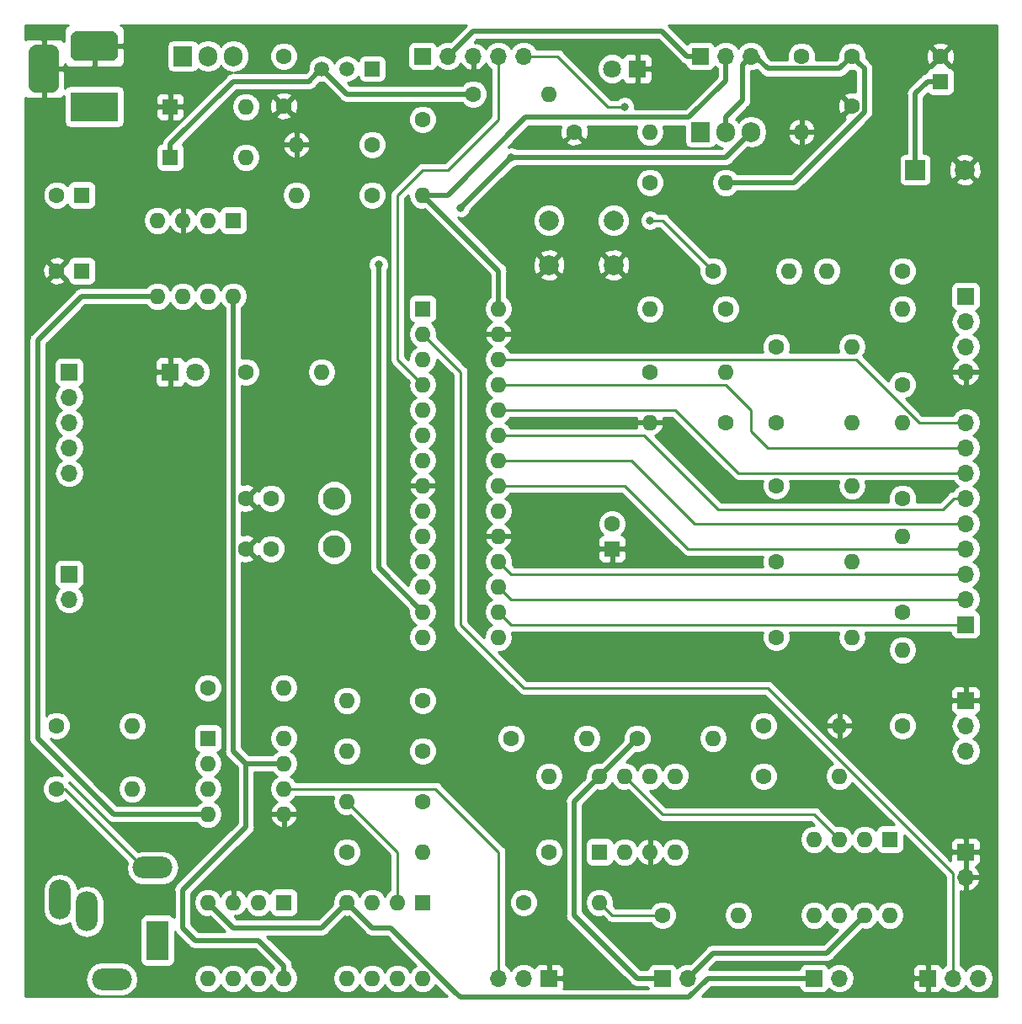
<source format=gbr>
G04 #@! TF.GenerationSoftware,KiCad,Pcbnew,(5.0.0)*
G04 #@! TF.CreationDate,2019-01-04T11:12:29-05:00*
G04 #@! TF.ProjectId,Sistema_Adquisicion_Tesis,53697374656D615F4164717569736963,rev?*
G04 #@! TF.SameCoordinates,Original*
G04 #@! TF.FileFunction,Copper,L1,Top,Signal*
G04 #@! TF.FilePolarity,Positive*
%FSLAX46Y46*%
G04 Gerber Fmt 4.6, Leading zero omitted, Abs format (unit mm)*
G04 Created by KiCad (PCBNEW (5.0.0)) date 01/04/19 11:12:29*
%MOMM*%
%LPD*%
G01*
G04 APERTURE LIST*
G04 #@! TA.AperFunction,ComponentPad*
%ADD10C,1.600000*%
G04 #@! TD*
G04 #@! TA.AperFunction,ComponentPad*
%ADD11R,1.600000X1.600000*%
G04 #@! TD*
G04 #@! TA.AperFunction,ComponentPad*
%ADD12R,2.000000X2.000000*%
G04 #@! TD*
G04 #@! TA.AperFunction,ComponentPad*
%ADD13C,2.000000*%
G04 #@! TD*
G04 #@! TA.AperFunction,ComponentPad*
%ADD14O,1.600000X1.600000*%
G04 #@! TD*
G04 #@! TA.AperFunction,ComponentPad*
%ADD15R,1.800000X1.800000*%
G04 #@! TD*
G04 #@! TA.AperFunction,ComponentPad*
%ADD16C,1.800000*%
G04 #@! TD*
G04 #@! TA.AperFunction,Conductor*
%ADD17C,0.100000*%
G04 #@! TD*
G04 #@! TA.AperFunction,ComponentPad*
%ADD18C,3.000000*%
G04 #@! TD*
G04 #@! TA.AperFunction,ComponentPad*
%ADD19R,4.800000X3.000000*%
G04 #@! TD*
G04 #@! TA.AperFunction,ComponentPad*
%ADD20R,1.700000X1.700000*%
G04 #@! TD*
G04 #@! TA.AperFunction,ComponentPad*
%ADD21O,1.700000X1.700000*%
G04 #@! TD*
G04 #@! TA.AperFunction,ComponentPad*
%ADD22R,2.200000X4.000000*%
G04 #@! TD*
G04 #@! TA.AperFunction,ComponentPad*
%ADD23O,4.000000X2.200000*%
G04 #@! TD*
G04 #@! TA.AperFunction,ComponentPad*
%ADD24O,2.200000X4.000000*%
G04 #@! TD*
G04 #@! TA.AperFunction,ComponentPad*
%ADD25C,1.500000*%
G04 #@! TD*
G04 #@! TA.AperFunction,ComponentPad*
%ADD26R,1.500000X1.500000*%
G04 #@! TD*
G04 #@! TA.AperFunction,ComponentPad*
%ADD27R,1.905000X2.000000*%
G04 #@! TD*
G04 #@! TA.AperFunction,ComponentPad*
%ADD28O,1.905000X2.000000*%
G04 #@! TD*
G04 #@! TA.AperFunction,ComponentPad*
%ADD29C,2.300000*%
G04 #@! TD*
G04 #@! TA.AperFunction,ViaPad*
%ADD30C,0.800000*%
G04 #@! TD*
G04 #@! TA.AperFunction,Conductor*
%ADD31C,0.500000*%
G04 #@! TD*
G04 #@! TA.AperFunction,Conductor*
%ADD32C,0.254000*%
G04 #@! TD*
G04 APERTURE END LIST*
D10*
G04 #@! TO.P,C6,2*
G04 #@! TO.N,Net-(C6-Pad2)*
X62270000Y-88900000D03*
D11*
G04 #@! TO.P,C6,1*
G04 #@! TO.N,Net-(C6-Pad1)*
X64770000Y-88900000D03*
G04 #@! TD*
D10*
G04 #@! TO.P,C1,2*
G04 #@! TO.N,GND*
X85090000Y-79930000D03*
G04 #@! TO.P,C1,1*
G04 #@! TO.N,Net-(C1-Pad1)*
X85090000Y-74930000D03*
G04 #@! TD*
D12*
G04 #@! TO.P,C2,1*
G04 #@! TO.N,/V+*
X148590000Y-86360000D03*
D13*
G04 #@! TO.P,C2,2*
G04 #@! TO.N,GND*
X153590000Y-86360000D03*
G04 #@! TD*
D10*
G04 #@! TO.P,C3,2*
G04 #@! TO.N,GND*
X81320000Y-119380000D03*
G04 #@! TO.P,C3,1*
G04 #@! TO.N,/RA2*
X83820000Y-119380000D03*
G04 #@! TD*
G04 #@! TO.P,C4,1*
G04 #@! TO.N,/RA3*
X83820000Y-124460000D03*
G04 #@! TO.P,C4,2*
G04 #@! TO.N,GND*
X81320000Y-124460000D03*
G04 #@! TD*
G04 #@! TO.P,C5,2*
G04 #@! TO.N,Net-(C5-Pad2)*
X118110000Y-121960000D03*
D11*
G04 #@! TO.P,C5,1*
G04 #@! TO.N,GND*
X118110000Y-124460000D03*
G04 #@! TD*
G04 #@! TO.P,C7,1*
G04 #@! TO.N,/V-*
X64770000Y-96520000D03*
D10*
G04 #@! TO.P,C7,2*
G04 #@! TO.N,GND*
X62270000Y-96520000D03*
G04 #@! TD*
D11*
G04 #@! TO.P,C8,1*
G04 #@! TO.N,/V+*
X151130000Y-77470000D03*
D10*
G04 #@! TO.P,C8,2*
G04 #@! TO.N,GND*
X151130000Y-74970000D03*
G04 #@! TD*
G04 #@! TO.P,C9,1*
G04 #@! TO.N,/3+*
X142240000Y-74930000D03*
G04 #@! TO.P,C9,2*
G04 #@! TO.N,GND*
X142240000Y-79930000D03*
G04 #@! TD*
D14*
G04 #@! TO.P,D1,2*
G04 #@! TO.N,Net-(D1-Pad2)*
X81280000Y-80010000D03*
D11*
G04 #@! TO.P,D1,1*
G04 #@! TO.N,GND*
X73660000Y-80010000D03*
G04 #@! TD*
G04 #@! TO.P,D2,1*
G04 #@! TO.N,/V+*
X73660000Y-85090000D03*
D14*
G04 #@! TO.P,D2,2*
G04 #@! TO.N,Net-(C1-Pad1)*
X81280000Y-85090000D03*
G04 #@! TD*
D15*
G04 #@! TO.P,D3,1*
G04 #@! TO.N,GND*
X120650000Y-76200000D03*
D16*
G04 #@! TO.P,D3,2*
G04 #@! TO.N,Net-(D3-Pad2)*
X118110000Y-76200000D03*
G04 #@! TD*
G04 #@! TO.P,D4,2*
G04 #@! TO.N,Net-(D4-Pad2)*
X76200000Y-106680000D03*
D15*
G04 #@! TO.P,D4,1*
G04 #@! TO.N,GND*
X73660000Y-106680000D03*
G04 #@! TD*
D17*
G04 #@! TO.N,GND*
G04 #@! TO.C,J1*
G36*
X67763513Y-72413611D02*
X67836318Y-72424411D01*
X67907714Y-72442295D01*
X67977013Y-72467090D01*
X68043548Y-72498559D01*
X68106678Y-72536398D01*
X68165795Y-72580242D01*
X68220330Y-72629670D01*
X68269758Y-72684205D01*
X68313602Y-72743322D01*
X68351441Y-72806452D01*
X68382910Y-72872987D01*
X68407705Y-72942286D01*
X68425589Y-73013682D01*
X68436389Y-73086487D01*
X68440000Y-73160000D01*
X68440000Y-74660000D01*
X68436389Y-74733513D01*
X68425589Y-74806318D01*
X68407705Y-74877714D01*
X68382910Y-74947013D01*
X68351441Y-75013548D01*
X68313602Y-75076678D01*
X68269758Y-75135795D01*
X68220330Y-75190330D01*
X68165795Y-75239758D01*
X68106678Y-75283602D01*
X68043548Y-75321441D01*
X67977013Y-75352910D01*
X67907714Y-75377705D01*
X67836318Y-75395589D01*
X67763513Y-75406389D01*
X67690000Y-75410000D01*
X64390000Y-75410000D01*
X64316487Y-75406389D01*
X64243682Y-75395589D01*
X64172286Y-75377705D01*
X64102987Y-75352910D01*
X64036452Y-75321441D01*
X63973322Y-75283602D01*
X63914205Y-75239758D01*
X63859670Y-75190330D01*
X63810242Y-75135795D01*
X63766398Y-75076678D01*
X63728559Y-75013548D01*
X63697090Y-74947013D01*
X63672295Y-74877714D01*
X63654411Y-74806318D01*
X63643611Y-74733513D01*
X63640000Y-74660000D01*
X63640000Y-73160000D01*
X63643611Y-73086487D01*
X63654411Y-73013682D01*
X63672295Y-72942286D01*
X63697090Y-72872987D01*
X63728559Y-72806452D01*
X63766398Y-72743322D01*
X63810242Y-72684205D01*
X63859670Y-72629670D01*
X63914205Y-72580242D01*
X63973322Y-72536398D01*
X64036452Y-72498559D01*
X64102987Y-72467090D01*
X64172286Y-72442295D01*
X64243682Y-72424411D01*
X64316487Y-72413611D01*
X64390000Y-72410000D01*
X67690000Y-72410000D01*
X67763513Y-72413611D01*
X67763513Y-72413611D01*
G37*
D18*
G04 #@! TD*
G04 #@! TO.P,J1,2*
G04 #@! TO.N,GND*
X66040000Y-73910000D03*
D19*
G04 #@! TO.P,J1,1*
G04 #@! TO.N,Net-(J1-Pad1)*
X66040000Y-80010000D03*
D17*
G04 #@! TD*
G04 #@! TO.N,GND*
G04 #@! TO.C,J1*
G36*
X61783513Y-73803611D02*
X61856318Y-73814411D01*
X61927714Y-73832295D01*
X61997013Y-73857090D01*
X62063548Y-73888559D01*
X62126678Y-73926398D01*
X62185795Y-73970242D01*
X62240330Y-74019670D01*
X62289758Y-74074205D01*
X62333602Y-74133322D01*
X62371441Y-74196452D01*
X62402910Y-74262987D01*
X62427705Y-74332286D01*
X62445589Y-74403682D01*
X62456389Y-74476487D01*
X62460000Y-74550000D01*
X62460000Y-77850000D01*
X62456389Y-77923513D01*
X62445589Y-77996318D01*
X62427705Y-78067714D01*
X62402910Y-78137013D01*
X62371441Y-78203548D01*
X62333602Y-78266678D01*
X62289758Y-78325795D01*
X62240330Y-78380330D01*
X62185795Y-78429758D01*
X62126678Y-78473602D01*
X62063548Y-78511441D01*
X61997013Y-78542910D01*
X61927714Y-78567705D01*
X61856318Y-78585589D01*
X61783513Y-78596389D01*
X61710000Y-78600000D01*
X60210000Y-78600000D01*
X60136487Y-78596389D01*
X60063682Y-78585589D01*
X59992286Y-78567705D01*
X59922987Y-78542910D01*
X59856452Y-78511441D01*
X59793322Y-78473602D01*
X59734205Y-78429758D01*
X59679670Y-78380330D01*
X59630242Y-78325795D01*
X59586398Y-78266678D01*
X59548559Y-78203548D01*
X59517090Y-78137013D01*
X59492295Y-78067714D01*
X59474411Y-77996318D01*
X59463611Y-77923513D01*
X59460000Y-77850000D01*
X59460000Y-74550000D01*
X59463611Y-74476487D01*
X59474411Y-74403682D01*
X59492295Y-74332286D01*
X59517090Y-74262987D01*
X59548559Y-74196452D01*
X59586398Y-74133322D01*
X59630242Y-74074205D01*
X59679670Y-74019670D01*
X59734205Y-73970242D01*
X59793322Y-73926398D01*
X59856452Y-73888559D01*
X59922987Y-73857090D01*
X59992286Y-73832295D01*
X60063682Y-73814411D01*
X60136487Y-73803611D01*
X60210000Y-73800000D01*
X61710000Y-73800000D01*
X61783513Y-73803611D01*
X61783513Y-73803611D01*
G37*
D18*
G04 #@! TO.P,J1,3*
G04 #@! TO.N,GND*
X60960000Y-76200000D03*
G04 #@! TD*
D20*
G04 #@! TO.P,J2,1*
G04 #@! TO.N,/Vusb*
X153670000Y-99060000D03*
D21*
G04 #@! TO.P,J2,2*
G04 #@! TO.N,/RX*
X153670000Y-101600000D03*
G04 #@! TO.P,J2,3*
G04 #@! TO.N,/TX*
X153670000Y-104140000D03*
G04 #@! TO.P,J2,4*
G04 #@! TO.N,GND*
X153670000Y-106680000D03*
G04 #@! TD*
D22*
G04 #@! TO.P,J5,T*
G04 #@! TO.N,/+IN*
X72390000Y-163830000D03*
D23*
G04 #@! TO.P,J5,TN*
X71890000Y-156530000D03*
D24*
G04 #@! TO.P,J5,RN*
G04 #@! TO.N,/TC*
X65290000Y-160930000D03*
G04 #@! TO.P,J5,R*
X62590000Y-159730000D03*
D23*
G04 #@! TO.P,J5,S*
G04 #@! TO.N,/-IN*
X67790000Y-167730000D03*
G04 #@! TD*
D20*
G04 #@! TO.P,J7,1*
G04 #@! TO.N,GND*
X153670000Y-154940000D03*
D21*
G04 #@! TO.P,J7,2*
X153670000Y-157480000D03*
G04 #@! TD*
D20*
G04 #@! TO.P,J8,1*
G04 #@! TO.N,/RA0*
X63500000Y-106680000D03*
D21*
G04 #@! TO.P,J8,2*
G04 #@! TO.N,/RA1*
X63500000Y-109220000D03*
G04 #@! TO.P,J8,3*
G04 #@! TO.N,/RA2*
X63500000Y-111760000D03*
G04 #@! TO.P,J8,4*
G04 #@! TO.N,/RA3*
X63500000Y-114300000D03*
G04 #@! TO.P,J8,5*
G04 #@! TO.N,/RA4*
X63500000Y-116840000D03*
G04 #@! TD*
D20*
G04 #@! TO.P,J9,1*
G04 #@! TO.N,/Vp*
X127000000Y-74930000D03*
D21*
G04 #@! TO.P,J9,2*
G04 #@! TO.N,/3.3*
X129540000Y-74930000D03*
G04 #@! TO.P,J9,3*
G04 #@! TO.N,/3+*
X132080000Y-74930000D03*
G04 #@! TD*
D20*
G04 #@! TO.P,J10,1*
G04 #@! TO.N,/MCLR*
X99060000Y-74930000D03*
D21*
G04 #@! TO.P,J10,2*
G04 #@! TO.N,/Vp*
X101600000Y-74930000D03*
G04 #@! TO.P,J10,3*
G04 #@! TO.N,GND*
X104140000Y-74930000D03*
G04 #@! TO.P,J10,4*
G04 #@! TO.N,/RB0*
X106680000Y-74930000D03*
G04 #@! TO.P,J10,5*
G04 #@! TO.N,/RB1*
X109220000Y-74930000D03*
G04 #@! TD*
G04 #@! TO.P,J11,2*
G04 #@! TO.N,/3.3*
X63500000Y-129540000D03*
D20*
G04 #@! TO.P,J11,1*
X63500000Y-127000000D03*
G04 #@! TD*
D25*
G04 #@! TO.P,Q1,2*
G04 #@! TO.N,Net-(Q1-Pad2)*
X91440000Y-76200000D03*
G04 #@! TO.P,Q1,3*
G04 #@! TO.N,/V+*
X88900000Y-76200000D03*
D26*
G04 #@! TO.P,Q1,1*
G04 #@! TO.N,/Vusb*
X93980000Y-76200000D03*
G04 #@! TD*
D13*
G04 #@! TO.P,SW1,2*
G04 #@! TO.N,GND*
X111760000Y-95940000D03*
G04 #@! TO.P,SW1,1*
G04 #@! TO.N,/MCLR*
X111760000Y-91440000D03*
G04 #@! TO.P,SW1,2*
G04 #@! TO.N,GND*
X118260000Y-95940000D03*
G04 #@! TO.P,SW1,1*
G04 #@! TO.N,/MCLR*
X118260000Y-91440000D03*
G04 #@! TD*
D11*
G04 #@! TO.P,U1,1*
G04 #@! TO.N,/MCLR*
X99060000Y-100330000D03*
D14*
G04 #@! TO.P,U1,15*
G04 #@! TO.N,/RB6*
X106680000Y-133350000D03*
G04 #@! TO.P,U1,2*
G04 #@! TO.N,/RA0*
X99060000Y-102870000D03*
G04 #@! TO.P,U1,16*
G04 #@! TO.N,/RB7*
X106680000Y-130810000D03*
G04 #@! TO.P,U1,3*
G04 #@! TO.N,/RA1*
X99060000Y-105410000D03*
G04 #@! TO.P,U1,17*
G04 #@! TO.N,/RB8*
X106680000Y-128270000D03*
G04 #@! TO.P,U1,4*
G04 #@! TO.N,/RB0*
X99060000Y-107950000D03*
G04 #@! TO.P,U1,18*
G04 #@! TO.N,/RB9*
X106680000Y-125730000D03*
G04 #@! TO.P,U1,5*
G04 #@! TO.N,/RB1*
X99060000Y-110490000D03*
G04 #@! TO.P,U1,19*
G04 #@! TO.N,GND*
X106680000Y-123190000D03*
G04 #@! TO.P,U1,6*
G04 #@! TO.N,/RB2*
X99060000Y-113030000D03*
G04 #@! TO.P,U1,20*
G04 #@! TO.N,Net-(C5-Pad2)*
X106680000Y-120650000D03*
G04 #@! TO.P,U1,7*
G04 #@! TO.N,/RB3*
X99060000Y-115570000D03*
G04 #@! TO.P,U1,21*
G04 #@! TO.N,/RX*
X106680000Y-118110000D03*
G04 #@! TO.P,U1,8*
G04 #@! TO.N,GND*
X99060000Y-118110000D03*
G04 #@! TO.P,U1,22*
G04 #@! TO.N,/TX*
X106680000Y-115570000D03*
G04 #@! TO.P,U1,9*
G04 #@! TO.N,/RA2*
X99060000Y-120650000D03*
G04 #@! TO.P,U1,23*
G04 #@! TO.N,/RB12*
X106680000Y-113030000D03*
G04 #@! TO.P,U1,10*
G04 #@! TO.N,/RA3*
X99060000Y-123190000D03*
G04 #@! TO.P,U1,24*
G04 #@! TO.N,/RB13*
X106680000Y-110490000D03*
G04 #@! TO.P,U1,11*
G04 #@! TO.N,/RB4*
X99060000Y-125730000D03*
G04 #@! TO.P,U1,25*
G04 #@! TO.N,/RB14*
X106680000Y-107950000D03*
G04 #@! TO.P,U1,12*
G04 #@! TO.N,/RA4*
X99060000Y-128270000D03*
G04 #@! TO.P,U1,26*
G04 #@! TO.N,/RB15*
X106680000Y-105410000D03*
G04 #@! TO.P,U1,13*
G04 #@! TO.N,/3.3*
X99060000Y-130810000D03*
G04 #@! TO.P,U1,27*
G04 #@! TO.N,GND*
X106680000Y-102870000D03*
G04 #@! TO.P,U1,14*
G04 #@! TO.N,/RB5*
X99060000Y-133350000D03*
G04 #@! TO.P,U1,28*
G04 #@! TO.N,/3.3*
X106680000Y-100330000D03*
G04 #@! TD*
D11*
G04 #@! TO.P,U2,1*
G04 #@! TO.N,Net-(R3-Pad2)*
X77470000Y-143510000D03*
D14*
G04 #@! TO.P,U2,5*
G04 #@! TO.N,GND*
X85090000Y-151130000D03*
G04 #@! TO.P,U2,2*
G04 #@! TO.N,Net-(R1-Pad2)*
X77470000Y-146050000D03*
G04 #@! TO.P,U2,6*
G04 #@! TO.N,Net-(J3-Pad3)*
X85090000Y-148590000D03*
G04 #@! TO.P,U2,3*
G04 #@! TO.N,Net-(R2-Pad2)*
X77470000Y-148590000D03*
G04 #@! TO.P,U2,7*
G04 #@! TO.N,/V+*
X85090000Y-146050000D03*
G04 #@! TO.P,U2,4*
G04 #@! TO.N,/V-*
X77470000Y-151130000D03*
G04 #@! TO.P,U2,8*
G04 #@! TO.N,Net-(R4-Pad2)*
X85090000Y-143510000D03*
G04 #@! TD*
D27*
G04 #@! TO.P,U3,1*
G04 #@! TO.N,Net-(J1-Pad1)*
X74930000Y-74930000D03*
D28*
G04 #@! TO.P,U3,2*
G04 #@! TO.N,Net-(D1-Pad2)*
X77470000Y-74930000D03*
G04 #@! TO.P,U3,3*
G04 #@! TO.N,Net-(C1-Pad1)*
X80010000Y-74930000D03*
G04 #@! TD*
D14*
G04 #@! TO.P,U4,8*
G04 #@! TO.N,/V+*
X116840000Y-147320000D03*
G04 #@! TO.P,U4,4*
G04 #@! TO.N,/V-*
X124460000Y-154940000D03*
G04 #@! TO.P,U4,7*
G04 #@! TO.N,Net-(R16-Pad2)*
X119380000Y-147320000D03*
G04 #@! TO.P,U4,3*
G04 #@! TO.N,GND*
X121920000Y-154940000D03*
G04 #@! TO.P,U4,6*
G04 #@! TO.N,Net-(R13-Pad2)*
X121920000Y-147320000D03*
G04 #@! TO.P,U4,2*
G04 #@! TO.N,Net-(R10-Pad2)*
X119380000Y-154940000D03*
G04 #@! TO.P,U4,5*
G04 #@! TO.N,Net-(R14-Pad2)*
X124460000Y-147320000D03*
D11*
G04 #@! TO.P,U4,1*
G04 #@! TO.N,Net-(R11-Pad2)*
X116840000Y-154940000D03*
G04 #@! TD*
D28*
G04 #@! TO.P,U5,3*
G04 #@! TO.N,/V+*
X132080000Y-82550000D03*
G04 #@! TO.P,U5,2*
G04 #@! TO.N,/3+*
X129540000Y-82550000D03*
D27*
G04 #@! TO.P,U5,1*
G04 #@! TO.N,Net-(R34-Pad2)*
X127000000Y-82550000D03*
G04 #@! TD*
D11*
G04 #@! TO.P,U6,1*
G04 #@! TO.N,N/C*
X146050000Y-153670000D03*
D14*
G04 #@! TO.P,U6,5*
X138430000Y-161290000D03*
G04 #@! TO.P,U6,2*
G04 #@! TO.N,/OUT2*
X143510000Y-153670000D03*
G04 #@! TO.P,U6,6*
X140970000Y-161290000D03*
G04 #@! TO.P,U6,3*
G04 #@! TO.N,Net-(R16-Pad2)*
X140970000Y-153670000D03*
G04 #@! TO.P,U6,7*
G04 #@! TO.N,/V+*
X143510000Y-161290000D03*
G04 #@! TO.P,U6,4*
G04 #@! TO.N,/V-*
X138430000Y-153670000D03*
G04 #@! TO.P,U6,8*
G04 #@! TO.N,N/C*
X146050000Y-161290000D03*
G04 #@! TD*
G04 #@! TO.P,U7,8*
G04 #@! TO.N,/V+*
X85090000Y-167640000D03*
G04 #@! TO.P,U7,4*
G04 #@! TO.N,/V-*
X77470000Y-160020000D03*
G04 #@! TO.P,U7,7*
G04 #@! TO.N,N/C*
X82550000Y-167640000D03*
G04 #@! TO.P,U7,3*
G04 #@! TO.N,GND*
X80010000Y-160020000D03*
G04 #@! TO.P,U7,6*
G04 #@! TO.N,N/C*
X80010000Y-167640000D03*
G04 #@! TO.P,U7,2*
G04 #@! TO.N,Net-(R28-Pad2)*
X82550000Y-160020000D03*
G04 #@! TO.P,U7,5*
G04 #@! TO.N,N/C*
X77470000Y-167640000D03*
D11*
G04 #@! TO.P,U7,1*
G04 #@! TO.N,/TC*
X85090000Y-160020000D03*
G04 #@! TD*
G04 #@! TO.P,U8,1*
G04 #@! TO.N,N/C*
X99060000Y-160020000D03*
D14*
G04 #@! TO.P,U8,5*
X91440000Y-167640000D03*
G04 #@! TO.P,U8,2*
G04 #@! TO.N,Net-(R32-Pad2)*
X96520000Y-160020000D03*
G04 #@! TO.P,U8,6*
X93980000Y-167640000D03*
G04 #@! TO.P,U8,3*
G04 #@! TO.N,/WCT*
X93980000Y-160020000D03*
G04 #@! TO.P,U8,7*
G04 #@! TO.N,/V+*
X96520000Y-167640000D03*
G04 #@! TO.P,U8,4*
G04 #@! TO.N,/V-*
X91440000Y-160020000D03*
G04 #@! TO.P,U8,8*
G04 #@! TO.N,N/C*
X99060000Y-167640000D03*
G04 #@! TD*
G04 #@! TO.P,U9,8*
G04 #@! TO.N,/V+*
X80010000Y-99060000D03*
G04 #@! TO.P,U9,4*
G04 #@! TO.N,Net-(C6-Pad2)*
X72390000Y-91440000D03*
G04 #@! TO.P,U9,7*
G04 #@! TO.N,N/C*
X77470000Y-99060000D03*
G04 #@! TO.P,U9,3*
G04 #@! TO.N,GND*
X74930000Y-91440000D03*
G04 #@! TO.P,U9,6*
G04 #@! TO.N,N/C*
X74930000Y-99060000D03*
G04 #@! TO.P,U9,2*
G04 #@! TO.N,Net-(C6-Pad1)*
X77470000Y-91440000D03*
G04 #@! TO.P,U9,5*
G04 #@! TO.N,/V-*
X72390000Y-99060000D03*
D11*
G04 #@! TO.P,U9,1*
G04 #@! TO.N,N/C*
X80010000Y-91440000D03*
G04 #@! TD*
D29*
G04 #@! TO.P,Y1,1*
G04 #@! TO.N,/RA2*
X90170000Y-119380000D03*
G04 #@! TO.P,Y1,2*
G04 #@! TO.N,/RA3*
X90170000Y-124280000D03*
G04 #@! TD*
D21*
G04 #@! TO.P,J3,3*
G04 #@! TO.N,Net-(J3-Pad3)*
X106680000Y-167640000D03*
G04 #@! TO.P,J3,2*
G04 #@! TO.N,/OUT1*
X109220000Y-167640000D03*
D20*
G04 #@! TO.P,J3,1*
G04 #@! TO.N,GND*
X111760000Y-167640000D03*
G04 #@! TD*
G04 #@! TO.P,J4,1*
G04 #@! TO.N,GND*
X149860000Y-167640000D03*
D21*
G04 #@! TO.P,J4,2*
G04 #@! TO.N,/RA0*
X152400000Y-167640000D03*
G04 #@! TO.P,J4,3*
G04 #@! TO.N,/OUT2*
X154940000Y-167640000D03*
G04 #@! TD*
D20*
G04 #@! TO.P,J12,1*
G04 #@! TO.N,/RB7*
X153670000Y-132080000D03*
D21*
G04 #@! TO.P,J12,2*
G04 #@! TO.N,/RB8*
X153670000Y-129540000D03*
G04 #@! TO.P,J12,3*
G04 #@! TO.N,/RB9*
X153670000Y-127000000D03*
G04 #@! TO.P,J12,4*
G04 #@! TO.N,/RX*
X153670000Y-124460000D03*
G04 #@! TO.P,J12,5*
G04 #@! TO.N,/TX*
X153670000Y-121920000D03*
G04 #@! TO.P,J12,6*
G04 #@! TO.N,/RB12*
X153670000Y-119380000D03*
G04 #@! TO.P,J12,7*
G04 #@! TO.N,/RB13*
X153670000Y-116840000D03*
G04 #@! TO.P,J12,8*
G04 #@! TO.N,/RB14*
X153670000Y-114300000D03*
G04 #@! TO.P,J12,9*
G04 #@! TO.N,/RB15*
X153670000Y-111760000D03*
G04 #@! TD*
G04 #@! TO.P,J13,2*
G04 #@! TO.N,/V+*
X125730000Y-167640000D03*
D20*
G04 #@! TO.P,J13,1*
X123190000Y-167640000D03*
G04 #@! TD*
G04 #@! TO.P,J14,1*
G04 #@! TO.N,/V-*
X138430000Y-167640000D03*
D21*
G04 #@! TO.P,J14,2*
X140970000Y-167640000D03*
G04 #@! TD*
D10*
G04 #@! TO.P,R1,1*
G04 #@! TO.N,/-IN*
X62230000Y-142240000D03*
D14*
G04 #@! TO.P,R1,2*
G04 #@! TO.N,Net-(R1-Pad2)*
X69850000Y-142240000D03*
G04 #@! TD*
G04 #@! TO.P,R2,2*
G04 #@! TO.N,Net-(R2-Pad2)*
X69850000Y-148590000D03*
D10*
G04 #@! TO.P,R2,1*
G04 #@! TO.N,/+IN*
X62230000Y-148590000D03*
G04 #@! TD*
G04 #@! TO.P,R3,1*
G04 #@! TO.N,/WCT*
X99060000Y-139700000D03*
D14*
G04 #@! TO.P,R3,2*
G04 #@! TO.N,Net-(R3-Pad2)*
X91440000Y-139700000D03*
G04 #@! TD*
G04 #@! TO.P,R4,2*
G04 #@! TO.N,Net-(R4-Pad2)*
X91440000Y-144780000D03*
D10*
G04 #@! TO.P,R4,1*
G04 #@! TO.N,/WCT*
X99060000Y-144780000D03*
G04 #@! TD*
G04 #@! TO.P,R5,1*
G04 #@! TO.N,Net-(R3-Pad2)*
X77470000Y-138430000D03*
D14*
G04 #@! TO.P,R5,2*
G04 #@! TO.N,Net-(R4-Pad2)*
X85090000Y-138430000D03*
G04 #@! TD*
D10*
G04 #@! TO.P,R6,1*
G04 #@! TO.N,Net-(C1-Pad1)*
X93980000Y-83820000D03*
D14*
G04 #@! TO.P,R6,2*
G04 #@! TO.N,GND*
X86360000Y-83820000D03*
G04 #@! TD*
G04 #@! TO.P,R7,2*
G04 #@! TO.N,Net-(Q1-Pad2)*
X86360000Y-88900000D03*
D10*
G04 #@! TO.P,R7,1*
G04 #@! TO.N,Net-(C1-Pad1)*
X93980000Y-88900000D03*
G04 #@! TD*
D14*
G04 #@! TO.P,R8,2*
G04 #@! TO.N,GND*
X137160000Y-82550000D03*
D10*
G04 #@! TO.P,R8,1*
G04 #@! TO.N,/Vusb*
X137160000Y-74930000D03*
G04 #@! TD*
G04 #@! TO.P,R9,1*
G04 #@! TO.N,/V+*
X104140000Y-78740000D03*
D14*
G04 #@! TO.P,R9,2*
G04 #@! TO.N,Net-(D3-Pad2)*
X111760000Y-78740000D03*
G04 #@! TD*
G04 #@! TO.P,R10,2*
G04 #@! TO.N,Net-(R10-Pad2)*
X116840000Y-160020000D03*
D10*
G04 #@! TO.P,R10,1*
G04 #@! TO.N,/OUT1*
X109220000Y-160020000D03*
G04 #@! TD*
G04 #@! TO.P,R11,1*
G04 #@! TO.N,Net-(R10-Pad2)*
X123190000Y-161290000D03*
D14*
G04 #@! TO.P,R11,2*
G04 #@! TO.N,Net-(R11-Pad2)*
X130810000Y-161290000D03*
G04 #@! TD*
D10*
G04 #@! TO.P,R12,1*
G04 #@! TO.N,/V+*
X120650000Y-143510000D03*
D14*
G04 #@! TO.P,R12,2*
G04 #@! TO.N,Net-(R12-Pad2)*
X128270000Y-143510000D03*
G04 #@! TD*
G04 #@! TO.P,R13,2*
G04 #@! TO.N,Net-(R13-Pad2)*
X111760000Y-147320000D03*
D10*
G04 #@! TO.P,R13,1*
G04 #@! TO.N,Net-(R11-Pad2)*
X111760000Y-154940000D03*
G04 #@! TD*
D14*
G04 #@! TO.P,R14,2*
G04 #@! TO.N,Net-(R14-Pad2)*
X140970000Y-147320000D03*
D10*
G04 #@! TO.P,R14,1*
G04 #@! TO.N,Net-(R12-Pad2)*
X133350000Y-147320000D03*
G04 #@! TD*
D14*
G04 #@! TO.P,R15,2*
G04 #@! TO.N,GND*
X140970000Y-142240000D03*
D10*
G04 #@! TO.P,R15,1*
G04 #@! TO.N,Net-(R12-Pad2)*
X133350000Y-142240000D03*
G04 #@! TD*
G04 #@! TO.P,R16,1*
G04 #@! TO.N,Net-(R13-Pad2)*
X107950000Y-143510000D03*
D14*
G04 #@! TO.P,R16,2*
G04 #@! TO.N,Net-(R16-Pad2)*
X115570000Y-143510000D03*
G04 #@! TD*
G04 #@! TO.P,R17,2*
G04 #@! TO.N,GND*
X121920000Y-111760000D03*
D10*
G04 #@! TO.P,R17,1*
G04 #@! TO.N,Net-(R17-Pad1)*
X129540000Y-111760000D03*
G04 #@! TD*
D14*
G04 #@! TO.P,R18,2*
G04 #@! TO.N,Net-(R17-Pad1)*
X129540000Y-106680000D03*
D10*
G04 #@! TO.P,R18,1*
G04 #@! TO.N,/RB0*
X121920000Y-106680000D03*
G04 #@! TD*
G04 #@! TO.P,R19,1*
G04 #@! TO.N,Net-(R19-Pad1)*
X129540000Y-100330000D03*
D14*
G04 #@! TO.P,R19,2*
G04 #@! TO.N,Net-(R17-Pad1)*
X121920000Y-100330000D03*
G04 #@! TD*
D10*
G04 #@! TO.P,R20,1*
G04 #@! TO.N,/RB1*
X128270000Y-96520000D03*
D14*
G04 #@! TO.P,R20,2*
G04 #@! TO.N,Net-(R19-Pad1)*
X135890000Y-96520000D03*
G04 #@! TD*
G04 #@! TO.P,R21,2*
G04 #@! TO.N,Net-(R19-Pad1)*
X139700000Y-96520000D03*
D10*
G04 #@! TO.P,R21,1*
G04 #@! TO.N,Net-(R21-Pad1)*
X147320000Y-96520000D03*
G04 #@! TD*
D14*
G04 #@! TO.P,R22,2*
G04 #@! TO.N,Net-(R21-Pad1)*
X142240000Y-104140000D03*
D10*
G04 #@! TO.P,R22,1*
G04 #@! TO.N,/RB2*
X134620000Y-104140000D03*
G04 #@! TD*
G04 #@! TO.P,R23,1*
G04 #@! TO.N,Net-(R23-Pad1)*
X147320000Y-107950000D03*
D14*
G04 #@! TO.P,R23,2*
G04 #@! TO.N,Net-(R21-Pad1)*
X147320000Y-100330000D03*
G04 #@! TD*
D10*
G04 #@! TO.P,R24,1*
G04 #@! TO.N,/RB3*
X134620000Y-111760000D03*
D14*
G04 #@! TO.P,R24,2*
G04 #@! TO.N,Net-(R23-Pad1)*
X142240000Y-111760000D03*
G04 #@! TD*
G04 #@! TO.P,R25,2*
G04 #@! TO.N,Net-(R23-Pad1)*
X147320000Y-111760000D03*
D10*
G04 #@! TO.P,R25,1*
G04 #@! TO.N,Net-(R25-Pad1)*
X147320000Y-119380000D03*
G04 #@! TD*
D14*
G04 #@! TO.P,R26,2*
G04 #@! TO.N,Net-(R25-Pad1)*
X142240000Y-118110000D03*
D10*
G04 #@! TO.P,R26,1*
G04 #@! TO.N,/RB4*
X134620000Y-118110000D03*
G04 #@! TD*
G04 #@! TO.P,R27,1*
G04 #@! TO.N,Net-(R27-Pad1)*
X147320000Y-130810000D03*
D14*
G04 #@! TO.P,R27,2*
G04 #@! TO.N,Net-(R25-Pad1)*
X147320000Y-123190000D03*
G04 #@! TD*
G04 #@! TO.P,R28,2*
G04 #@! TO.N,Net-(R28-Pad2)*
X99060000Y-154940000D03*
D10*
G04 #@! TO.P,R28,1*
G04 #@! TO.N,/TC*
X91440000Y-154940000D03*
G04 #@! TD*
G04 #@! TO.P,R29,1*
G04 #@! TO.N,/RB5*
X134620000Y-125730000D03*
D14*
G04 #@! TO.P,R29,2*
G04 #@! TO.N,Net-(R27-Pad1)*
X142240000Y-125730000D03*
G04 #@! TD*
D10*
G04 #@! TO.P,R30,1*
G04 #@! TO.N,Net-(J6-Pad2)*
X147320000Y-142240000D03*
D14*
G04 #@! TO.P,R30,2*
G04 #@! TO.N,Net-(R27-Pad1)*
X147320000Y-134620000D03*
G04 #@! TD*
G04 #@! TO.P,R31,2*
G04 #@! TO.N,Net-(J6-Pad2)*
X142240000Y-133350000D03*
D10*
G04 #@! TO.P,R31,1*
G04 #@! TO.N,/RB6*
X134620000Y-133350000D03*
G04 #@! TD*
G04 #@! TO.P,R32,1*
G04 #@! TO.N,Net-(R28-Pad2)*
X99060000Y-149860000D03*
D14*
G04 #@! TO.P,R32,2*
G04 #@! TO.N,Net-(R32-Pad2)*
X91440000Y-149860000D03*
G04 #@! TD*
D10*
G04 #@! TO.P,R33,1*
G04 #@! TO.N,Net-(D4-Pad2)*
X81280000Y-106680000D03*
D14*
G04 #@! TO.P,R33,2*
G04 #@! TO.N,/RA1*
X88900000Y-106680000D03*
G04 #@! TD*
D10*
G04 #@! TO.P,R34,1*
G04 #@! TO.N,GND*
X114300000Y-82550000D03*
D14*
G04 #@! TO.P,R34,2*
G04 #@! TO.N,Net-(R34-Pad2)*
X121920000Y-82550000D03*
G04 #@! TD*
G04 #@! TO.P,R35,2*
G04 #@! TO.N,/3+*
X129540000Y-87630000D03*
D10*
G04 #@! TO.P,R35,1*
G04 #@! TO.N,Net-(R34-Pad2)*
X121920000Y-87630000D03*
G04 #@! TD*
D14*
G04 #@! TO.P,R36,2*
G04 #@! TO.N,/3.3*
X99060000Y-88900000D03*
D10*
G04 #@! TO.P,R36,1*
G04 #@! TO.N,/MCLR*
X99060000Y-81280000D03*
G04 #@! TD*
D20*
G04 #@! TO.P,J6,1*
G04 #@! TO.N,GND*
X153670000Y-139700000D03*
D21*
G04 #@! TO.P,J6,2*
G04 #@! TO.N,Net-(J6-Pad2)*
X153670000Y-142240000D03*
G04 #@! TO.P,J6,3*
X153670000Y-144780000D03*
G04 #@! TD*
D30*
G04 #@! TO.N,/V+*
X102870000Y-90170000D03*
X107950000Y-85090000D03*
G04 #@! TO.N,/3.3*
X94615000Y-95885000D03*
G04 #@! TO.N,/RB1*
X119380000Y-80010000D03*
X121920000Y-91440000D03*
G04 #@! TD*
D31*
G04 #@! TO.N,/V-*
X72390000Y-99060000D02*
X64770000Y-99060000D01*
X91440000Y-160020000D02*
X88900000Y-162560000D01*
X80010000Y-162560000D02*
X77470000Y-160020000D01*
X88900000Y-162560000D02*
X80010000Y-162560000D01*
X127728002Y-167640000D02*
X138430000Y-167640000D01*
X125823002Y-169545000D02*
X127728002Y-167640000D01*
X93980000Y-162560000D02*
X95830002Y-162560000D01*
X91440000Y-160020000D02*
X93980000Y-162560000D01*
X95830002Y-162560000D02*
X102260003Y-168990001D01*
X102260003Y-168990001D02*
X102315001Y-168990001D01*
X102315001Y-168990001D02*
X102870000Y-169545000D01*
X102870000Y-169545000D02*
X125823002Y-169545000D01*
X77470000Y-151130000D02*
X67945000Y-151130000D01*
X67945000Y-151130000D02*
X60325000Y-143510000D01*
X60325000Y-103505000D02*
X61595000Y-102235000D01*
X60325000Y-143510000D02*
X60325000Y-103505000D01*
X64770000Y-99060000D02*
X61595000Y-102235000D01*
X61595000Y-102235000D02*
X60960000Y-102870000D01*
G04 #@! TO.N,/V+*
X129540000Y-85090000D02*
X132080000Y-82550000D01*
X102870000Y-90170000D02*
X107950000Y-85090000D01*
X107950000Y-85090000D02*
X129540000Y-85090000D01*
X85090000Y-146050000D02*
X81280000Y-146050000D01*
X81280000Y-146050000D02*
X80010000Y-144780000D01*
X80010000Y-144780000D02*
X80010000Y-99060000D01*
X85090000Y-167640000D02*
X85090000Y-166370000D01*
X85090000Y-166370000D02*
X82550000Y-163830000D01*
X76200000Y-163830000D02*
X74930000Y-162560000D01*
X74930000Y-162560000D02*
X74930000Y-158750000D01*
X74930000Y-158750000D02*
X81280000Y-152400000D01*
X81280000Y-152400000D02*
X81280000Y-146050000D01*
X116840000Y-147320000D02*
X120650000Y-143510000D01*
X123190000Y-167640000D02*
X120650000Y-167640000D01*
X120650000Y-167640000D02*
X114300000Y-161290000D01*
X114300000Y-149860000D02*
X116840000Y-147320000D01*
X114300000Y-161290000D02*
X114300000Y-149860000D01*
X125730000Y-167640000D02*
X128270000Y-165100000D01*
X128270000Y-165100000D02*
X139700000Y-165100000D01*
X139700000Y-165100000D02*
X143510000Y-161290000D01*
X82550000Y-163830000D02*
X76200000Y-163830000D01*
X149830000Y-77470000D02*
X151130000Y-77470000D01*
X148590000Y-78710000D02*
X149830000Y-77470000D01*
X148590000Y-86360000D02*
X148590000Y-78710000D01*
X87630000Y-77470000D02*
X88405019Y-76694981D01*
X79980000Y-77470000D02*
X87630000Y-77470000D01*
X73660000Y-85090000D02*
X73660000Y-83790000D01*
X73660000Y-83790000D02*
X79980000Y-77470000D01*
X91440000Y-78740000D02*
X88900000Y-76200000D01*
X104140000Y-78740000D02*
X91440000Y-78740000D01*
G04 #@! TO.N,/3.3*
X106680000Y-96520000D02*
X99060000Y-88900000D01*
X106680000Y-100330000D02*
X106680000Y-96520000D01*
X99060000Y-130810000D02*
X94615000Y-126365000D01*
X94615000Y-126365000D02*
X94615000Y-95885000D01*
X129540000Y-77402081D02*
X129540000Y-74930000D01*
X125842082Y-81099999D02*
X129540000Y-77402081D01*
X109400001Y-81099999D02*
X125842082Y-81099999D01*
X99060000Y-88900000D02*
X101600000Y-88900000D01*
X101600000Y-88900000D02*
X109400001Y-81099999D01*
D32*
G04 #@! TO.N,/RX*
X153670000Y-124460000D02*
X125730000Y-124460000D01*
X119380000Y-118110000D02*
X106680000Y-118110000D01*
X125730000Y-124460000D02*
X119380000Y-118110000D01*
G04 #@! TO.N,/TX*
X153670000Y-121920000D02*
X126365000Y-121920000D01*
X120015000Y-115570000D02*
X106680000Y-115570000D01*
X126365000Y-121920000D02*
X120015000Y-115570000D01*
G04 #@! TO.N,/RA0*
X152400000Y-157082038D02*
X133747962Y-138430000D01*
X152400000Y-167640000D02*
X152400000Y-157082038D01*
X133747962Y-138430000D02*
X109220000Y-138430000D01*
X109220000Y-138430000D02*
X102870000Y-132080000D01*
X102870000Y-132080000D02*
X102870000Y-106680000D01*
X102870000Y-106680000D02*
X99060000Y-102870000D01*
G04 #@! TO.N,/+IN*
X63050000Y-148590000D02*
X62230000Y-148590000D01*
X70990000Y-156530000D02*
X63050000Y-148590000D01*
X71890000Y-156530000D02*
X70990000Y-156530000D01*
D31*
G04 #@! TO.N,/Vp*
X104140000Y-72390000D02*
X101600000Y-74930000D01*
X104140000Y-72390000D02*
X123110000Y-72390000D01*
X125650000Y-74930000D02*
X123110000Y-72390000D01*
X127000000Y-74930000D02*
X125650000Y-74930000D01*
D32*
G04 #@! TO.N,/RB0*
X96520000Y-105410000D02*
X99060000Y-107950000D01*
X96520000Y-88900000D02*
X96520000Y-105410000D01*
X99060000Y-86360000D02*
X96520000Y-88900000D01*
X101600000Y-86360000D02*
X99060000Y-86360000D01*
X106680000Y-74930000D02*
X106680000Y-81280000D01*
X106680000Y-81280000D02*
X101600000Y-86360000D01*
G04 #@! TO.N,/RB1*
X112632038Y-74930000D02*
X117712038Y-80010000D01*
X109220000Y-74930000D02*
X112632038Y-74930000D01*
X117712038Y-80010000D02*
X119380000Y-80010000D01*
X123190000Y-91440000D02*
X128270000Y-96520000D01*
X121920000Y-91440000D02*
X123190000Y-91440000D01*
G04 #@! TO.N,/RB7*
X107479999Y-131609999D02*
X106680000Y-130810000D01*
X107950000Y-132080000D02*
X107479999Y-131609999D01*
X153670000Y-132080000D02*
X107950000Y-132080000D01*
G04 #@! TO.N,/RB8*
X107950000Y-129540000D02*
X106680000Y-128270000D01*
X153670000Y-129540000D02*
X107950000Y-129540000D01*
G04 #@! TO.N,/RB9*
X107950000Y-127000000D02*
X106680000Y-125730000D01*
X153670000Y-127000000D02*
X107950000Y-127000000D01*
G04 #@! TO.N,/RB12*
X151340918Y-120507001D02*
X128762001Y-120507001D01*
X153670000Y-119380000D02*
X152467919Y-119380000D01*
X152467919Y-119380000D02*
X151340918Y-120507001D01*
X121285000Y-113030000D02*
X106680000Y-113030000D01*
X128762001Y-120507001D02*
X121285000Y-113030000D01*
G04 #@! TO.N,/RB13*
X153670000Y-116840000D02*
X130810000Y-116840000D01*
X124460000Y-110490000D02*
X106680000Y-110490000D01*
X130810000Y-116840000D02*
X124460000Y-110490000D01*
G04 #@! TO.N,/RB14*
X133747962Y-114300000D02*
X132080000Y-112632038D01*
X153670000Y-114300000D02*
X133747962Y-114300000D01*
X132080000Y-112632038D02*
X132080000Y-110490000D01*
X129540000Y-107950000D02*
X106680000Y-107950000D01*
X132080000Y-110490000D02*
X129540000Y-107950000D01*
G04 #@! TO.N,/RB15*
X142637962Y-105410000D02*
X107315000Y-105410000D01*
X153670000Y-111760000D02*
X148987962Y-111760000D01*
X148987962Y-111760000D02*
X142637962Y-105410000D01*
X107315000Y-105410000D02*
X106680000Y-105410000D01*
G04 #@! TO.N,Net-(R10-Pad2)*
X118110000Y-161290000D02*
X116840000Y-160020000D01*
X123190000Y-161290000D02*
X118110000Y-161290000D01*
G04 #@! TO.N,Net-(R16-Pad2)*
X140970000Y-153670000D02*
X138430000Y-151130000D01*
X123190000Y-151130000D02*
X119380000Y-147320000D01*
X138430000Y-151130000D02*
X123190000Y-151130000D01*
G04 #@! TO.N,Net-(R32-Pad2)*
X96520000Y-154940000D02*
X91440000Y-149860000D01*
X96520000Y-160020000D02*
X96520000Y-154940000D01*
G04 #@! TO.N,Net-(J3-Pad3)*
X85090000Y-148590000D02*
X100330000Y-148590000D01*
X100330000Y-148590000D02*
X106680000Y-154940000D01*
X106680000Y-154940000D02*
X106680000Y-167640000D01*
D31*
G04 #@! TO.N,/3+*
X132780008Y-75219954D02*
X132780008Y-74930000D01*
X133740055Y-76180001D02*
X132780008Y-75219954D01*
X140989999Y-76180001D02*
X133740055Y-76180001D01*
X142240000Y-74930000D02*
X140989999Y-76180001D01*
X143039999Y-75729999D02*
X142240000Y-74930000D01*
X143490001Y-76180001D02*
X143039999Y-75729999D01*
X143490001Y-80530001D02*
X143490001Y-76180001D01*
X136390002Y-87630000D02*
X143490001Y-80530001D01*
X129540000Y-87630000D02*
X136390002Y-87630000D01*
X129540000Y-81050000D02*
X131215000Y-79375000D01*
X129540000Y-82550000D02*
X129540000Y-81050000D01*
X131215000Y-75795000D02*
X132080000Y-74930000D01*
X131215000Y-79375000D02*
X131215000Y-75795000D01*
G04 #@! TD*
D32*
G04 #@! TO.N,GND*
G36*
X63280301Y-71871673D02*
X63101673Y-72050302D01*
X63005000Y-72283691D01*
X63005000Y-73456412D01*
X62998327Y-73440302D01*
X62819699Y-73261673D01*
X62586310Y-73165000D01*
X61245750Y-73165000D01*
X61087000Y-73323750D01*
X61087000Y-76073000D01*
X62936250Y-76073000D01*
X63095000Y-75914250D01*
X63095000Y-75753588D01*
X63101673Y-75769698D01*
X63280301Y-75948327D01*
X63513690Y-76045000D01*
X65754250Y-76045000D01*
X65913000Y-75886250D01*
X65913000Y-74037000D01*
X66167000Y-74037000D01*
X66167000Y-75886250D01*
X66325750Y-76045000D01*
X68566310Y-76045000D01*
X68799699Y-75948327D01*
X68978327Y-75769698D01*
X69075000Y-75536309D01*
X69075000Y-74195750D01*
X68916250Y-74037000D01*
X66167000Y-74037000D01*
X65913000Y-74037000D01*
X65893000Y-74037000D01*
X65893000Y-73783000D01*
X65913000Y-73783000D01*
X65913000Y-73763000D01*
X66167000Y-73763000D01*
X66167000Y-73783000D01*
X68916250Y-73783000D01*
X69075000Y-73624250D01*
X69075000Y-72283691D01*
X68978327Y-72050302D01*
X68799699Y-71871673D01*
X68699092Y-71830000D01*
X103448421Y-71830000D01*
X101818960Y-73459462D01*
X101746256Y-73445000D01*
X101453744Y-73445000D01*
X101020582Y-73531161D01*
X100529375Y-73859375D01*
X100517184Y-73877619D01*
X100508157Y-73832235D01*
X100367809Y-73622191D01*
X100157765Y-73481843D01*
X99910000Y-73432560D01*
X98210000Y-73432560D01*
X97962235Y-73481843D01*
X97752191Y-73622191D01*
X97611843Y-73832235D01*
X97562560Y-74080000D01*
X97562560Y-75780000D01*
X97611843Y-76027765D01*
X97752191Y-76237809D01*
X97962235Y-76378157D01*
X98210000Y-76427440D01*
X99910000Y-76427440D01*
X100157765Y-76378157D01*
X100367809Y-76237809D01*
X100508157Y-76027765D01*
X100517184Y-75982381D01*
X100529375Y-76000625D01*
X101020582Y-76328839D01*
X101453744Y-76415000D01*
X101746256Y-76415000D01*
X102179418Y-76328839D01*
X102670625Y-76000625D01*
X102883843Y-75681522D01*
X102944817Y-75811358D01*
X103373076Y-76201645D01*
X103783110Y-76371476D01*
X104013000Y-76250155D01*
X104013000Y-75057000D01*
X103993000Y-75057000D01*
X103993000Y-74803000D01*
X104013000Y-74803000D01*
X104013000Y-74783000D01*
X104267000Y-74783000D01*
X104267000Y-74803000D01*
X104287000Y-74803000D01*
X104287000Y-75057000D01*
X104267000Y-75057000D01*
X104267000Y-76250155D01*
X104496890Y-76371476D01*
X104906924Y-76201645D01*
X105335183Y-75811358D01*
X105396157Y-75681522D01*
X105609375Y-76000625D01*
X105918000Y-76206842D01*
X105918001Y-80964368D01*
X101284370Y-85598000D01*
X99135042Y-85598000D01*
X99059999Y-85583073D01*
X98984956Y-85598000D01*
X98984952Y-85598000D01*
X98762683Y-85642212D01*
X98762682Y-85642213D01*
X98762681Y-85642213D01*
X98744809Y-85654155D01*
X98510629Y-85810629D01*
X98468116Y-85874254D01*
X96034254Y-88308116D01*
X95970629Y-88350629D01*
X95802212Y-88602684D01*
X95758000Y-88824953D01*
X95758000Y-88824957D01*
X95743073Y-88900000D01*
X95758000Y-88975043D01*
X95758001Y-105334952D01*
X95743073Y-105410000D01*
X95802213Y-105707317D01*
X95909002Y-105867138D01*
X95970630Y-105959371D01*
X96034252Y-106001882D01*
X97660843Y-107628473D01*
X97596887Y-107950000D01*
X97708260Y-108509909D01*
X98025423Y-108984577D01*
X98377758Y-109220000D01*
X98025423Y-109455423D01*
X97708260Y-109930091D01*
X97596887Y-110490000D01*
X97708260Y-111049909D01*
X98025423Y-111524577D01*
X98377758Y-111760000D01*
X98025423Y-111995423D01*
X97708260Y-112470091D01*
X97596887Y-113030000D01*
X97708260Y-113589909D01*
X98025423Y-114064577D01*
X98377758Y-114300000D01*
X98025423Y-114535423D01*
X97708260Y-115010091D01*
X97596887Y-115570000D01*
X97708260Y-116129909D01*
X98025423Y-116604577D01*
X98409108Y-116860947D01*
X98204866Y-116957611D01*
X97828959Y-117372577D01*
X97668096Y-117760961D01*
X97790085Y-117983000D01*
X98933000Y-117983000D01*
X98933000Y-117963000D01*
X99187000Y-117963000D01*
X99187000Y-117983000D01*
X100329915Y-117983000D01*
X100451904Y-117760961D01*
X100291041Y-117372577D01*
X99915134Y-116957611D01*
X99710892Y-116860947D01*
X100094577Y-116604577D01*
X100411740Y-116129909D01*
X100523113Y-115570000D01*
X100411740Y-115010091D01*
X100094577Y-114535423D01*
X99742242Y-114300000D01*
X100094577Y-114064577D01*
X100411740Y-113589909D01*
X100523113Y-113030000D01*
X100411740Y-112470091D01*
X100094577Y-111995423D01*
X99742242Y-111760000D01*
X100094577Y-111524577D01*
X100411740Y-111049909D01*
X100523113Y-110490000D01*
X100411740Y-109930091D01*
X100094577Y-109455423D01*
X99742242Y-109220000D01*
X100094577Y-108984577D01*
X100411740Y-108509909D01*
X100523113Y-107950000D01*
X100411740Y-107390091D01*
X100094577Y-106915423D01*
X99742242Y-106680000D01*
X100094577Y-106444577D01*
X100411740Y-105969909D01*
X100522990Y-105410620D01*
X102108001Y-106995632D01*
X102108000Y-132004957D01*
X102093073Y-132080000D01*
X102108000Y-132155043D01*
X102108000Y-132155047D01*
X102152212Y-132377316D01*
X102320629Y-132629371D01*
X102384253Y-132671883D01*
X108628117Y-138915748D01*
X108670629Y-138979371D01*
X108922683Y-139147788D01*
X109144952Y-139192000D01*
X109144956Y-139192000D01*
X109219999Y-139206927D01*
X109295042Y-139192000D01*
X133432332Y-139192000D01*
X140289301Y-146048969D01*
X139935423Y-146285423D01*
X139618260Y-146760091D01*
X139506887Y-147320000D01*
X139618260Y-147879909D01*
X139935423Y-148354577D01*
X140410091Y-148671740D01*
X140828667Y-148755000D01*
X141111333Y-148755000D01*
X141529909Y-148671740D01*
X142004577Y-148354577D01*
X142241031Y-148000699D01*
X146462891Y-152222560D01*
X145250000Y-152222560D01*
X145002235Y-152271843D01*
X144792191Y-152412191D01*
X144651843Y-152622235D01*
X144625215Y-152756106D01*
X144544577Y-152635423D01*
X144069909Y-152318260D01*
X143651333Y-152235000D01*
X143368667Y-152235000D01*
X142950091Y-152318260D01*
X142475423Y-152635423D01*
X142240000Y-152987758D01*
X142004577Y-152635423D01*
X141529909Y-152318260D01*
X141111333Y-152235000D01*
X140828667Y-152235000D01*
X140648473Y-152270843D01*
X139021884Y-150644254D01*
X138979371Y-150580629D01*
X138727317Y-150412212D01*
X138505048Y-150368000D01*
X138505043Y-150368000D01*
X138430000Y-150353073D01*
X138354957Y-150368000D01*
X123505631Y-150368000D01*
X121892631Y-148755000D01*
X122061333Y-148755000D01*
X122479909Y-148671740D01*
X122954577Y-148354577D01*
X123190000Y-148002242D01*
X123425423Y-148354577D01*
X123900091Y-148671740D01*
X124318667Y-148755000D01*
X124601333Y-148755000D01*
X125019909Y-148671740D01*
X125494577Y-148354577D01*
X125811740Y-147879909D01*
X125923113Y-147320000D01*
X125866336Y-147034561D01*
X131915000Y-147034561D01*
X131915000Y-147605439D01*
X132133466Y-148132862D01*
X132537138Y-148536534D01*
X133064561Y-148755000D01*
X133635439Y-148755000D01*
X134162862Y-148536534D01*
X134566534Y-148132862D01*
X134785000Y-147605439D01*
X134785000Y-147034561D01*
X134566534Y-146507138D01*
X134162862Y-146103466D01*
X133635439Y-145885000D01*
X133064561Y-145885000D01*
X132537138Y-146103466D01*
X132133466Y-146507138D01*
X131915000Y-147034561D01*
X125866336Y-147034561D01*
X125811740Y-146760091D01*
X125494577Y-146285423D01*
X125019909Y-145968260D01*
X124601333Y-145885000D01*
X124318667Y-145885000D01*
X123900091Y-145968260D01*
X123425423Y-146285423D01*
X123190000Y-146637758D01*
X122954577Y-146285423D01*
X122479909Y-145968260D01*
X122061333Y-145885000D01*
X121778667Y-145885000D01*
X121360091Y-145968260D01*
X120885423Y-146285423D01*
X120650000Y-146637758D01*
X120414577Y-146285423D01*
X119939909Y-145968260D01*
X119525708Y-145885870D01*
X120466579Y-144945000D01*
X120935439Y-144945000D01*
X121462862Y-144726534D01*
X121866534Y-144322862D01*
X122085000Y-143795439D01*
X122085000Y-143510000D01*
X126806887Y-143510000D01*
X126918260Y-144069909D01*
X127235423Y-144544577D01*
X127710091Y-144861740D01*
X128128667Y-144945000D01*
X128411333Y-144945000D01*
X128829909Y-144861740D01*
X129304577Y-144544577D01*
X129621740Y-144069909D01*
X129733113Y-143510000D01*
X129621740Y-142950091D01*
X129304577Y-142475423D01*
X128829909Y-142158260D01*
X128411333Y-142075000D01*
X128128667Y-142075000D01*
X127710091Y-142158260D01*
X127235423Y-142475423D01*
X126918260Y-142950091D01*
X126806887Y-143510000D01*
X122085000Y-143510000D01*
X122085000Y-143224561D01*
X121866534Y-142697138D01*
X121462862Y-142293466D01*
X120935439Y-142075000D01*
X120364561Y-142075000D01*
X119837138Y-142293466D01*
X119433466Y-142697138D01*
X119215000Y-143224561D01*
X119215000Y-143693421D01*
X117016439Y-145891983D01*
X116981333Y-145885000D01*
X116698667Y-145885000D01*
X116280091Y-145968260D01*
X115805423Y-146285423D01*
X115488260Y-146760091D01*
X115376887Y-147320000D01*
X115411983Y-147496438D01*
X113735845Y-149172577D01*
X113661952Y-149221951D01*
X113612578Y-149295844D01*
X113612576Y-149295846D01*
X113466348Y-149514691D01*
X113397663Y-149860000D01*
X113415001Y-149947165D01*
X113415000Y-161202839D01*
X113397663Y-161290000D01*
X113415000Y-161377161D01*
X113415000Y-161377164D01*
X113466348Y-161635309D01*
X113661951Y-161928049D01*
X113735847Y-161977425D01*
X119962576Y-168204155D01*
X120011951Y-168278049D01*
X120085844Y-168327423D01*
X120085845Y-168327424D01*
X120122554Y-168351952D01*
X120304690Y-168473652D01*
X120562835Y-168525000D01*
X120562839Y-168525000D01*
X120649999Y-168542337D01*
X120737159Y-168525000D01*
X121699522Y-168525000D01*
X121726375Y-168660000D01*
X113226903Y-168660000D01*
X113245000Y-168616309D01*
X113245000Y-167925750D01*
X113086250Y-167767000D01*
X111887000Y-167767000D01*
X111887000Y-167787000D01*
X111633000Y-167787000D01*
X111633000Y-167767000D01*
X111613000Y-167767000D01*
X111613000Y-167513000D01*
X111633000Y-167513000D01*
X111633000Y-166313750D01*
X111887000Y-166313750D01*
X111887000Y-167513000D01*
X113086250Y-167513000D01*
X113245000Y-167354250D01*
X113245000Y-166663691D01*
X113148327Y-166430302D01*
X112969699Y-166251673D01*
X112736310Y-166155000D01*
X112045750Y-166155000D01*
X111887000Y-166313750D01*
X111633000Y-166313750D01*
X111474250Y-166155000D01*
X110783690Y-166155000D01*
X110550301Y-166251673D01*
X110371673Y-166430302D01*
X110305096Y-166591033D01*
X110290625Y-166569375D01*
X109799418Y-166241161D01*
X109366256Y-166155000D01*
X109073744Y-166155000D01*
X108640582Y-166241161D01*
X108149375Y-166569375D01*
X107950000Y-166867761D01*
X107750625Y-166569375D01*
X107442000Y-166363158D01*
X107442000Y-159734561D01*
X107785000Y-159734561D01*
X107785000Y-160305439D01*
X108003466Y-160832862D01*
X108407138Y-161236534D01*
X108934561Y-161455000D01*
X109505439Y-161455000D01*
X110032862Y-161236534D01*
X110436534Y-160832862D01*
X110655000Y-160305439D01*
X110655000Y-159734561D01*
X110436534Y-159207138D01*
X110032862Y-158803466D01*
X109505439Y-158585000D01*
X108934561Y-158585000D01*
X108407138Y-158803466D01*
X108003466Y-159207138D01*
X107785000Y-159734561D01*
X107442000Y-159734561D01*
X107442000Y-155015042D01*
X107456927Y-154939999D01*
X107442000Y-154864956D01*
X107442000Y-154864952D01*
X107400151Y-154654561D01*
X110325000Y-154654561D01*
X110325000Y-155225439D01*
X110543466Y-155752862D01*
X110947138Y-156156534D01*
X111474561Y-156375000D01*
X112045439Y-156375000D01*
X112572862Y-156156534D01*
X112976534Y-155752862D01*
X113195000Y-155225439D01*
X113195000Y-154654561D01*
X112976534Y-154127138D01*
X112572862Y-153723466D01*
X112045439Y-153505000D01*
X111474561Y-153505000D01*
X110947138Y-153723466D01*
X110543466Y-154127138D01*
X110325000Y-154654561D01*
X107400151Y-154654561D01*
X107397788Y-154642683D01*
X107229371Y-154390629D01*
X107165750Y-154348119D01*
X100921883Y-148104253D01*
X100879371Y-148040629D01*
X100627317Y-147872212D01*
X100405048Y-147828000D01*
X100405043Y-147828000D01*
X100330000Y-147813073D01*
X100254957Y-147828000D01*
X86306707Y-147828000D01*
X86124577Y-147555423D01*
X85772242Y-147320000D01*
X110296887Y-147320000D01*
X110408260Y-147879909D01*
X110725423Y-148354577D01*
X111200091Y-148671740D01*
X111618667Y-148755000D01*
X111901333Y-148755000D01*
X112319909Y-148671740D01*
X112794577Y-148354577D01*
X113111740Y-147879909D01*
X113223113Y-147320000D01*
X113111740Y-146760091D01*
X112794577Y-146285423D01*
X112319909Y-145968260D01*
X111901333Y-145885000D01*
X111618667Y-145885000D01*
X111200091Y-145968260D01*
X110725423Y-146285423D01*
X110408260Y-146760091D01*
X110296887Y-147320000D01*
X85772242Y-147320000D01*
X86124577Y-147084577D01*
X86441740Y-146609909D01*
X86553113Y-146050000D01*
X86441740Y-145490091D01*
X86124577Y-145015423D01*
X85772242Y-144780000D01*
X89976887Y-144780000D01*
X90088260Y-145339909D01*
X90405423Y-145814577D01*
X90880091Y-146131740D01*
X91298667Y-146215000D01*
X91581333Y-146215000D01*
X91999909Y-146131740D01*
X92474577Y-145814577D01*
X92791740Y-145339909D01*
X92903113Y-144780000D01*
X92846336Y-144494561D01*
X97625000Y-144494561D01*
X97625000Y-145065439D01*
X97843466Y-145592862D01*
X98247138Y-145996534D01*
X98774561Y-146215000D01*
X99345439Y-146215000D01*
X99872862Y-145996534D01*
X100276534Y-145592862D01*
X100495000Y-145065439D01*
X100495000Y-144494561D01*
X100276534Y-143967138D01*
X99872862Y-143563466D01*
X99345439Y-143345000D01*
X98774561Y-143345000D01*
X98247138Y-143563466D01*
X97843466Y-143967138D01*
X97625000Y-144494561D01*
X92846336Y-144494561D01*
X92791740Y-144220091D01*
X92474577Y-143745423D01*
X91999909Y-143428260D01*
X91581333Y-143345000D01*
X91298667Y-143345000D01*
X90880091Y-143428260D01*
X90405423Y-143745423D01*
X90088260Y-144220091D01*
X89976887Y-144780000D01*
X85772242Y-144780000D01*
X86124577Y-144544577D01*
X86441740Y-144069909D01*
X86553113Y-143510000D01*
X86496336Y-143224561D01*
X106515000Y-143224561D01*
X106515000Y-143795439D01*
X106733466Y-144322862D01*
X107137138Y-144726534D01*
X107664561Y-144945000D01*
X108235439Y-144945000D01*
X108762862Y-144726534D01*
X109166534Y-144322862D01*
X109385000Y-143795439D01*
X109385000Y-143510000D01*
X114106887Y-143510000D01*
X114218260Y-144069909D01*
X114535423Y-144544577D01*
X115010091Y-144861740D01*
X115428667Y-144945000D01*
X115711333Y-144945000D01*
X116129909Y-144861740D01*
X116604577Y-144544577D01*
X116921740Y-144069909D01*
X117033113Y-143510000D01*
X116921740Y-142950091D01*
X116604577Y-142475423D01*
X116129909Y-142158260D01*
X115711333Y-142075000D01*
X115428667Y-142075000D01*
X115010091Y-142158260D01*
X114535423Y-142475423D01*
X114218260Y-142950091D01*
X114106887Y-143510000D01*
X109385000Y-143510000D01*
X109385000Y-143224561D01*
X109166534Y-142697138D01*
X108762862Y-142293466D01*
X108235439Y-142075000D01*
X107664561Y-142075000D01*
X107137138Y-142293466D01*
X106733466Y-142697138D01*
X106515000Y-143224561D01*
X86496336Y-143224561D01*
X86441740Y-142950091D01*
X86124577Y-142475423D01*
X85649909Y-142158260D01*
X85231333Y-142075000D01*
X84948667Y-142075000D01*
X84530091Y-142158260D01*
X84055423Y-142475423D01*
X83738260Y-142950091D01*
X83626887Y-143510000D01*
X83738260Y-144069909D01*
X84055423Y-144544577D01*
X84407758Y-144780000D01*
X84055423Y-145015423D01*
X83955479Y-145165000D01*
X81646579Y-145165000D01*
X80895000Y-144413422D01*
X80895000Y-141954561D01*
X131915000Y-141954561D01*
X131915000Y-142525439D01*
X132133466Y-143052862D01*
X132537138Y-143456534D01*
X133064561Y-143675000D01*
X133635439Y-143675000D01*
X134162862Y-143456534D01*
X134566534Y-143052862D01*
X134785000Y-142525439D01*
X134785000Y-141954561D01*
X134566534Y-141427138D01*
X134162862Y-141023466D01*
X133635439Y-140805000D01*
X133064561Y-140805000D01*
X132537138Y-141023466D01*
X132133466Y-141427138D01*
X131915000Y-141954561D01*
X80895000Y-141954561D01*
X80895000Y-138430000D01*
X83626887Y-138430000D01*
X83738260Y-138989909D01*
X84055423Y-139464577D01*
X84530091Y-139781740D01*
X84948667Y-139865000D01*
X85231333Y-139865000D01*
X85649909Y-139781740D01*
X85772241Y-139700000D01*
X89976887Y-139700000D01*
X90088260Y-140259909D01*
X90405423Y-140734577D01*
X90880091Y-141051740D01*
X91298667Y-141135000D01*
X91581333Y-141135000D01*
X91999909Y-141051740D01*
X92474577Y-140734577D01*
X92791740Y-140259909D01*
X92903113Y-139700000D01*
X92846336Y-139414561D01*
X97625000Y-139414561D01*
X97625000Y-139985439D01*
X97843466Y-140512862D01*
X98247138Y-140916534D01*
X98774561Y-141135000D01*
X99345439Y-141135000D01*
X99872862Y-140916534D01*
X100276534Y-140512862D01*
X100495000Y-139985439D01*
X100495000Y-139414561D01*
X100276534Y-138887138D01*
X99872862Y-138483466D01*
X99345439Y-138265000D01*
X98774561Y-138265000D01*
X98247138Y-138483466D01*
X97843466Y-138887138D01*
X97625000Y-139414561D01*
X92846336Y-139414561D01*
X92791740Y-139140091D01*
X92474577Y-138665423D01*
X91999909Y-138348260D01*
X91581333Y-138265000D01*
X91298667Y-138265000D01*
X90880091Y-138348260D01*
X90405423Y-138665423D01*
X90088260Y-139140091D01*
X89976887Y-139700000D01*
X85772241Y-139700000D01*
X86124577Y-139464577D01*
X86441740Y-138989909D01*
X86553113Y-138430000D01*
X86441740Y-137870091D01*
X86124577Y-137395423D01*
X85649909Y-137078260D01*
X85231333Y-136995000D01*
X84948667Y-136995000D01*
X84530091Y-137078260D01*
X84055423Y-137395423D01*
X83738260Y-137870091D01*
X83626887Y-138430000D01*
X80895000Y-138430000D01*
X80895000Y-125832121D01*
X81103223Y-125906965D01*
X81673454Y-125879778D01*
X82074005Y-125713864D01*
X82148139Y-125467745D01*
X81320000Y-124639605D01*
X81305858Y-124653748D01*
X81126253Y-124474143D01*
X81140395Y-124460000D01*
X81499605Y-124460000D01*
X82327745Y-125288139D01*
X82573864Y-125214005D01*
X82576290Y-125207254D01*
X82603466Y-125272862D01*
X83007138Y-125676534D01*
X83534561Y-125895000D01*
X84105439Y-125895000D01*
X84632862Y-125676534D01*
X85036534Y-125272862D01*
X85255000Y-124745439D01*
X85255000Y-124174561D01*
X85151604Y-123924941D01*
X88385000Y-123924941D01*
X88385000Y-124635059D01*
X88656750Y-125291121D01*
X89158879Y-125793250D01*
X89814941Y-126065000D01*
X90525059Y-126065000D01*
X91181121Y-125793250D01*
X91683250Y-125291121D01*
X91955000Y-124635059D01*
X91955000Y-123924941D01*
X91683250Y-123268879D01*
X91181121Y-122766750D01*
X90525059Y-122495000D01*
X89814941Y-122495000D01*
X89158879Y-122766750D01*
X88656750Y-123268879D01*
X88385000Y-123924941D01*
X85151604Y-123924941D01*
X85036534Y-123647138D01*
X84632862Y-123243466D01*
X84105439Y-123025000D01*
X83534561Y-123025000D01*
X83007138Y-123243466D01*
X82603466Y-123647138D01*
X82576475Y-123712299D01*
X82573864Y-123705995D01*
X82327745Y-123631861D01*
X81499605Y-124460000D01*
X81140395Y-124460000D01*
X81126253Y-124445858D01*
X81305858Y-124266252D01*
X81320000Y-124280395D01*
X82148139Y-123452255D01*
X82074005Y-123206136D01*
X81536777Y-123013035D01*
X80966546Y-123040222D01*
X80895000Y-123069857D01*
X80895000Y-120752121D01*
X81103223Y-120826965D01*
X81673454Y-120799778D01*
X82074005Y-120633864D01*
X82148139Y-120387745D01*
X81320000Y-119559605D01*
X81305858Y-119573748D01*
X81126253Y-119394143D01*
X81140395Y-119380000D01*
X81499605Y-119380000D01*
X82327745Y-120208139D01*
X82573864Y-120134005D01*
X82576290Y-120127254D01*
X82603466Y-120192862D01*
X83007138Y-120596534D01*
X83534561Y-120815000D01*
X84105439Y-120815000D01*
X84632862Y-120596534D01*
X85036534Y-120192862D01*
X85255000Y-119665439D01*
X85255000Y-119094561D01*
X85226163Y-119024941D01*
X88385000Y-119024941D01*
X88385000Y-119735059D01*
X88656750Y-120391121D01*
X89158879Y-120893250D01*
X89814941Y-121165000D01*
X90525059Y-121165000D01*
X91181121Y-120893250D01*
X91683250Y-120391121D01*
X91955000Y-119735059D01*
X91955000Y-119024941D01*
X91683250Y-118368879D01*
X91181121Y-117866750D01*
X90525059Y-117595000D01*
X89814941Y-117595000D01*
X89158879Y-117866750D01*
X88656750Y-118368879D01*
X88385000Y-119024941D01*
X85226163Y-119024941D01*
X85036534Y-118567138D01*
X84632862Y-118163466D01*
X84105439Y-117945000D01*
X83534561Y-117945000D01*
X83007138Y-118163466D01*
X82603466Y-118567138D01*
X82576475Y-118632299D01*
X82573864Y-118625995D01*
X82327745Y-118551861D01*
X81499605Y-119380000D01*
X81140395Y-119380000D01*
X81126253Y-119365858D01*
X81305858Y-119186252D01*
X81320000Y-119200395D01*
X82148139Y-118372255D01*
X82074005Y-118126136D01*
X81536777Y-117933035D01*
X80966546Y-117960222D01*
X80895000Y-117989857D01*
X80895000Y-108073760D01*
X80994561Y-108115000D01*
X81565439Y-108115000D01*
X82092862Y-107896534D01*
X82496534Y-107492862D01*
X82715000Y-106965439D01*
X82715000Y-106680000D01*
X87436887Y-106680000D01*
X87548260Y-107239909D01*
X87865423Y-107714577D01*
X88340091Y-108031740D01*
X88758667Y-108115000D01*
X89041333Y-108115000D01*
X89459909Y-108031740D01*
X89934577Y-107714577D01*
X90251740Y-107239909D01*
X90363113Y-106680000D01*
X90251740Y-106120091D01*
X89934577Y-105645423D01*
X89459909Y-105328260D01*
X89041333Y-105245000D01*
X88758667Y-105245000D01*
X88340091Y-105328260D01*
X87865423Y-105645423D01*
X87548260Y-106120091D01*
X87436887Y-106680000D01*
X82715000Y-106680000D01*
X82715000Y-106394561D01*
X82496534Y-105867138D01*
X82092862Y-105463466D01*
X81565439Y-105245000D01*
X80994561Y-105245000D01*
X80895000Y-105286240D01*
X80895000Y-100194521D01*
X81044577Y-100094577D01*
X81361740Y-99619909D01*
X81473113Y-99060000D01*
X81361740Y-98500091D01*
X81044577Y-98025423D01*
X80569909Y-97708260D01*
X80151333Y-97625000D01*
X79868667Y-97625000D01*
X79450091Y-97708260D01*
X78975423Y-98025423D01*
X78740000Y-98377758D01*
X78504577Y-98025423D01*
X78029909Y-97708260D01*
X77611333Y-97625000D01*
X77328667Y-97625000D01*
X76910091Y-97708260D01*
X76435423Y-98025423D01*
X76200000Y-98377758D01*
X75964577Y-98025423D01*
X75489909Y-97708260D01*
X75071333Y-97625000D01*
X74788667Y-97625000D01*
X74370091Y-97708260D01*
X73895423Y-98025423D01*
X73660000Y-98377758D01*
X73424577Y-98025423D01*
X72949909Y-97708260D01*
X72531333Y-97625000D01*
X72248667Y-97625000D01*
X71830091Y-97708260D01*
X71355423Y-98025423D01*
X71255479Y-98175000D01*
X64857159Y-98175000D01*
X64769999Y-98157663D01*
X64682840Y-98175000D01*
X64682835Y-98175000D01*
X64424690Y-98226348D01*
X64261586Y-98335331D01*
X64205845Y-98372576D01*
X64205844Y-98372577D01*
X64131951Y-98421951D01*
X64082577Y-98495844D01*
X61030848Y-101547574D01*
X61030845Y-101547576D01*
X59760845Y-102817577D01*
X59686952Y-102866951D01*
X59637578Y-102940844D01*
X59637576Y-102940846D01*
X59491348Y-103159691D01*
X59422663Y-103505000D01*
X59440001Y-103592166D01*
X59440000Y-143422839D01*
X59422663Y-143510000D01*
X59440000Y-143597161D01*
X59440000Y-143597164D01*
X59491348Y-143855309D01*
X59686951Y-144148049D01*
X59760847Y-144197425D01*
X62861952Y-147298531D01*
X62515439Y-147155000D01*
X61944561Y-147155000D01*
X61417138Y-147373466D01*
X61013466Y-147777138D01*
X60795000Y-148304561D01*
X60795000Y-148875439D01*
X61013466Y-149402862D01*
X61417138Y-149806534D01*
X61944561Y-150025000D01*
X62515439Y-150025000D01*
X63042862Y-149806534D01*
X63115883Y-149733513D01*
X69335714Y-155953344D01*
X69221010Y-156530000D01*
X69355666Y-157206963D01*
X69739135Y-157780865D01*
X70313037Y-158164334D01*
X70819120Y-158265000D01*
X72960880Y-158265000D01*
X73466963Y-158164334D01*
X74040865Y-157780865D01*
X74424334Y-157206963D01*
X74558990Y-156530000D01*
X74424334Y-155853037D01*
X74040865Y-155279135D01*
X73466963Y-154895666D01*
X72960880Y-154795000D01*
X70819120Y-154795000D01*
X70413344Y-154875714D01*
X63641883Y-148104253D01*
X63599371Y-148040629D01*
X63538954Y-148000260D01*
X63521469Y-147958048D01*
X67257577Y-151694156D01*
X67306951Y-151768049D01*
X67380844Y-151817423D01*
X67380845Y-151817424D01*
X67426288Y-151847788D01*
X67599690Y-151963652D01*
X67857835Y-152015000D01*
X67857839Y-152015000D01*
X67944999Y-152032337D01*
X68032159Y-152015000D01*
X76335479Y-152015000D01*
X76435423Y-152164577D01*
X76910091Y-152481740D01*
X77328667Y-152565000D01*
X77611333Y-152565000D01*
X78029909Y-152481740D01*
X78504577Y-152164577D01*
X78821740Y-151689909D01*
X78933113Y-151130000D01*
X78821740Y-150570091D01*
X78504577Y-150095423D01*
X78152242Y-149860000D01*
X78504577Y-149624577D01*
X78821740Y-149149909D01*
X78933113Y-148590000D01*
X78821740Y-148030091D01*
X78504577Y-147555423D01*
X78152242Y-147320000D01*
X78504577Y-147084577D01*
X78821740Y-146609909D01*
X78933113Y-146050000D01*
X78821740Y-145490091D01*
X78504577Y-145015423D01*
X78383894Y-144934785D01*
X78517765Y-144908157D01*
X78727809Y-144767809D01*
X78868157Y-144557765D01*
X78917440Y-144310000D01*
X78917440Y-142710000D01*
X78868157Y-142462235D01*
X78727809Y-142252191D01*
X78517765Y-142111843D01*
X78270000Y-142062560D01*
X76670000Y-142062560D01*
X76422235Y-142111843D01*
X76212191Y-142252191D01*
X76071843Y-142462235D01*
X76022560Y-142710000D01*
X76022560Y-144310000D01*
X76071843Y-144557765D01*
X76212191Y-144767809D01*
X76422235Y-144908157D01*
X76556106Y-144934785D01*
X76435423Y-145015423D01*
X76118260Y-145490091D01*
X76006887Y-146050000D01*
X76118260Y-146609909D01*
X76435423Y-147084577D01*
X76787758Y-147320000D01*
X76435423Y-147555423D01*
X76118260Y-148030091D01*
X76006887Y-148590000D01*
X76118260Y-149149909D01*
X76435423Y-149624577D01*
X76787758Y-149860000D01*
X76435423Y-150095423D01*
X76335479Y-150245000D01*
X68311579Y-150245000D01*
X66656579Y-148590000D01*
X68386887Y-148590000D01*
X68498260Y-149149909D01*
X68815423Y-149624577D01*
X69290091Y-149941740D01*
X69708667Y-150025000D01*
X69991333Y-150025000D01*
X70409909Y-149941740D01*
X70884577Y-149624577D01*
X71201740Y-149149909D01*
X71313113Y-148590000D01*
X71201740Y-148030091D01*
X70884577Y-147555423D01*
X70409909Y-147238260D01*
X69991333Y-147155000D01*
X69708667Y-147155000D01*
X69290091Y-147238260D01*
X68815423Y-147555423D01*
X68498260Y-148030091D01*
X68386887Y-148590000D01*
X66656579Y-148590000D01*
X61598047Y-143531469D01*
X61944561Y-143675000D01*
X62515439Y-143675000D01*
X63042862Y-143456534D01*
X63446534Y-143052862D01*
X63665000Y-142525439D01*
X63665000Y-142240000D01*
X68386887Y-142240000D01*
X68498260Y-142799909D01*
X68815423Y-143274577D01*
X69290091Y-143591740D01*
X69708667Y-143675000D01*
X69991333Y-143675000D01*
X70409909Y-143591740D01*
X70884577Y-143274577D01*
X71201740Y-142799909D01*
X71313113Y-142240000D01*
X71201740Y-141680091D01*
X70884577Y-141205423D01*
X70409909Y-140888260D01*
X69991333Y-140805000D01*
X69708667Y-140805000D01*
X69290091Y-140888260D01*
X68815423Y-141205423D01*
X68498260Y-141680091D01*
X68386887Y-142240000D01*
X63665000Y-142240000D01*
X63665000Y-141954561D01*
X63446534Y-141427138D01*
X63042862Y-141023466D01*
X62515439Y-140805000D01*
X61944561Y-140805000D01*
X61417138Y-141023466D01*
X61210000Y-141230604D01*
X61210000Y-138144561D01*
X76035000Y-138144561D01*
X76035000Y-138715439D01*
X76253466Y-139242862D01*
X76657138Y-139646534D01*
X77184561Y-139865000D01*
X77755439Y-139865000D01*
X78282862Y-139646534D01*
X78686534Y-139242862D01*
X78905000Y-138715439D01*
X78905000Y-138144561D01*
X78686534Y-137617138D01*
X78282862Y-137213466D01*
X77755439Y-136995000D01*
X77184561Y-136995000D01*
X76657138Y-137213466D01*
X76253466Y-137617138D01*
X76035000Y-138144561D01*
X61210000Y-138144561D01*
X61210000Y-129540000D01*
X61985908Y-129540000D01*
X62101161Y-130119418D01*
X62429375Y-130610625D01*
X62920582Y-130938839D01*
X63353744Y-131025000D01*
X63646256Y-131025000D01*
X64079418Y-130938839D01*
X64570625Y-130610625D01*
X64898839Y-130119418D01*
X65014092Y-129540000D01*
X64898839Y-128960582D01*
X64570625Y-128469375D01*
X64552381Y-128457184D01*
X64597765Y-128448157D01*
X64807809Y-128307809D01*
X64948157Y-128097765D01*
X64997440Y-127850000D01*
X64997440Y-126150000D01*
X64948157Y-125902235D01*
X64807809Y-125692191D01*
X64597765Y-125551843D01*
X64350000Y-125502560D01*
X62650000Y-125502560D01*
X62402235Y-125551843D01*
X62192191Y-125692191D01*
X62051843Y-125902235D01*
X62002560Y-126150000D01*
X62002560Y-127850000D01*
X62051843Y-128097765D01*
X62192191Y-128307809D01*
X62402235Y-128448157D01*
X62447619Y-128457184D01*
X62429375Y-128469375D01*
X62101161Y-128960582D01*
X61985908Y-129540000D01*
X61210000Y-129540000D01*
X61210000Y-109220000D01*
X61985908Y-109220000D01*
X62101161Y-109799418D01*
X62429375Y-110290625D01*
X62727761Y-110490000D01*
X62429375Y-110689375D01*
X62101161Y-111180582D01*
X61985908Y-111760000D01*
X62101161Y-112339418D01*
X62429375Y-112830625D01*
X62727761Y-113030000D01*
X62429375Y-113229375D01*
X62101161Y-113720582D01*
X61985908Y-114300000D01*
X62101161Y-114879418D01*
X62429375Y-115370625D01*
X62727761Y-115570000D01*
X62429375Y-115769375D01*
X62101161Y-116260582D01*
X61985908Y-116840000D01*
X62101161Y-117419418D01*
X62429375Y-117910625D01*
X62920582Y-118238839D01*
X63353744Y-118325000D01*
X63646256Y-118325000D01*
X64079418Y-118238839D01*
X64570625Y-117910625D01*
X64898839Y-117419418D01*
X65014092Y-116840000D01*
X64898839Y-116260582D01*
X64570625Y-115769375D01*
X64272239Y-115570000D01*
X64570625Y-115370625D01*
X64898839Y-114879418D01*
X65014092Y-114300000D01*
X64898839Y-113720582D01*
X64570625Y-113229375D01*
X64272239Y-113030000D01*
X64570625Y-112830625D01*
X64898839Y-112339418D01*
X65014092Y-111760000D01*
X64898839Y-111180582D01*
X64570625Y-110689375D01*
X64272239Y-110490000D01*
X64570625Y-110290625D01*
X64898839Y-109799418D01*
X65014092Y-109220000D01*
X64898839Y-108640582D01*
X64570625Y-108149375D01*
X64552381Y-108137184D01*
X64597765Y-108128157D01*
X64807809Y-107987809D01*
X64948157Y-107777765D01*
X64997440Y-107530000D01*
X64997440Y-106965750D01*
X72125000Y-106965750D01*
X72125000Y-107706310D01*
X72221673Y-107939699D01*
X72400302Y-108118327D01*
X72633691Y-108215000D01*
X73374250Y-108215000D01*
X73533000Y-108056250D01*
X73533000Y-106807000D01*
X72283750Y-106807000D01*
X72125000Y-106965750D01*
X64997440Y-106965750D01*
X64997440Y-105830000D01*
X64962371Y-105653690D01*
X72125000Y-105653690D01*
X72125000Y-106394250D01*
X72283750Y-106553000D01*
X73533000Y-106553000D01*
X73533000Y-105303750D01*
X73787000Y-105303750D01*
X73787000Y-106553000D01*
X73807000Y-106553000D01*
X73807000Y-106807000D01*
X73787000Y-106807000D01*
X73787000Y-108056250D01*
X73945750Y-108215000D01*
X74686309Y-108215000D01*
X74919698Y-108118327D01*
X75098327Y-107939699D01*
X75154139Y-107804956D01*
X75330493Y-107981310D01*
X75894670Y-108215000D01*
X76505330Y-108215000D01*
X77069507Y-107981310D01*
X77501310Y-107549507D01*
X77735000Y-106985330D01*
X77735000Y-106374670D01*
X77501310Y-105810493D01*
X77069507Y-105378690D01*
X76505330Y-105145000D01*
X75894670Y-105145000D01*
X75330493Y-105378690D01*
X75154139Y-105555044D01*
X75098327Y-105420301D01*
X74919698Y-105241673D01*
X74686309Y-105145000D01*
X73945750Y-105145000D01*
X73787000Y-105303750D01*
X73533000Y-105303750D01*
X73374250Y-105145000D01*
X72633691Y-105145000D01*
X72400302Y-105241673D01*
X72221673Y-105420301D01*
X72125000Y-105653690D01*
X64962371Y-105653690D01*
X64948157Y-105582235D01*
X64807809Y-105372191D01*
X64597765Y-105231843D01*
X64350000Y-105182560D01*
X62650000Y-105182560D01*
X62402235Y-105231843D01*
X62192191Y-105372191D01*
X62051843Y-105582235D01*
X62002560Y-105830000D01*
X62002560Y-107530000D01*
X62051843Y-107777765D01*
X62192191Y-107987809D01*
X62402235Y-108128157D01*
X62447619Y-108137184D01*
X62429375Y-108149375D01*
X62101161Y-108640582D01*
X61985908Y-109220000D01*
X61210000Y-109220000D01*
X61210000Y-103871578D01*
X62282424Y-102799155D01*
X62282426Y-102799152D01*
X65136579Y-99945000D01*
X71255479Y-99945000D01*
X71355423Y-100094577D01*
X71830091Y-100411740D01*
X72248667Y-100495000D01*
X72531333Y-100495000D01*
X72949909Y-100411740D01*
X73424577Y-100094577D01*
X73660000Y-99742242D01*
X73895423Y-100094577D01*
X74370091Y-100411740D01*
X74788667Y-100495000D01*
X75071333Y-100495000D01*
X75489909Y-100411740D01*
X75964577Y-100094577D01*
X76200000Y-99742242D01*
X76435423Y-100094577D01*
X76910091Y-100411740D01*
X77328667Y-100495000D01*
X77611333Y-100495000D01*
X78029909Y-100411740D01*
X78504577Y-100094577D01*
X78740000Y-99742242D01*
X78975423Y-100094577D01*
X79125001Y-100194522D01*
X79125000Y-144692839D01*
X79107663Y-144780000D01*
X79125000Y-144867161D01*
X79125000Y-144867164D01*
X79176348Y-145125309D01*
X79371951Y-145418049D01*
X79445847Y-145467425D01*
X80395001Y-146416580D01*
X80395000Y-152033421D01*
X74365845Y-158062577D01*
X74291952Y-158111951D01*
X74242578Y-158185844D01*
X74242576Y-158185846D01*
X74096348Y-158404691D01*
X74027663Y-158750000D01*
X74045001Y-158837165D01*
X74045000Y-161517647D01*
X73947809Y-161372191D01*
X73737765Y-161231843D01*
X73490000Y-161182560D01*
X71290000Y-161182560D01*
X71042235Y-161231843D01*
X70832191Y-161372191D01*
X70691843Y-161582235D01*
X70642560Y-161830000D01*
X70642560Y-165830000D01*
X70691843Y-166077765D01*
X70832191Y-166287809D01*
X71042235Y-166428157D01*
X71290000Y-166477440D01*
X73490000Y-166477440D01*
X73737765Y-166428157D01*
X73947809Y-166287809D01*
X74088157Y-166077765D01*
X74137440Y-165830000D01*
X74137440Y-162966807D01*
X74291951Y-163198049D01*
X74365846Y-163247424D01*
X75512577Y-164394156D01*
X75561951Y-164468049D01*
X75635844Y-164517423D01*
X75635845Y-164517424D01*
X75746880Y-164591615D01*
X75854690Y-164663652D01*
X76112835Y-164715000D01*
X76112839Y-164715000D01*
X76199999Y-164732337D01*
X76287159Y-164715000D01*
X82183422Y-164715000D01*
X84066466Y-166598045D01*
X84055423Y-166605423D01*
X83820000Y-166957758D01*
X83584577Y-166605423D01*
X83109909Y-166288260D01*
X82691333Y-166205000D01*
X82408667Y-166205000D01*
X81990091Y-166288260D01*
X81515423Y-166605423D01*
X81280000Y-166957758D01*
X81044577Y-166605423D01*
X80569909Y-166288260D01*
X80151333Y-166205000D01*
X79868667Y-166205000D01*
X79450091Y-166288260D01*
X78975423Y-166605423D01*
X78740000Y-166957758D01*
X78504577Y-166605423D01*
X78029909Y-166288260D01*
X77611333Y-166205000D01*
X77328667Y-166205000D01*
X76910091Y-166288260D01*
X76435423Y-166605423D01*
X76118260Y-167080091D01*
X76006887Y-167640000D01*
X76118260Y-168199909D01*
X76435423Y-168674577D01*
X76910091Y-168991740D01*
X77328667Y-169075000D01*
X77611333Y-169075000D01*
X78029909Y-168991740D01*
X78504577Y-168674577D01*
X78740000Y-168322242D01*
X78975423Y-168674577D01*
X79450091Y-168991740D01*
X79868667Y-169075000D01*
X80151333Y-169075000D01*
X80569909Y-168991740D01*
X81044577Y-168674577D01*
X81280000Y-168322242D01*
X81515423Y-168674577D01*
X81990091Y-168991740D01*
X82408667Y-169075000D01*
X82691333Y-169075000D01*
X83109909Y-168991740D01*
X83584577Y-168674577D01*
X83820000Y-168322242D01*
X84055423Y-168674577D01*
X84530091Y-168991740D01*
X84948667Y-169075000D01*
X85231333Y-169075000D01*
X85649909Y-168991740D01*
X86124577Y-168674577D01*
X86441740Y-168199909D01*
X86553113Y-167640000D01*
X86441740Y-167080091D01*
X86124577Y-166605423D01*
X85975000Y-166505479D01*
X85975000Y-166457159D01*
X85992337Y-166369999D01*
X85975000Y-166282839D01*
X85975000Y-166282835D01*
X85923652Y-166024690D01*
X85728049Y-165731951D01*
X85654156Y-165682577D01*
X83416578Y-163445000D01*
X88812839Y-163445000D01*
X88900000Y-163462337D01*
X88987161Y-163445000D01*
X88987165Y-163445000D01*
X89245310Y-163393652D01*
X89538049Y-163198049D01*
X89587425Y-163124153D01*
X91263562Y-161448017D01*
X91298667Y-161455000D01*
X91581333Y-161455000D01*
X91616439Y-161448017D01*
X93292577Y-163124156D01*
X93341951Y-163198049D01*
X93415844Y-163247423D01*
X93415845Y-163247424D01*
X93443414Y-163265845D01*
X93634690Y-163393652D01*
X93892835Y-163445000D01*
X93892839Y-163445000D01*
X93979999Y-163462337D01*
X94067159Y-163445000D01*
X95463424Y-163445000D01*
X98384152Y-166365728D01*
X98025423Y-166605423D01*
X97790000Y-166957758D01*
X97554577Y-166605423D01*
X97079909Y-166288260D01*
X96661333Y-166205000D01*
X96378667Y-166205000D01*
X95960091Y-166288260D01*
X95485423Y-166605423D01*
X95250000Y-166957758D01*
X95014577Y-166605423D01*
X94539909Y-166288260D01*
X94121333Y-166205000D01*
X93838667Y-166205000D01*
X93420091Y-166288260D01*
X92945423Y-166605423D01*
X92710000Y-166957758D01*
X92474577Y-166605423D01*
X91999909Y-166288260D01*
X91581333Y-166205000D01*
X91298667Y-166205000D01*
X90880091Y-166288260D01*
X90405423Y-166605423D01*
X90088260Y-167080091D01*
X89976887Y-167640000D01*
X90088260Y-168199909D01*
X90405423Y-168674577D01*
X90880091Y-168991740D01*
X91298667Y-169075000D01*
X91581333Y-169075000D01*
X91999909Y-168991740D01*
X92474577Y-168674577D01*
X92710000Y-168322242D01*
X92945423Y-168674577D01*
X93420091Y-168991740D01*
X93838667Y-169075000D01*
X94121333Y-169075000D01*
X94539909Y-168991740D01*
X95014577Y-168674577D01*
X95250000Y-168322242D01*
X95485423Y-168674577D01*
X95960091Y-168991740D01*
X96378667Y-169075000D01*
X96661333Y-169075000D01*
X97079909Y-168991740D01*
X97554577Y-168674577D01*
X97790000Y-168322242D01*
X98025423Y-168674577D01*
X98500091Y-168991740D01*
X98918667Y-169075000D01*
X99201333Y-169075000D01*
X99619909Y-168991740D01*
X100094577Y-168674577D01*
X100334272Y-168315848D01*
X101488423Y-169470000D01*
X59130000Y-169470000D01*
X59130000Y-167730000D01*
X65121010Y-167730000D01*
X65255666Y-168406963D01*
X65639135Y-168980865D01*
X66213037Y-169364334D01*
X66719120Y-169465000D01*
X68860880Y-169465000D01*
X69366963Y-169364334D01*
X69940865Y-168980865D01*
X70324334Y-168406963D01*
X70458990Y-167730000D01*
X70324334Y-167053037D01*
X69940865Y-166479135D01*
X69366963Y-166095666D01*
X68860880Y-165995000D01*
X66719120Y-165995000D01*
X66213037Y-166095666D01*
X65639135Y-166479135D01*
X65255666Y-167053037D01*
X65121010Y-167730000D01*
X59130000Y-167730000D01*
X59130000Y-158659121D01*
X60855000Y-158659121D01*
X60855001Y-160800880D01*
X60955667Y-161306963D01*
X61339136Y-161880865D01*
X61913038Y-162264334D01*
X62590000Y-162398990D01*
X63266963Y-162264334D01*
X63567466Y-162063545D01*
X63655667Y-162506963D01*
X64039136Y-163080865D01*
X64613038Y-163464334D01*
X65290000Y-163598990D01*
X65966963Y-163464334D01*
X66540865Y-163080865D01*
X66924334Y-162506963D01*
X67025000Y-162000880D01*
X67025000Y-159859120D01*
X66924334Y-159353037D01*
X66540865Y-158779135D01*
X65966962Y-158395666D01*
X65290000Y-158261010D01*
X64613037Y-158395666D01*
X64312535Y-158596455D01*
X64224334Y-158153037D01*
X63840865Y-157579135D01*
X63266962Y-157195666D01*
X62590000Y-157061010D01*
X61913037Y-157195666D01*
X61339135Y-157579135D01*
X60955666Y-158153038D01*
X60855000Y-158659121D01*
X59130000Y-158659121D01*
X59130000Y-97527745D01*
X61441861Y-97527745D01*
X61515995Y-97773864D01*
X62053223Y-97966965D01*
X62623454Y-97939778D01*
X63024005Y-97773864D01*
X63098139Y-97527745D01*
X62270000Y-96699605D01*
X61441861Y-97527745D01*
X59130000Y-97527745D01*
X59130000Y-96303223D01*
X60823035Y-96303223D01*
X60850222Y-96873454D01*
X61016136Y-97274005D01*
X61262255Y-97348139D01*
X62090395Y-96520000D01*
X62449605Y-96520000D01*
X63277745Y-97348139D01*
X63325307Y-97333813D01*
X63371843Y-97567765D01*
X63512191Y-97777809D01*
X63722235Y-97918157D01*
X63970000Y-97967440D01*
X65570000Y-97967440D01*
X65817765Y-97918157D01*
X66027809Y-97777809D01*
X66168157Y-97567765D01*
X66217440Y-97320000D01*
X66217440Y-95720000D01*
X66209310Y-95679126D01*
X93580000Y-95679126D01*
X93580000Y-96090874D01*
X93730001Y-96453009D01*
X93730000Y-126277839D01*
X93712663Y-126365000D01*
X93730000Y-126452161D01*
X93730000Y-126452164D01*
X93781348Y-126710309D01*
X93976951Y-127003049D01*
X94050847Y-127052425D01*
X97631983Y-130633562D01*
X97596887Y-130810000D01*
X97708260Y-131369909D01*
X98025423Y-131844577D01*
X98377758Y-132080000D01*
X98025423Y-132315423D01*
X97708260Y-132790091D01*
X97596887Y-133350000D01*
X97708260Y-133909909D01*
X98025423Y-134384577D01*
X98500091Y-134701740D01*
X98918667Y-134785000D01*
X99201333Y-134785000D01*
X99619909Y-134701740D01*
X100094577Y-134384577D01*
X100411740Y-133909909D01*
X100523113Y-133350000D01*
X100411740Y-132790091D01*
X100094577Y-132315423D01*
X99742242Y-132080000D01*
X100094577Y-131844577D01*
X100411740Y-131369909D01*
X100523113Y-130810000D01*
X100411740Y-130250091D01*
X100094577Y-129775423D01*
X99742242Y-129540000D01*
X100094577Y-129304577D01*
X100411740Y-128829909D01*
X100523113Y-128270000D01*
X100411740Y-127710091D01*
X100094577Y-127235423D01*
X99742242Y-127000000D01*
X100094577Y-126764577D01*
X100411740Y-126289909D01*
X100523113Y-125730000D01*
X100411740Y-125170091D01*
X100094577Y-124695423D01*
X99742242Y-124460000D01*
X100094577Y-124224577D01*
X100411740Y-123749909D01*
X100523113Y-123190000D01*
X100411740Y-122630091D01*
X100094577Y-122155423D01*
X99742242Y-121920000D01*
X100094577Y-121684577D01*
X100411740Y-121209909D01*
X100523113Y-120650000D01*
X100411740Y-120090091D01*
X100094577Y-119615423D01*
X99710892Y-119359053D01*
X99915134Y-119262389D01*
X100291041Y-118847423D01*
X100451904Y-118459039D01*
X100329915Y-118237000D01*
X99187000Y-118237000D01*
X99187000Y-118257000D01*
X98933000Y-118257000D01*
X98933000Y-118237000D01*
X97790085Y-118237000D01*
X97668096Y-118459039D01*
X97828959Y-118847423D01*
X98204866Y-119262389D01*
X98409108Y-119359053D01*
X98025423Y-119615423D01*
X97708260Y-120090091D01*
X97596887Y-120650000D01*
X97708260Y-121209909D01*
X98025423Y-121684577D01*
X98377758Y-121920000D01*
X98025423Y-122155423D01*
X97708260Y-122630091D01*
X97596887Y-123190000D01*
X97708260Y-123749909D01*
X98025423Y-124224577D01*
X98377758Y-124460000D01*
X98025423Y-124695423D01*
X97708260Y-125170091D01*
X97596887Y-125730000D01*
X97708260Y-126289909D01*
X98025423Y-126764577D01*
X98377758Y-127000000D01*
X98025423Y-127235423D01*
X97708260Y-127710091D01*
X97625870Y-128124292D01*
X95500000Y-125998422D01*
X95500000Y-96453007D01*
X95650000Y-96090874D01*
X95650000Y-95679126D01*
X95492431Y-95298720D01*
X95201280Y-95007569D01*
X94820874Y-94850000D01*
X94409126Y-94850000D01*
X94028720Y-95007569D01*
X93737569Y-95298720D01*
X93580000Y-95679126D01*
X66209310Y-95679126D01*
X66168157Y-95472235D01*
X66027809Y-95262191D01*
X65817765Y-95121843D01*
X65570000Y-95072560D01*
X63970000Y-95072560D01*
X63722235Y-95121843D01*
X63512191Y-95262191D01*
X63371843Y-95472235D01*
X63325307Y-95706187D01*
X63277745Y-95691861D01*
X62449605Y-96520000D01*
X62090395Y-96520000D01*
X61262255Y-95691861D01*
X61016136Y-95765995D01*
X60823035Y-96303223D01*
X59130000Y-96303223D01*
X59130000Y-95512255D01*
X61441861Y-95512255D01*
X62270000Y-96340395D01*
X63098139Y-95512255D01*
X63024005Y-95266136D01*
X62486777Y-95073035D01*
X61916546Y-95100222D01*
X61515995Y-95266136D01*
X61441861Y-95512255D01*
X59130000Y-95512255D01*
X59130000Y-91440000D01*
X70926887Y-91440000D01*
X71038260Y-91999909D01*
X71355423Y-92474577D01*
X71830091Y-92791740D01*
X72248667Y-92875000D01*
X72531333Y-92875000D01*
X72949909Y-92791740D01*
X73424577Y-92474577D01*
X73680947Y-92090892D01*
X73777611Y-92295134D01*
X74192577Y-92671041D01*
X74580961Y-92831904D01*
X74803000Y-92709915D01*
X74803000Y-91567000D01*
X74783000Y-91567000D01*
X74783000Y-91313000D01*
X74803000Y-91313000D01*
X74803000Y-90170085D01*
X75057000Y-90170085D01*
X75057000Y-91313000D01*
X75077000Y-91313000D01*
X75077000Y-91567000D01*
X75057000Y-91567000D01*
X75057000Y-92709915D01*
X75279039Y-92831904D01*
X75667423Y-92671041D01*
X76082389Y-92295134D01*
X76179053Y-92090892D01*
X76435423Y-92474577D01*
X76910091Y-92791740D01*
X77328667Y-92875000D01*
X77611333Y-92875000D01*
X78029909Y-92791740D01*
X78504577Y-92474577D01*
X78585215Y-92353894D01*
X78611843Y-92487765D01*
X78752191Y-92697809D01*
X78962235Y-92838157D01*
X79210000Y-92887440D01*
X80810000Y-92887440D01*
X81057765Y-92838157D01*
X81267809Y-92697809D01*
X81408157Y-92487765D01*
X81457440Y-92240000D01*
X81457440Y-90640000D01*
X81408157Y-90392235D01*
X81267809Y-90182191D01*
X81057765Y-90041843D01*
X80810000Y-89992560D01*
X79210000Y-89992560D01*
X78962235Y-90041843D01*
X78752191Y-90182191D01*
X78611843Y-90392235D01*
X78585215Y-90526106D01*
X78504577Y-90405423D01*
X78029909Y-90088260D01*
X77611333Y-90005000D01*
X77328667Y-90005000D01*
X76910091Y-90088260D01*
X76435423Y-90405423D01*
X76179053Y-90789108D01*
X76082389Y-90584866D01*
X75667423Y-90208959D01*
X75279039Y-90048096D01*
X75057000Y-90170085D01*
X74803000Y-90170085D01*
X74580961Y-90048096D01*
X74192577Y-90208959D01*
X73777611Y-90584866D01*
X73680947Y-90789108D01*
X73424577Y-90405423D01*
X72949909Y-90088260D01*
X72531333Y-90005000D01*
X72248667Y-90005000D01*
X71830091Y-90088260D01*
X71355423Y-90405423D01*
X71038260Y-90880091D01*
X70926887Y-91440000D01*
X59130000Y-91440000D01*
X59130000Y-88614561D01*
X60835000Y-88614561D01*
X60835000Y-89185439D01*
X61053466Y-89712862D01*
X61457138Y-90116534D01*
X61984561Y-90335000D01*
X62555439Y-90335000D01*
X63082862Y-90116534D01*
X63351899Y-89847497D01*
X63371843Y-89947765D01*
X63512191Y-90157809D01*
X63722235Y-90298157D01*
X63970000Y-90347440D01*
X65570000Y-90347440D01*
X65817765Y-90298157D01*
X66027809Y-90157809D01*
X66168157Y-89947765D01*
X66217440Y-89700000D01*
X66217440Y-88900000D01*
X84896887Y-88900000D01*
X85008260Y-89459909D01*
X85325423Y-89934577D01*
X85800091Y-90251740D01*
X86218667Y-90335000D01*
X86501333Y-90335000D01*
X86919909Y-90251740D01*
X87394577Y-89934577D01*
X87711740Y-89459909D01*
X87823113Y-88900000D01*
X87766336Y-88614561D01*
X92545000Y-88614561D01*
X92545000Y-89185439D01*
X92763466Y-89712862D01*
X93167138Y-90116534D01*
X93694561Y-90335000D01*
X94265439Y-90335000D01*
X94792862Y-90116534D01*
X95196534Y-89712862D01*
X95415000Y-89185439D01*
X95415000Y-88614561D01*
X95196534Y-88087138D01*
X94792862Y-87683466D01*
X94265439Y-87465000D01*
X93694561Y-87465000D01*
X93167138Y-87683466D01*
X92763466Y-88087138D01*
X92545000Y-88614561D01*
X87766336Y-88614561D01*
X87711740Y-88340091D01*
X87394577Y-87865423D01*
X86919909Y-87548260D01*
X86501333Y-87465000D01*
X86218667Y-87465000D01*
X85800091Y-87548260D01*
X85325423Y-87865423D01*
X85008260Y-88340091D01*
X84896887Y-88900000D01*
X66217440Y-88900000D01*
X66217440Y-88100000D01*
X66168157Y-87852235D01*
X66027809Y-87642191D01*
X65817765Y-87501843D01*
X65570000Y-87452560D01*
X63970000Y-87452560D01*
X63722235Y-87501843D01*
X63512191Y-87642191D01*
X63371843Y-87852235D01*
X63351899Y-87952503D01*
X63082862Y-87683466D01*
X62555439Y-87465000D01*
X61984561Y-87465000D01*
X61457138Y-87683466D01*
X61053466Y-88087138D01*
X60835000Y-88614561D01*
X59130000Y-88614561D01*
X59130000Y-84290000D01*
X72212560Y-84290000D01*
X72212560Y-85890000D01*
X72261843Y-86137765D01*
X72402191Y-86347809D01*
X72612235Y-86488157D01*
X72860000Y-86537440D01*
X74460000Y-86537440D01*
X74707765Y-86488157D01*
X74917809Y-86347809D01*
X75058157Y-86137765D01*
X75107440Y-85890000D01*
X75107440Y-85090000D01*
X79816887Y-85090000D01*
X79928260Y-85649909D01*
X80245423Y-86124577D01*
X80720091Y-86441740D01*
X81138667Y-86525000D01*
X81421333Y-86525000D01*
X81839909Y-86441740D01*
X82314577Y-86124577D01*
X82631740Y-85649909D01*
X82743113Y-85090000D01*
X82631740Y-84530091D01*
X82390493Y-84169039D01*
X84968096Y-84169039D01*
X85128959Y-84557423D01*
X85504866Y-84972389D01*
X86010959Y-85211914D01*
X86233000Y-85090629D01*
X86233000Y-83947000D01*
X86487000Y-83947000D01*
X86487000Y-85090629D01*
X86709041Y-85211914D01*
X87215134Y-84972389D01*
X87591041Y-84557423D01*
X87751904Y-84169039D01*
X87629915Y-83947000D01*
X86487000Y-83947000D01*
X86233000Y-83947000D01*
X85090085Y-83947000D01*
X84968096Y-84169039D01*
X82390493Y-84169039D01*
X82314577Y-84055423D01*
X81839909Y-83738260D01*
X81421333Y-83655000D01*
X81138667Y-83655000D01*
X80720091Y-83738260D01*
X80245423Y-84055423D01*
X79928260Y-84530091D01*
X79816887Y-85090000D01*
X75107440Y-85090000D01*
X75107440Y-84290000D01*
X75058157Y-84042235D01*
X74917809Y-83832191D01*
X74888782Y-83812796D01*
X75230617Y-83470961D01*
X84968096Y-83470961D01*
X85090085Y-83693000D01*
X86233000Y-83693000D01*
X86233000Y-82549371D01*
X86487000Y-82549371D01*
X86487000Y-83693000D01*
X87629915Y-83693000D01*
X87716961Y-83534561D01*
X92545000Y-83534561D01*
X92545000Y-84105439D01*
X92763466Y-84632862D01*
X93167138Y-85036534D01*
X93694561Y-85255000D01*
X94265439Y-85255000D01*
X94792862Y-85036534D01*
X95196534Y-84632862D01*
X95415000Y-84105439D01*
X95415000Y-83534561D01*
X95196534Y-83007138D01*
X94792862Y-82603466D01*
X94265439Y-82385000D01*
X93694561Y-82385000D01*
X93167138Y-82603466D01*
X92763466Y-83007138D01*
X92545000Y-83534561D01*
X87716961Y-83534561D01*
X87751904Y-83470961D01*
X87591041Y-83082577D01*
X87215134Y-82667611D01*
X86709041Y-82428086D01*
X86487000Y-82549371D01*
X86233000Y-82549371D01*
X86010959Y-82428086D01*
X85504866Y-82667611D01*
X85128959Y-83082577D01*
X84968096Y-83470961D01*
X75230617Y-83470961D01*
X78691578Y-80010000D01*
X79816887Y-80010000D01*
X79928260Y-80569909D01*
X80245423Y-81044577D01*
X80720091Y-81361740D01*
X81138667Y-81445000D01*
X81421333Y-81445000D01*
X81839909Y-81361740D01*
X82314577Y-81044577D01*
X82385959Y-80937745D01*
X84261861Y-80937745D01*
X84335995Y-81183864D01*
X84873223Y-81376965D01*
X85443454Y-81349778D01*
X85844005Y-81183864D01*
X85901025Y-80994561D01*
X97625000Y-80994561D01*
X97625000Y-81565439D01*
X97843466Y-82092862D01*
X98247138Y-82496534D01*
X98774561Y-82715000D01*
X99345439Y-82715000D01*
X99872862Y-82496534D01*
X100276534Y-82092862D01*
X100495000Y-81565439D01*
X100495000Y-80994561D01*
X100276534Y-80467138D01*
X99872862Y-80063466D01*
X99345439Y-79845000D01*
X98774561Y-79845000D01*
X98247138Y-80063466D01*
X97843466Y-80467138D01*
X97625000Y-80994561D01*
X85901025Y-80994561D01*
X85918139Y-80937745D01*
X85090000Y-80109605D01*
X84261861Y-80937745D01*
X82385959Y-80937745D01*
X82631740Y-80569909D01*
X82743113Y-80010000D01*
X82684081Y-79713223D01*
X83643035Y-79713223D01*
X83670222Y-80283454D01*
X83836136Y-80684005D01*
X84082255Y-80758139D01*
X84910395Y-79930000D01*
X85269605Y-79930000D01*
X86097745Y-80758139D01*
X86343864Y-80684005D01*
X86536965Y-80146777D01*
X86509778Y-79576546D01*
X86343864Y-79175995D01*
X86097745Y-79101861D01*
X85269605Y-79930000D01*
X84910395Y-79930000D01*
X84082255Y-79101861D01*
X83836136Y-79175995D01*
X83643035Y-79713223D01*
X82684081Y-79713223D01*
X82631740Y-79450091D01*
X82314577Y-78975423D01*
X82235006Y-78922255D01*
X84261861Y-78922255D01*
X85090000Y-79750395D01*
X85918139Y-78922255D01*
X85844005Y-78676136D01*
X85306777Y-78483035D01*
X84736546Y-78510222D01*
X84335995Y-78676136D01*
X84261861Y-78922255D01*
X82235006Y-78922255D01*
X81839909Y-78658260D01*
X81421333Y-78575000D01*
X81138667Y-78575000D01*
X80720091Y-78658260D01*
X80245423Y-78975423D01*
X79928260Y-79450091D01*
X79816887Y-80010000D01*
X78691578Y-80010000D01*
X80346579Y-78355000D01*
X87542839Y-78355000D01*
X87630000Y-78372337D01*
X87717161Y-78355000D01*
X87717165Y-78355000D01*
X87975310Y-78303652D01*
X88268049Y-78108049D01*
X88317425Y-78034153D01*
X88766579Y-77585000D01*
X89033422Y-77585000D01*
X90752577Y-79304156D01*
X90801951Y-79378049D01*
X90875844Y-79427423D01*
X90875845Y-79427424D01*
X90909769Y-79450091D01*
X91094690Y-79573652D01*
X91352835Y-79625000D01*
X91352839Y-79625000D01*
X91439999Y-79642337D01*
X91527159Y-79625000D01*
X102995604Y-79625000D01*
X103327138Y-79956534D01*
X103854561Y-80175000D01*
X104425439Y-80175000D01*
X104952862Y-79956534D01*
X105356534Y-79552862D01*
X105575000Y-79025439D01*
X105575000Y-78454561D01*
X105356534Y-77927138D01*
X104952862Y-77523466D01*
X104425439Y-77305000D01*
X103854561Y-77305000D01*
X103327138Y-77523466D01*
X102995604Y-77855000D01*
X91806579Y-77855000D01*
X91536579Y-77585000D01*
X91715494Y-77585000D01*
X92224540Y-77374147D01*
X92593531Y-77005156D01*
X92631843Y-77197765D01*
X92772191Y-77407809D01*
X92982235Y-77548157D01*
X93230000Y-77597440D01*
X94730000Y-77597440D01*
X94977765Y-77548157D01*
X95187809Y-77407809D01*
X95328157Y-77197765D01*
X95377440Y-76950000D01*
X95377440Y-75450000D01*
X95328157Y-75202235D01*
X95187809Y-74992191D01*
X94977765Y-74851843D01*
X94730000Y-74802560D01*
X93230000Y-74802560D01*
X92982235Y-74851843D01*
X92772191Y-74992191D01*
X92631843Y-75202235D01*
X92593531Y-75394844D01*
X92224540Y-75025853D01*
X91715494Y-74815000D01*
X91164506Y-74815000D01*
X90655460Y-75025853D01*
X90265853Y-75415460D01*
X90170000Y-75646870D01*
X90074147Y-75415460D01*
X89684540Y-75025853D01*
X89175494Y-74815000D01*
X88624506Y-74815000D01*
X88115460Y-75025853D01*
X87725853Y-75415460D01*
X87515000Y-75924506D01*
X87515000Y-76333421D01*
X87263422Y-76585000D01*
X80067161Y-76585000D01*
X80066482Y-76584865D01*
X80629411Y-76472891D01*
X81154523Y-76122023D01*
X81505391Y-75596910D01*
X81597500Y-75133849D01*
X81597500Y-74726150D01*
X81581271Y-74644561D01*
X83655000Y-74644561D01*
X83655000Y-75215439D01*
X83873466Y-75742862D01*
X84277138Y-76146534D01*
X84804561Y-76365000D01*
X85375439Y-76365000D01*
X85902862Y-76146534D01*
X86306534Y-75742862D01*
X86525000Y-75215439D01*
X86525000Y-74644561D01*
X86306534Y-74117138D01*
X85902862Y-73713466D01*
X85375439Y-73495000D01*
X84804561Y-73495000D01*
X84277138Y-73713466D01*
X83873466Y-74117138D01*
X83655000Y-74644561D01*
X81581271Y-74644561D01*
X81505391Y-74263089D01*
X81154523Y-73737977D01*
X80629410Y-73387109D01*
X80010000Y-73263900D01*
X79390589Y-73387109D01*
X78865477Y-73737977D01*
X78740000Y-73925767D01*
X78614523Y-73737977D01*
X78089410Y-73387109D01*
X77470000Y-73263900D01*
X76850589Y-73387109D01*
X76458509Y-73649088D01*
X76340309Y-73472191D01*
X76130265Y-73331843D01*
X75882500Y-73282560D01*
X73977500Y-73282560D01*
X73729735Y-73331843D01*
X73519691Y-73472191D01*
X73379343Y-73682235D01*
X73330060Y-73930000D01*
X73330060Y-75930000D01*
X73379343Y-76177765D01*
X73519691Y-76387809D01*
X73729735Y-76528157D01*
X73977500Y-76577440D01*
X75882500Y-76577440D01*
X76130265Y-76528157D01*
X76340309Y-76387809D01*
X76458509Y-76210912D01*
X76850590Y-76472891D01*
X77470000Y-76596100D01*
X78089411Y-76472891D01*
X78614523Y-76122023D01*
X78740000Y-75934233D01*
X78865477Y-76122023D01*
X79390590Y-76472891D01*
X79923518Y-76578898D01*
X79892839Y-76585000D01*
X79892835Y-76585000D01*
X79673381Y-76628652D01*
X79634690Y-76636348D01*
X79415845Y-76782576D01*
X79415844Y-76782577D01*
X79341951Y-76831951D01*
X79292577Y-76905844D01*
X73095845Y-83102577D01*
X73021952Y-83151951D01*
X72972578Y-83225844D01*
X72972576Y-83225846D01*
X72826348Y-83444691D01*
X72783982Y-83657681D01*
X72612235Y-83691843D01*
X72402191Y-83832191D01*
X72261843Y-84042235D01*
X72212560Y-84290000D01*
X59130000Y-84290000D01*
X59130000Y-79150629D01*
X59333690Y-79235000D01*
X60674250Y-79235000D01*
X60833000Y-79076250D01*
X60833000Y-76327000D01*
X61087000Y-76327000D01*
X61087000Y-79076250D01*
X61245750Y-79235000D01*
X62586310Y-79235000D01*
X62819699Y-79138327D01*
X62992560Y-78965465D01*
X62992560Y-81510000D01*
X63041843Y-81757765D01*
X63182191Y-81967809D01*
X63392235Y-82108157D01*
X63640000Y-82157440D01*
X68440000Y-82157440D01*
X68687765Y-82108157D01*
X68897809Y-81967809D01*
X69038157Y-81757765D01*
X69087440Y-81510000D01*
X69087440Y-80295750D01*
X72225000Y-80295750D01*
X72225000Y-80936310D01*
X72321673Y-81169699D01*
X72500302Y-81348327D01*
X72733691Y-81445000D01*
X73374250Y-81445000D01*
X73533000Y-81286250D01*
X73533000Y-80137000D01*
X73787000Y-80137000D01*
X73787000Y-81286250D01*
X73945750Y-81445000D01*
X74586309Y-81445000D01*
X74819698Y-81348327D01*
X74998327Y-81169699D01*
X75095000Y-80936310D01*
X75095000Y-80295750D01*
X74936250Y-80137000D01*
X73787000Y-80137000D01*
X73533000Y-80137000D01*
X72383750Y-80137000D01*
X72225000Y-80295750D01*
X69087440Y-80295750D01*
X69087440Y-79083690D01*
X72225000Y-79083690D01*
X72225000Y-79724250D01*
X72383750Y-79883000D01*
X73533000Y-79883000D01*
X73533000Y-78733750D01*
X73787000Y-78733750D01*
X73787000Y-79883000D01*
X74936250Y-79883000D01*
X75095000Y-79724250D01*
X75095000Y-79083690D01*
X74998327Y-78850301D01*
X74819698Y-78671673D01*
X74586309Y-78575000D01*
X73945750Y-78575000D01*
X73787000Y-78733750D01*
X73533000Y-78733750D01*
X73374250Y-78575000D01*
X72733691Y-78575000D01*
X72500302Y-78671673D01*
X72321673Y-78850301D01*
X72225000Y-79083690D01*
X69087440Y-79083690D01*
X69087440Y-78510000D01*
X69038157Y-78262235D01*
X68897809Y-78052191D01*
X68687765Y-77911843D01*
X68440000Y-77862560D01*
X63640000Y-77862560D01*
X63392235Y-77911843D01*
X63182191Y-78052191D01*
X63095000Y-78182681D01*
X63095000Y-76485750D01*
X62936250Y-76327000D01*
X61087000Y-76327000D01*
X60833000Y-76327000D01*
X60813000Y-76327000D01*
X60813000Y-76073000D01*
X60833000Y-76073000D01*
X60833000Y-73323750D01*
X60674250Y-73165000D01*
X59333690Y-73165000D01*
X59130000Y-73249371D01*
X59130000Y-71830000D01*
X63380908Y-71830000D01*
X63280301Y-71871673D01*
X63280301Y-71871673D01*
G37*
X63280301Y-71871673D02*
X63101673Y-72050302D01*
X63005000Y-72283691D01*
X63005000Y-73456412D01*
X62998327Y-73440302D01*
X62819699Y-73261673D01*
X62586310Y-73165000D01*
X61245750Y-73165000D01*
X61087000Y-73323750D01*
X61087000Y-76073000D01*
X62936250Y-76073000D01*
X63095000Y-75914250D01*
X63095000Y-75753588D01*
X63101673Y-75769698D01*
X63280301Y-75948327D01*
X63513690Y-76045000D01*
X65754250Y-76045000D01*
X65913000Y-75886250D01*
X65913000Y-74037000D01*
X66167000Y-74037000D01*
X66167000Y-75886250D01*
X66325750Y-76045000D01*
X68566310Y-76045000D01*
X68799699Y-75948327D01*
X68978327Y-75769698D01*
X69075000Y-75536309D01*
X69075000Y-74195750D01*
X68916250Y-74037000D01*
X66167000Y-74037000D01*
X65913000Y-74037000D01*
X65893000Y-74037000D01*
X65893000Y-73783000D01*
X65913000Y-73783000D01*
X65913000Y-73763000D01*
X66167000Y-73763000D01*
X66167000Y-73783000D01*
X68916250Y-73783000D01*
X69075000Y-73624250D01*
X69075000Y-72283691D01*
X68978327Y-72050302D01*
X68799699Y-71871673D01*
X68699092Y-71830000D01*
X103448421Y-71830000D01*
X101818960Y-73459462D01*
X101746256Y-73445000D01*
X101453744Y-73445000D01*
X101020582Y-73531161D01*
X100529375Y-73859375D01*
X100517184Y-73877619D01*
X100508157Y-73832235D01*
X100367809Y-73622191D01*
X100157765Y-73481843D01*
X99910000Y-73432560D01*
X98210000Y-73432560D01*
X97962235Y-73481843D01*
X97752191Y-73622191D01*
X97611843Y-73832235D01*
X97562560Y-74080000D01*
X97562560Y-75780000D01*
X97611843Y-76027765D01*
X97752191Y-76237809D01*
X97962235Y-76378157D01*
X98210000Y-76427440D01*
X99910000Y-76427440D01*
X100157765Y-76378157D01*
X100367809Y-76237809D01*
X100508157Y-76027765D01*
X100517184Y-75982381D01*
X100529375Y-76000625D01*
X101020582Y-76328839D01*
X101453744Y-76415000D01*
X101746256Y-76415000D01*
X102179418Y-76328839D01*
X102670625Y-76000625D01*
X102883843Y-75681522D01*
X102944817Y-75811358D01*
X103373076Y-76201645D01*
X103783110Y-76371476D01*
X104013000Y-76250155D01*
X104013000Y-75057000D01*
X103993000Y-75057000D01*
X103993000Y-74803000D01*
X104013000Y-74803000D01*
X104013000Y-74783000D01*
X104267000Y-74783000D01*
X104267000Y-74803000D01*
X104287000Y-74803000D01*
X104287000Y-75057000D01*
X104267000Y-75057000D01*
X104267000Y-76250155D01*
X104496890Y-76371476D01*
X104906924Y-76201645D01*
X105335183Y-75811358D01*
X105396157Y-75681522D01*
X105609375Y-76000625D01*
X105918000Y-76206842D01*
X105918001Y-80964368D01*
X101284370Y-85598000D01*
X99135042Y-85598000D01*
X99059999Y-85583073D01*
X98984956Y-85598000D01*
X98984952Y-85598000D01*
X98762683Y-85642212D01*
X98762682Y-85642213D01*
X98762681Y-85642213D01*
X98744809Y-85654155D01*
X98510629Y-85810629D01*
X98468116Y-85874254D01*
X96034254Y-88308116D01*
X95970629Y-88350629D01*
X95802212Y-88602684D01*
X95758000Y-88824953D01*
X95758000Y-88824957D01*
X95743073Y-88900000D01*
X95758000Y-88975043D01*
X95758001Y-105334952D01*
X95743073Y-105410000D01*
X95802213Y-105707317D01*
X95909002Y-105867138D01*
X95970630Y-105959371D01*
X96034252Y-106001882D01*
X97660843Y-107628473D01*
X97596887Y-107950000D01*
X97708260Y-108509909D01*
X98025423Y-108984577D01*
X98377758Y-109220000D01*
X98025423Y-109455423D01*
X97708260Y-109930091D01*
X97596887Y-110490000D01*
X97708260Y-111049909D01*
X98025423Y-111524577D01*
X98377758Y-111760000D01*
X98025423Y-111995423D01*
X97708260Y-112470091D01*
X97596887Y-113030000D01*
X97708260Y-113589909D01*
X98025423Y-114064577D01*
X98377758Y-114300000D01*
X98025423Y-114535423D01*
X97708260Y-115010091D01*
X97596887Y-115570000D01*
X97708260Y-116129909D01*
X98025423Y-116604577D01*
X98409108Y-116860947D01*
X98204866Y-116957611D01*
X97828959Y-117372577D01*
X97668096Y-117760961D01*
X97790085Y-117983000D01*
X98933000Y-117983000D01*
X98933000Y-117963000D01*
X99187000Y-117963000D01*
X99187000Y-117983000D01*
X100329915Y-117983000D01*
X100451904Y-117760961D01*
X100291041Y-117372577D01*
X99915134Y-116957611D01*
X99710892Y-116860947D01*
X100094577Y-116604577D01*
X100411740Y-116129909D01*
X100523113Y-115570000D01*
X100411740Y-115010091D01*
X100094577Y-114535423D01*
X99742242Y-114300000D01*
X100094577Y-114064577D01*
X100411740Y-113589909D01*
X100523113Y-113030000D01*
X100411740Y-112470091D01*
X100094577Y-111995423D01*
X99742242Y-111760000D01*
X100094577Y-111524577D01*
X100411740Y-111049909D01*
X100523113Y-110490000D01*
X100411740Y-109930091D01*
X100094577Y-109455423D01*
X99742242Y-109220000D01*
X100094577Y-108984577D01*
X100411740Y-108509909D01*
X100523113Y-107950000D01*
X100411740Y-107390091D01*
X100094577Y-106915423D01*
X99742242Y-106680000D01*
X100094577Y-106444577D01*
X100411740Y-105969909D01*
X100522990Y-105410620D01*
X102108001Y-106995632D01*
X102108000Y-132004957D01*
X102093073Y-132080000D01*
X102108000Y-132155043D01*
X102108000Y-132155047D01*
X102152212Y-132377316D01*
X102320629Y-132629371D01*
X102384253Y-132671883D01*
X108628117Y-138915748D01*
X108670629Y-138979371D01*
X108922683Y-139147788D01*
X109144952Y-139192000D01*
X109144956Y-139192000D01*
X109219999Y-139206927D01*
X109295042Y-139192000D01*
X133432332Y-139192000D01*
X140289301Y-146048969D01*
X139935423Y-146285423D01*
X139618260Y-146760091D01*
X139506887Y-147320000D01*
X139618260Y-147879909D01*
X139935423Y-148354577D01*
X140410091Y-148671740D01*
X140828667Y-148755000D01*
X141111333Y-148755000D01*
X141529909Y-148671740D01*
X142004577Y-148354577D01*
X142241031Y-148000699D01*
X146462891Y-152222560D01*
X145250000Y-152222560D01*
X145002235Y-152271843D01*
X144792191Y-152412191D01*
X144651843Y-152622235D01*
X144625215Y-152756106D01*
X144544577Y-152635423D01*
X144069909Y-152318260D01*
X143651333Y-152235000D01*
X143368667Y-152235000D01*
X142950091Y-152318260D01*
X142475423Y-152635423D01*
X142240000Y-152987758D01*
X142004577Y-152635423D01*
X141529909Y-152318260D01*
X141111333Y-152235000D01*
X140828667Y-152235000D01*
X140648473Y-152270843D01*
X139021884Y-150644254D01*
X138979371Y-150580629D01*
X138727317Y-150412212D01*
X138505048Y-150368000D01*
X138505043Y-150368000D01*
X138430000Y-150353073D01*
X138354957Y-150368000D01*
X123505631Y-150368000D01*
X121892631Y-148755000D01*
X122061333Y-148755000D01*
X122479909Y-148671740D01*
X122954577Y-148354577D01*
X123190000Y-148002242D01*
X123425423Y-148354577D01*
X123900091Y-148671740D01*
X124318667Y-148755000D01*
X124601333Y-148755000D01*
X125019909Y-148671740D01*
X125494577Y-148354577D01*
X125811740Y-147879909D01*
X125923113Y-147320000D01*
X125866336Y-147034561D01*
X131915000Y-147034561D01*
X131915000Y-147605439D01*
X132133466Y-148132862D01*
X132537138Y-148536534D01*
X133064561Y-148755000D01*
X133635439Y-148755000D01*
X134162862Y-148536534D01*
X134566534Y-148132862D01*
X134785000Y-147605439D01*
X134785000Y-147034561D01*
X134566534Y-146507138D01*
X134162862Y-146103466D01*
X133635439Y-145885000D01*
X133064561Y-145885000D01*
X132537138Y-146103466D01*
X132133466Y-146507138D01*
X131915000Y-147034561D01*
X125866336Y-147034561D01*
X125811740Y-146760091D01*
X125494577Y-146285423D01*
X125019909Y-145968260D01*
X124601333Y-145885000D01*
X124318667Y-145885000D01*
X123900091Y-145968260D01*
X123425423Y-146285423D01*
X123190000Y-146637758D01*
X122954577Y-146285423D01*
X122479909Y-145968260D01*
X122061333Y-145885000D01*
X121778667Y-145885000D01*
X121360091Y-145968260D01*
X120885423Y-146285423D01*
X120650000Y-146637758D01*
X120414577Y-146285423D01*
X119939909Y-145968260D01*
X119525708Y-145885870D01*
X120466579Y-144945000D01*
X120935439Y-144945000D01*
X121462862Y-144726534D01*
X121866534Y-144322862D01*
X122085000Y-143795439D01*
X122085000Y-143510000D01*
X126806887Y-143510000D01*
X126918260Y-144069909D01*
X127235423Y-144544577D01*
X127710091Y-144861740D01*
X128128667Y-144945000D01*
X128411333Y-144945000D01*
X128829909Y-144861740D01*
X129304577Y-144544577D01*
X129621740Y-144069909D01*
X129733113Y-143510000D01*
X129621740Y-142950091D01*
X129304577Y-142475423D01*
X128829909Y-142158260D01*
X128411333Y-142075000D01*
X128128667Y-142075000D01*
X127710091Y-142158260D01*
X127235423Y-142475423D01*
X126918260Y-142950091D01*
X126806887Y-143510000D01*
X122085000Y-143510000D01*
X122085000Y-143224561D01*
X121866534Y-142697138D01*
X121462862Y-142293466D01*
X120935439Y-142075000D01*
X120364561Y-142075000D01*
X119837138Y-142293466D01*
X119433466Y-142697138D01*
X119215000Y-143224561D01*
X119215000Y-143693421D01*
X117016439Y-145891983D01*
X116981333Y-145885000D01*
X116698667Y-145885000D01*
X116280091Y-145968260D01*
X115805423Y-146285423D01*
X115488260Y-146760091D01*
X115376887Y-147320000D01*
X115411983Y-147496438D01*
X113735845Y-149172577D01*
X113661952Y-149221951D01*
X113612578Y-149295844D01*
X113612576Y-149295846D01*
X113466348Y-149514691D01*
X113397663Y-149860000D01*
X113415001Y-149947165D01*
X113415000Y-161202839D01*
X113397663Y-161290000D01*
X113415000Y-161377161D01*
X113415000Y-161377164D01*
X113466348Y-161635309D01*
X113661951Y-161928049D01*
X113735847Y-161977425D01*
X119962576Y-168204155D01*
X120011951Y-168278049D01*
X120085844Y-168327423D01*
X120085845Y-168327424D01*
X120122554Y-168351952D01*
X120304690Y-168473652D01*
X120562835Y-168525000D01*
X120562839Y-168525000D01*
X120649999Y-168542337D01*
X120737159Y-168525000D01*
X121699522Y-168525000D01*
X121726375Y-168660000D01*
X113226903Y-168660000D01*
X113245000Y-168616309D01*
X113245000Y-167925750D01*
X113086250Y-167767000D01*
X111887000Y-167767000D01*
X111887000Y-167787000D01*
X111633000Y-167787000D01*
X111633000Y-167767000D01*
X111613000Y-167767000D01*
X111613000Y-167513000D01*
X111633000Y-167513000D01*
X111633000Y-166313750D01*
X111887000Y-166313750D01*
X111887000Y-167513000D01*
X113086250Y-167513000D01*
X113245000Y-167354250D01*
X113245000Y-166663691D01*
X113148327Y-166430302D01*
X112969699Y-166251673D01*
X112736310Y-166155000D01*
X112045750Y-166155000D01*
X111887000Y-166313750D01*
X111633000Y-166313750D01*
X111474250Y-166155000D01*
X110783690Y-166155000D01*
X110550301Y-166251673D01*
X110371673Y-166430302D01*
X110305096Y-166591033D01*
X110290625Y-166569375D01*
X109799418Y-166241161D01*
X109366256Y-166155000D01*
X109073744Y-166155000D01*
X108640582Y-166241161D01*
X108149375Y-166569375D01*
X107950000Y-166867761D01*
X107750625Y-166569375D01*
X107442000Y-166363158D01*
X107442000Y-159734561D01*
X107785000Y-159734561D01*
X107785000Y-160305439D01*
X108003466Y-160832862D01*
X108407138Y-161236534D01*
X108934561Y-161455000D01*
X109505439Y-161455000D01*
X110032862Y-161236534D01*
X110436534Y-160832862D01*
X110655000Y-160305439D01*
X110655000Y-159734561D01*
X110436534Y-159207138D01*
X110032862Y-158803466D01*
X109505439Y-158585000D01*
X108934561Y-158585000D01*
X108407138Y-158803466D01*
X108003466Y-159207138D01*
X107785000Y-159734561D01*
X107442000Y-159734561D01*
X107442000Y-155015042D01*
X107456927Y-154939999D01*
X107442000Y-154864956D01*
X107442000Y-154864952D01*
X107400151Y-154654561D01*
X110325000Y-154654561D01*
X110325000Y-155225439D01*
X110543466Y-155752862D01*
X110947138Y-156156534D01*
X111474561Y-156375000D01*
X112045439Y-156375000D01*
X112572862Y-156156534D01*
X112976534Y-155752862D01*
X113195000Y-155225439D01*
X113195000Y-154654561D01*
X112976534Y-154127138D01*
X112572862Y-153723466D01*
X112045439Y-153505000D01*
X111474561Y-153505000D01*
X110947138Y-153723466D01*
X110543466Y-154127138D01*
X110325000Y-154654561D01*
X107400151Y-154654561D01*
X107397788Y-154642683D01*
X107229371Y-154390629D01*
X107165750Y-154348119D01*
X100921883Y-148104253D01*
X100879371Y-148040629D01*
X100627317Y-147872212D01*
X100405048Y-147828000D01*
X100405043Y-147828000D01*
X100330000Y-147813073D01*
X100254957Y-147828000D01*
X86306707Y-147828000D01*
X86124577Y-147555423D01*
X85772242Y-147320000D01*
X110296887Y-147320000D01*
X110408260Y-147879909D01*
X110725423Y-148354577D01*
X111200091Y-148671740D01*
X111618667Y-148755000D01*
X111901333Y-148755000D01*
X112319909Y-148671740D01*
X112794577Y-148354577D01*
X113111740Y-147879909D01*
X113223113Y-147320000D01*
X113111740Y-146760091D01*
X112794577Y-146285423D01*
X112319909Y-145968260D01*
X111901333Y-145885000D01*
X111618667Y-145885000D01*
X111200091Y-145968260D01*
X110725423Y-146285423D01*
X110408260Y-146760091D01*
X110296887Y-147320000D01*
X85772242Y-147320000D01*
X86124577Y-147084577D01*
X86441740Y-146609909D01*
X86553113Y-146050000D01*
X86441740Y-145490091D01*
X86124577Y-145015423D01*
X85772242Y-144780000D01*
X89976887Y-144780000D01*
X90088260Y-145339909D01*
X90405423Y-145814577D01*
X90880091Y-146131740D01*
X91298667Y-146215000D01*
X91581333Y-146215000D01*
X91999909Y-146131740D01*
X92474577Y-145814577D01*
X92791740Y-145339909D01*
X92903113Y-144780000D01*
X92846336Y-144494561D01*
X97625000Y-144494561D01*
X97625000Y-145065439D01*
X97843466Y-145592862D01*
X98247138Y-145996534D01*
X98774561Y-146215000D01*
X99345439Y-146215000D01*
X99872862Y-145996534D01*
X100276534Y-145592862D01*
X100495000Y-145065439D01*
X100495000Y-144494561D01*
X100276534Y-143967138D01*
X99872862Y-143563466D01*
X99345439Y-143345000D01*
X98774561Y-143345000D01*
X98247138Y-143563466D01*
X97843466Y-143967138D01*
X97625000Y-144494561D01*
X92846336Y-144494561D01*
X92791740Y-144220091D01*
X92474577Y-143745423D01*
X91999909Y-143428260D01*
X91581333Y-143345000D01*
X91298667Y-143345000D01*
X90880091Y-143428260D01*
X90405423Y-143745423D01*
X90088260Y-144220091D01*
X89976887Y-144780000D01*
X85772242Y-144780000D01*
X86124577Y-144544577D01*
X86441740Y-144069909D01*
X86553113Y-143510000D01*
X86496336Y-143224561D01*
X106515000Y-143224561D01*
X106515000Y-143795439D01*
X106733466Y-144322862D01*
X107137138Y-144726534D01*
X107664561Y-144945000D01*
X108235439Y-144945000D01*
X108762862Y-144726534D01*
X109166534Y-144322862D01*
X109385000Y-143795439D01*
X109385000Y-143510000D01*
X114106887Y-143510000D01*
X114218260Y-144069909D01*
X114535423Y-144544577D01*
X115010091Y-144861740D01*
X115428667Y-144945000D01*
X115711333Y-144945000D01*
X116129909Y-144861740D01*
X116604577Y-144544577D01*
X116921740Y-144069909D01*
X117033113Y-143510000D01*
X116921740Y-142950091D01*
X116604577Y-142475423D01*
X116129909Y-142158260D01*
X115711333Y-142075000D01*
X115428667Y-142075000D01*
X115010091Y-142158260D01*
X114535423Y-142475423D01*
X114218260Y-142950091D01*
X114106887Y-143510000D01*
X109385000Y-143510000D01*
X109385000Y-143224561D01*
X109166534Y-142697138D01*
X108762862Y-142293466D01*
X108235439Y-142075000D01*
X107664561Y-142075000D01*
X107137138Y-142293466D01*
X106733466Y-142697138D01*
X106515000Y-143224561D01*
X86496336Y-143224561D01*
X86441740Y-142950091D01*
X86124577Y-142475423D01*
X85649909Y-142158260D01*
X85231333Y-142075000D01*
X84948667Y-142075000D01*
X84530091Y-142158260D01*
X84055423Y-142475423D01*
X83738260Y-142950091D01*
X83626887Y-143510000D01*
X83738260Y-144069909D01*
X84055423Y-144544577D01*
X84407758Y-144780000D01*
X84055423Y-145015423D01*
X83955479Y-145165000D01*
X81646579Y-145165000D01*
X80895000Y-144413422D01*
X80895000Y-141954561D01*
X131915000Y-141954561D01*
X131915000Y-142525439D01*
X132133466Y-143052862D01*
X132537138Y-143456534D01*
X133064561Y-143675000D01*
X133635439Y-143675000D01*
X134162862Y-143456534D01*
X134566534Y-143052862D01*
X134785000Y-142525439D01*
X134785000Y-141954561D01*
X134566534Y-141427138D01*
X134162862Y-141023466D01*
X133635439Y-140805000D01*
X133064561Y-140805000D01*
X132537138Y-141023466D01*
X132133466Y-141427138D01*
X131915000Y-141954561D01*
X80895000Y-141954561D01*
X80895000Y-138430000D01*
X83626887Y-138430000D01*
X83738260Y-138989909D01*
X84055423Y-139464577D01*
X84530091Y-139781740D01*
X84948667Y-139865000D01*
X85231333Y-139865000D01*
X85649909Y-139781740D01*
X85772241Y-139700000D01*
X89976887Y-139700000D01*
X90088260Y-140259909D01*
X90405423Y-140734577D01*
X90880091Y-141051740D01*
X91298667Y-141135000D01*
X91581333Y-141135000D01*
X91999909Y-141051740D01*
X92474577Y-140734577D01*
X92791740Y-140259909D01*
X92903113Y-139700000D01*
X92846336Y-139414561D01*
X97625000Y-139414561D01*
X97625000Y-139985439D01*
X97843466Y-140512862D01*
X98247138Y-140916534D01*
X98774561Y-141135000D01*
X99345439Y-141135000D01*
X99872862Y-140916534D01*
X100276534Y-140512862D01*
X100495000Y-139985439D01*
X100495000Y-139414561D01*
X100276534Y-138887138D01*
X99872862Y-138483466D01*
X99345439Y-138265000D01*
X98774561Y-138265000D01*
X98247138Y-138483466D01*
X97843466Y-138887138D01*
X97625000Y-139414561D01*
X92846336Y-139414561D01*
X92791740Y-139140091D01*
X92474577Y-138665423D01*
X91999909Y-138348260D01*
X91581333Y-138265000D01*
X91298667Y-138265000D01*
X90880091Y-138348260D01*
X90405423Y-138665423D01*
X90088260Y-139140091D01*
X89976887Y-139700000D01*
X85772241Y-139700000D01*
X86124577Y-139464577D01*
X86441740Y-138989909D01*
X86553113Y-138430000D01*
X86441740Y-137870091D01*
X86124577Y-137395423D01*
X85649909Y-137078260D01*
X85231333Y-136995000D01*
X84948667Y-136995000D01*
X84530091Y-137078260D01*
X84055423Y-137395423D01*
X83738260Y-137870091D01*
X83626887Y-138430000D01*
X80895000Y-138430000D01*
X80895000Y-125832121D01*
X81103223Y-125906965D01*
X81673454Y-125879778D01*
X82074005Y-125713864D01*
X82148139Y-125467745D01*
X81320000Y-124639605D01*
X81305858Y-124653748D01*
X81126253Y-124474143D01*
X81140395Y-124460000D01*
X81499605Y-124460000D01*
X82327745Y-125288139D01*
X82573864Y-125214005D01*
X82576290Y-125207254D01*
X82603466Y-125272862D01*
X83007138Y-125676534D01*
X83534561Y-125895000D01*
X84105439Y-125895000D01*
X84632862Y-125676534D01*
X85036534Y-125272862D01*
X85255000Y-124745439D01*
X85255000Y-124174561D01*
X85151604Y-123924941D01*
X88385000Y-123924941D01*
X88385000Y-124635059D01*
X88656750Y-125291121D01*
X89158879Y-125793250D01*
X89814941Y-126065000D01*
X90525059Y-126065000D01*
X91181121Y-125793250D01*
X91683250Y-125291121D01*
X91955000Y-124635059D01*
X91955000Y-123924941D01*
X91683250Y-123268879D01*
X91181121Y-122766750D01*
X90525059Y-122495000D01*
X89814941Y-122495000D01*
X89158879Y-122766750D01*
X88656750Y-123268879D01*
X88385000Y-123924941D01*
X85151604Y-123924941D01*
X85036534Y-123647138D01*
X84632862Y-123243466D01*
X84105439Y-123025000D01*
X83534561Y-123025000D01*
X83007138Y-123243466D01*
X82603466Y-123647138D01*
X82576475Y-123712299D01*
X82573864Y-123705995D01*
X82327745Y-123631861D01*
X81499605Y-124460000D01*
X81140395Y-124460000D01*
X81126253Y-124445858D01*
X81305858Y-124266252D01*
X81320000Y-124280395D01*
X82148139Y-123452255D01*
X82074005Y-123206136D01*
X81536777Y-123013035D01*
X80966546Y-123040222D01*
X80895000Y-123069857D01*
X80895000Y-120752121D01*
X81103223Y-120826965D01*
X81673454Y-120799778D01*
X82074005Y-120633864D01*
X82148139Y-120387745D01*
X81320000Y-119559605D01*
X81305858Y-119573748D01*
X81126253Y-119394143D01*
X81140395Y-119380000D01*
X81499605Y-119380000D01*
X82327745Y-120208139D01*
X82573864Y-120134005D01*
X82576290Y-120127254D01*
X82603466Y-120192862D01*
X83007138Y-120596534D01*
X83534561Y-120815000D01*
X84105439Y-120815000D01*
X84632862Y-120596534D01*
X85036534Y-120192862D01*
X85255000Y-119665439D01*
X85255000Y-119094561D01*
X85226163Y-119024941D01*
X88385000Y-119024941D01*
X88385000Y-119735059D01*
X88656750Y-120391121D01*
X89158879Y-120893250D01*
X89814941Y-121165000D01*
X90525059Y-121165000D01*
X91181121Y-120893250D01*
X91683250Y-120391121D01*
X91955000Y-119735059D01*
X91955000Y-119024941D01*
X91683250Y-118368879D01*
X91181121Y-117866750D01*
X90525059Y-117595000D01*
X89814941Y-117595000D01*
X89158879Y-117866750D01*
X88656750Y-118368879D01*
X88385000Y-119024941D01*
X85226163Y-119024941D01*
X85036534Y-118567138D01*
X84632862Y-118163466D01*
X84105439Y-117945000D01*
X83534561Y-117945000D01*
X83007138Y-118163466D01*
X82603466Y-118567138D01*
X82576475Y-118632299D01*
X82573864Y-118625995D01*
X82327745Y-118551861D01*
X81499605Y-119380000D01*
X81140395Y-119380000D01*
X81126253Y-119365858D01*
X81305858Y-119186252D01*
X81320000Y-119200395D01*
X82148139Y-118372255D01*
X82074005Y-118126136D01*
X81536777Y-117933035D01*
X80966546Y-117960222D01*
X80895000Y-117989857D01*
X80895000Y-108073760D01*
X80994561Y-108115000D01*
X81565439Y-108115000D01*
X82092862Y-107896534D01*
X82496534Y-107492862D01*
X82715000Y-106965439D01*
X82715000Y-106680000D01*
X87436887Y-106680000D01*
X87548260Y-107239909D01*
X87865423Y-107714577D01*
X88340091Y-108031740D01*
X88758667Y-108115000D01*
X89041333Y-108115000D01*
X89459909Y-108031740D01*
X89934577Y-107714577D01*
X90251740Y-107239909D01*
X90363113Y-106680000D01*
X90251740Y-106120091D01*
X89934577Y-105645423D01*
X89459909Y-105328260D01*
X89041333Y-105245000D01*
X88758667Y-105245000D01*
X88340091Y-105328260D01*
X87865423Y-105645423D01*
X87548260Y-106120091D01*
X87436887Y-106680000D01*
X82715000Y-106680000D01*
X82715000Y-106394561D01*
X82496534Y-105867138D01*
X82092862Y-105463466D01*
X81565439Y-105245000D01*
X80994561Y-105245000D01*
X80895000Y-105286240D01*
X80895000Y-100194521D01*
X81044577Y-100094577D01*
X81361740Y-99619909D01*
X81473113Y-99060000D01*
X81361740Y-98500091D01*
X81044577Y-98025423D01*
X80569909Y-97708260D01*
X80151333Y-97625000D01*
X79868667Y-97625000D01*
X79450091Y-97708260D01*
X78975423Y-98025423D01*
X78740000Y-98377758D01*
X78504577Y-98025423D01*
X78029909Y-97708260D01*
X77611333Y-97625000D01*
X77328667Y-97625000D01*
X76910091Y-97708260D01*
X76435423Y-98025423D01*
X76200000Y-98377758D01*
X75964577Y-98025423D01*
X75489909Y-97708260D01*
X75071333Y-97625000D01*
X74788667Y-97625000D01*
X74370091Y-97708260D01*
X73895423Y-98025423D01*
X73660000Y-98377758D01*
X73424577Y-98025423D01*
X72949909Y-97708260D01*
X72531333Y-97625000D01*
X72248667Y-97625000D01*
X71830091Y-97708260D01*
X71355423Y-98025423D01*
X71255479Y-98175000D01*
X64857159Y-98175000D01*
X64769999Y-98157663D01*
X64682840Y-98175000D01*
X64682835Y-98175000D01*
X64424690Y-98226348D01*
X64261586Y-98335331D01*
X64205845Y-98372576D01*
X64205844Y-98372577D01*
X64131951Y-98421951D01*
X64082577Y-98495844D01*
X61030848Y-101547574D01*
X61030845Y-101547576D01*
X59760845Y-102817577D01*
X59686952Y-102866951D01*
X59637578Y-102940844D01*
X59637576Y-102940846D01*
X59491348Y-103159691D01*
X59422663Y-103505000D01*
X59440001Y-103592166D01*
X59440000Y-143422839D01*
X59422663Y-143510000D01*
X59440000Y-143597161D01*
X59440000Y-143597164D01*
X59491348Y-143855309D01*
X59686951Y-144148049D01*
X59760847Y-144197425D01*
X62861952Y-147298531D01*
X62515439Y-147155000D01*
X61944561Y-147155000D01*
X61417138Y-147373466D01*
X61013466Y-147777138D01*
X60795000Y-148304561D01*
X60795000Y-148875439D01*
X61013466Y-149402862D01*
X61417138Y-149806534D01*
X61944561Y-150025000D01*
X62515439Y-150025000D01*
X63042862Y-149806534D01*
X63115883Y-149733513D01*
X69335714Y-155953344D01*
X69221010Y-156530000D01*
X69355666Y-157206963D01*
X69739135Y-157780865D01*
X70313037Y-158164334D01*
X70819120Y-158265000D01*
X72960880Y-158265000D01*
X73466963Y-158164334D01*
X74040865Y-157780865D01*
X74424334Y-157206963D01*
X74558990Y-156530000D01*
X74424334Y-155853037D01*
X74040865Y-155279135D01*
X73466963Y-154895666D01*
X72960880Y-154795000D01*
X70819120Y-154795000D01*
X70413344Y-154875714D01*
X63641883Y-148104253D01*
X63599371Y-148040629D01*
X63538954Y-148000260D01*
X63521469Y-147958048D01*
X67257577Y-151694156D01*
X67306951Y-151768049D01*
X67380844Y-151817423D01*
X67380845Y-151817424D01*
X67426288Y-151847788D01*
X67599690Y-151963652D01*
X67857835Y-152015000D01*
X67857839Y-152015000D01*
X67944999Y-152032337D01*
X68032159Y-152015000D01*
X76335479Y-152015000D01*
X76435423Y-152164577D01*
X76910091Y-152481740D01*
X77328667Y-152565000D01*
X77611333Y-152565000D01*
X78029909Y-152481740D01*
X78504577Y-152164577D01*
X78821740Y-151689909D01*
X78933113Y-151130000D01*
X78821740Y-150570091D01*
X78504577Y-150095423D01*
X78152242Y-149860000D01*
X78504577Y-149624577D01*
X78821740Y-149149909D01*
X78933113Y-148590000D01*
X78821740Y-148030091D01*
X78504577Y-147555423D01*
X78152242Y-147320000D01*
X78504577Y-147084577D01*
X78821740Y-146609909D01*
X78933113Y-146050000D01*
X78821740Y-145490091D01*
X78504577Y-145015423D01*
X78383894Y-144934785D01*
X78517765Y-144908157D01*
X78727809Y-144767809D01*
X78868157Y-144557765D01*
X78917440Y-144310000D01*
X78917440Y-142710000D01*
X78868157Y-142462235D01*
X78727809Y-142252191D01*
X78517765Y-142111843D01*
X78270000Y-142062560D01*
X76670000Y-142062560D01*
X76422235Y-142111843D01*
X76212191Y-142252191D01*
X76071843Y-142462235D01*
X76022560Y-142710000D01*
X76022560Y-144310000D01*
X76071843Y-144557765D01*
X76212191Y-144767809D01*
X76422235Y-144908157D01*
X76556106Y-144934785D01*
X76435423Y-145015423D01*
X76118260Y-145490091D01*
X76006887Y-146050000D01*
X76118260Y-146609909D01*
X76435423Y-147084577D01*
X76787758Y-147320000D01*
X76435423Y-147555423D01*
X76118260Y-148030091D01*
X76006887Y-148590000D01*
X76118260Y-149149909D01*
X76435423Y-149624577D01*
X76787758Y-149860000D01*
X76435423Y-150095423D01*
X76335479Y-150245000D01*
X68311579Y-150245000D01*
X66656579Y-148590000D01*
X68386887Y-148590000D01*
X68498260Y-149149909D01*
X68815423Y-149624577D01*
X69290091Y-149941740D01*
X69708667Y-150025000D01*
X69991333Y-150025000D01*
X70409909Y-149941740D01*
X70884577Y-149624577D01*
X71201740Y-149149909D01*
X71313113Y-148590000D01*
X71201740Y-148030091D01*
X70884577Y-147555423D01*
X70409909Y-147238260D01*
X69991333Y-147155000D01*
X69708667Y-147155000D01*
X69290091Y-147238260D01*
X68815423Y-147555423D01*
X68498260Y-148030091D01*
X68386887Y-148590000D01*
X66656579Y-148590000D01*
X61598047Y-143531469D01*
X61944561Y-143675000D01*
X62515439Y-143675000D01*
X63042862Y-143456534D01*
X63446534Y-143052862D01*
X63665000Y-142525439D01*
X63665000Y-142240000D01*
X68386887Y-142240000D01*
X68498260Y-142799909D01*
X68815423Y-143274577D01*
X69290091Y-143591740D01*
X69708667Y-143675000D01*
X69991333Y-143675000D01*
X70409909Y-143591740D01*
X70884577Y-143274577D01*
X71201740Y-142799909D01*
X71313113Y-142240000D01*
X71201740Y-141680091D01*
X70884577Y-141205423D01*
X70409909Y-140888260D01*
X69991333Y-140805000D01*
X69708667Y-140805000D01*
X69290091Y-140888260D01*
X68815423Y-141205423D01*
X68498260Y-141680091D01*
X68386887Y-142240000D01*
X63665000Y-142240000D01*
X63665000Y-141954561D01*
X63446534Y-141427138D01*
X63042862Y-141023466D01*
X62515439Y-140805000D01*
X61944561Y-140805000D01*
X61417138Y-141023466D01*
X61210000Y-141230604D01*
X61210000Y-138144561D01*
X76035000Y-138144561D01*
X76035000Y-138715439D01*
X76253466Y-139242862D01*
X76657138Y-139646534D01*
X77184561Y-139865000D01*
X77755439Y-139865000D01*
X78282862Y-139646534D01*
X78686534Y-139242862D01*
X78905000Y-138715439D01*
X78905000Y-138144561D01*
X78686534Y-137617138D01*
X78282862Y-137213466D01*
X77755439Y-136995000D01*
X77184561Y-136995000D01*
X76657138Y-137213466D01*
X76253466Y-137617138D01*
X76035000Y-138144561D01*
X61210000Y-138144561D01*
X61210000Y-129540000D01*
X61985908Y-129540000D01*
X62101161Y-130119418D01*
X62429375Y-130610625D01*
X62920582Y-130938839D01*
X63353744Y-131025000D01*
X63646256Y-131025000D01*
X64079418Y-130938839D01*
X64570625Y-130610625D01*
X64898839Y-130119418D01*
X65014092Y-129540000D01*
X64898839Y-128960582D01*
X64570625Y-128469375D01*
X64552381Y-128457184D01*
X64597765Y-128448157D01*
X64807809Y-128307809D01*
X64948157Y-128097765D01*
X64997440Y-127850000D01*
X64997440Y-126150000D01*
X64948157Y-125902235D01*
X64807809Y-125692191D01*
X64597765Y-125551843D01*
X64350000Y-125502560D01*
X62650000Y-125502560D01*
X62402235Y-125551843D01*
X62192191Y-125692191D01*
X62051843Y-125902235D01*
X62002560Y-126150000D01*
X62002560Y-127850000D01*
X62051843Y-128097765D01*
X62192191Y-128307809D01*
X62402235Y-128448157D01*
X62447619Y-128457184D01*
X62429375Y-128469375D01*
X62101161Y-128960582D01*
X61985908Y-129540000D01*
X61210000Y-129540000D01*
X61210000Y-109220000D01*
X61985908Y-109220000D01*
X62101161Y-109799418D01*
X62429375Y-110290625D01*
X62727761Y-110490000D01*
X62429375Y-110689375D01*
X62101161Y-111180582D01*
X61985908Y-111760000D01*
X62101161Y-112339418D01*
X62429375Y-112830625D01*
X62727761Y-113030000D01*
X62429375Y-113229375D01*
X62101161Y-113720582D01*
X61985908Y-114300000D01*
X62101161Y-114879418D01*
X62429375Y-115370625D01*
X62727761Y-115570000D01*
X62429375Y-115769375D01*
X62101161Y-116260582D01*
X61985908Y-116840000D01*
X62101161Y-117419418D01*
X62429375Y-117910625D01*
X62920582Y-118238839D01*
X63353744Y-118325000D01*
X63646256Y-118325000D01*
X64079418Y-118238839D01*
X64570625Y-117910625D01*
X64898839Y-117419418D01*
X65014092Y-116840000D01*
X64898839Y-116260582D01*
X64570625Y-115769375D01*
X64272239Y-115570000D01*
X64570625Y-115370625D01*
X64898839Y-114879418D01*
X65014092Y-114300000D01*
X64898839Y-113720582D01*
X64570625Y-113229375D01*
X64272239Y-113030000D01*
X64570625Y-112830625D01*
X64898839Y-112339418D01*
X65014092Y-111760000D01*
X64898839Y-111180582D01*
X64570625Y-110689375D01*
X64272239Y-110490000D01*
X64570625Y-110290625D01*
X64898839Y-109799418D01*
X65014092Y-109220000D01*
X64898839Y-108640582D01*
X64570625Y-108149375D01*
X64552381Y-108137184D01*
X64597765Y-108128157D01*
X64807809Y-107987809D01*
X64948157Y-107777765D01*
X64997440Y-107530000D01*
X64997440Y-106965750D01*
X72125000Y-106965750D01*
X72125000Y-107706310D01*
X72221673Y-107939699D01*
X72400302Y-108118327D01*
X72633691Y-108215000D01*
X73374250Y-108215000D01*
X73533000Y-108056250D01*
X73533000Y-106807000D01*
X72283750Y-106807000D01*
X72125000Y-106965750D01*
X64997440Y-106965750D01*
X64997440Y-105830000D01*
X64962371Y-105653690D01*
X72125000Y-105653690D01*
X72125000Y-106394250D01*
X72283750Y-106553000D01*
X73533000Y-106553000D01*
X73533000Y-105303750D01*
X73787000Y-105303750D01*
X73787000Y-106553000D01*
X73807000Y-106553000D01*
X73807000Y-106807000D01*
X73787000Y-106807000D01*
X73787000Y-108056250D01*
X73945750Y-108215000D01*
X74686309Y-108215000D01*
X74919698Y-108118327D01*
X75098327Y-107939699D01*
X75154139Y-107804956D01*
X75330493Y-107981310D01*
X75894670Y-108215000D01*
X76505330Y-108215000D01*
X77069507Y-107981310D01*
X77501310Y-107549507D01*
X77735000Y-106985330D01*
X77735000Y-106374670D01*
X77501310Y-105810493D01*
X77069507Y-105378690D01*
X76505330Y-105145000D01*
X75894670Y-105145000D01*
X75330493Y-105378690D01*
X75154139Y-105555044D01*
X75098327Y-105420301D01*
X74919698Y-105241673D01*
X74686309Y-105145000D01*
X73945750Y-105145000D01*
X73787000Y-105303750D01*
X73533000Y-105303750D01*
X73374250Y-105145000D01*
X72633691Y-105145000D01*
X72400302Y-105241673D01*
X72221673Y-105420301D01*
X72125000Y-105653690D01*
X64962371Y-105653690D01*
X64948157Y-105582235D01*
X64807809Y-105372191D01*
X64597765Y-105231843D01*
X64350000Y-105182560D01*
X62650000Y-105182560D01*
X62402235Y-105231843D01*
X62192191Y-105372191D01*
X62051843Y-105582235D01*
X62002560Y-105830000D01*
X62002560Y-107530000D01*
X62051843Y-107777765D01*
X62192191Y-107987809D01*
X62402235Y-108128157D01*
X62447619Y-108137184D01*
X62429375Y-108149375D01*
X62101161Y-108640582D01*
X61985908Y-109220000D01*
X61210000Y-109220000D01*
X61210000Y-103871578D01*
X62282424Y-102799155D01*
X62282426Y-102799152D01*
X65136579Y-99945000D01*
X71255479Y-99945000D01*
X71355423Y-100094577D01*
X71830091Y-100411740D01*
X72248667Y-100495000D01*
X72531333Y-100495000D01*
X72949909Y-100411740D01*
X73424577Y-100094577D01*
X73660000Y-99742242D01*
X73895423Y-100094577D01*
X74370091Y-100411740D01*
X74788667Y-100495000D01*
X75071333Y-100495000D01*
X75489909Y-100411740D01*
X75964577Y-100094577D01*
X76200000Y-99742242D01*
X76435423Y-100094577D01*
X76910091Y-100411740D01*
X77328667Y-100495000D01*
X77611333Y-100495000D01*
X78029909Y-100411740D01*
X78504577Y-100094577D01*
X78740000Y-99742242D01*
X78975423Y-100094577D01*
X79125001Y-100194522D01*
X79125000Y-144692839D01*
X79107663Y-144780000D01*
X79125000Y-144867161D01*
X79125000Y-144867164D01*
X79176348Y-145125309D01*
X79371951Y-145418049D01*
X79445847Y-145467425D01*
X80395001Y-146416580D01*
X80395000Y-152033421D01*
X74365845Y-158062577D01*
X74291952Y-158111951D01*
X74242578Y-158185844D01*
X74242576Y-158185846D01*
X74096348Y-158404691D01*
X74027663Y-158750000D01*
X74045001Y-158837165D01*
X74045000Y-161517647D01*
X73947809Y-161372191D01*
X73737765Y-161231843D01*
X73490000Y-161182560D01*
X71290000Y-161182560D01*
X71042235Y-161231843D01*
X70832191Y-161372191D01*
X70691843Y-161582235D01*
X70642560Y-161830000D01*
X70642560Y-165830000D01*
X70691843Y-166077765D01*
X70832191Y-166287809D01*
X71042235Y-166428157D01*
X71290000Y-166477440D01*
X73490000Y-166477440D01*
X73737765Y-166428157D01*
X73947809Y-166287809D01*
X74088157Y-166077765D01*
X74137440Y-165830000D01*
X74137440Y-162966807D01*
X74291951Y-163198049D01*
X74365846Y-163247424D01*
X75512577Y-164394156D01*
X75561951Y-164468049D01*
X75635844Y-164517423D01*
X75635845Y-164517424D01*
X75746880Y-164591615D01*
X75854690Y-164663652D01*
X76112835Y-164715000D01*
X76112839Y-164715000D01*
X76199999Y-164732337D01*
X76287159Y-164715000D01*
X82183422Y-164715000D01*
X84066466Y-166598045D01*
X84055423Y-166605423D01*
X83820000Y-166957758D01*
X83584577Y-166605423D01*
X83109909Y-166288260D01*
X82691333Y-166205000D01*
X82408667Y-166205000D01*
X81990091Y-166288260D01*
X81515423Y-166605423D01*
X81280000Y-166957758D01*
X81044577Y-166605423D01*
X80569909Y-166288260D01*
X80151333Y-166205000D01*
X79868667Y-166205000D01*
X79450091Y-166288260D01*
X78975423Y-166605423D01*
X78740000Y-166957758D01*
X78504577Y-166605423D01*
X78029909Y-166288260D01*
X77611333Y-166205000D01*
X77328667Y-166205000D01*
X76910091Y-166288260D01*
X76435423Y-166605423D01*
X76118260Y-167080091D01*
X76006887Y-167640000D01*
X76118260Y-168199909D01*
X76435423Y-168674577D01*
X76910091Y-168991740D01*
X77328667Y-169075000D01*
X77611333Y-169075000D01*
X78029909Y-168991740D01*
X78504577Y-168674577D01*
X78740000Y-168322242D01*
X78975423Y-168674577D01*
X79450091Y-168991740D01*
X79868667Y-169075000D01*
X80151333Y-169075000D01*
X80569909Y-168991740D01*
X81044577Y-168674577D01*
X81280000Y-168322242D01*
X81515423Y-168674577D01*
X81990091Y-168991740D01*
X82408667Y-169075000D01*
X82691333Y-169075000D01*
X83109909Y-168991740D01*
X83584577Y-168674577D01*
X83820000Y-168322242D01*
X84055423Y-168674577D01*
X84530091Y-168991740D01*
X84948667Y-169075000D01*
X85231333Y-169075000D01*
X85649909Y-168991740D01*
X86124577Y-168674577D01*
X86441740Y-168199909D01*
X86553113Y-167640000D01*
X86441740Y-167080091D01*
X86124577Y-166605423D01*
X85975000Y-166505479D01*
X85975000Y-166457159D01*
X85992337Y-166369999D01*
X85975000Y-166282839D01*
X85975000Y-166282835D01*
X85923652Y-166024690D01*
X85728049Y-165731951D01*
X85654156Y-165682577D01*
X83416578Y-163445000D01*
X88812839Y-163445000D01*
X88900000Y-163462337D01*
X88987161Y-163445000D01*
X88987165Y-163445000D01*
X89245310Y-163393652D01*
X89538049Y-163198049D01*
X89587425Y-163124153D01*
X91263562Y-161448017D01*
X91298667Y-161455000D01*
X91581333Y-161455000D01*
X91616439Y-161448017D01*
X93292577Y-163124156D01*
X93341951Y-163198049D01*
X93415844Y-163247423D01*
X93415845Y-163247424D01*
X93443414Y-163265845D01*
X93634690Y-163393652D01*
X93892835Y-163445000D01*
X93892839Y-163445000D01*
X93979999Y-163462337D01*
X94067159Y-163445000D01*
X95463424Y-163445000D01*
X98384152Y-166365728D01*
X98025423Y-166605423D01*
X97790000Y-166957758D01*
X97554577Y-166605423D01*
X97079909Y-166288260D01*
X96661333Y-166205000D01*
X96378667Y-166205000D01*
X95960091Y-166288260D01*
X95485423Y-166605423D01*
X95250000Y-166957758D01*
X95014577Y-166605423D01*
X94539909Y-166288260D01*
X94121333Y-166205000D01*
X93838667Y-166205000D01*
X93420091Y-166288260D01*
X92945423Y-166605423D01*
X92710000Y-166957758D01*
X92474577Y-166605423D01*
X91999909Y-166288260D01*
X91581333Y-166205000D01*
X91298667Y-166205000D01*
X90880091Y-166288260D01*
X90405423Y-166605423D01*
X90088260Y-167080091D01*
X89976887Y-167640000D01*
X90088260Y-168199909D01*
X90405423Y-168674577D01*
X90880091Y-168991740D01*
X91298667Y-169075000D01*
X91581333Y-169075000D01*
X91999909Y-168991740D01*
X92474577Y-168674577D01*
X92710000Y-168322242D01*
X92945423Y-168674577D01*
X93420091Y-168991740D01*
X93838667Y-169075000D01*
X94121333Y-169075000D01*
X94539909Y-168991740D01*
X95014577Y-168674577D01*
X95250000Y-168322242D01*
X95485423Y-168674577D01*
X95960091Y-168991740D01*
X96378667Y-169075000D01*
X96661333Y-169075000D01*
X97079909Y-168991740D01*
X97554577Y-168674577D01*
X97790000Y-168322242D01*
X98025423Y-168674577D01*
X98500091Y-168991740D01*
X98918667Y-169075000D01*
X99201333Y-169075000D01*
X99619909Y-168991740D01*
X100094577Y-168674577D01*
X100334272Y-168315848D01*
X101488423Y-169470000D01*
X59130000Y-169470000D01*
X59130000Y-167730000D01*
X65121010Y-167730000D01*
X65255666Y-168406963D01*
X65639135Y-168980865D01*
X66213037Y-169364334D01*
X66719120Y-169465000D01*
X68860880Y-169465000D01*
X69366963Y-169364334D01*
X69940865Y-168980865D01*
X70324334Y-168406963D01*
X70458990Y-167730000D01*
X70324334Y-167053037D01*
X69940865Y-166479135D01*
X69366963Y-166095666D01*
X68860880Y-165995000D01*
X66719120Y-165995000D01*
X66213037Y-166095666D01*
X65639135Y-166479135D01*
X65255666Y-167053037D01*
X65121010Y-167730000D01*
X59130000Y-167730000D01*
X59130000Y-158659121D01*
X60855000Y-158659121D01*
X60855001Y-160800880D01*
X60955667Y-161306963D01*
X61339136Y-161880865D01*
X61913038Y-162264334D01*
X62590000Y-162398990D01*
X63266963Y-162264334D01*
X63567466Y-162063545D01*
X63655667Y-162506963D01*
X64039136Y-163080865D01*
X64613038Y-163464334D01*
X65290000Y-163598990D01*
X65966963Y-163464334D01*
X66540865Y-163080865D01*
X66924334Y-162506963D01*
X67025000Y-162000880D01*
X67025000Y-159859120D01*
X66924334Y-159353037D01*
X66540865Y-158779135D01*
X65966962Y-158395666D01*
X65290000Y-158261010D01*
X64613037Y-158395666D01*
X64312535Y-158596455D01*
X64224334Y-158153037D01*
X63840865Y-157579135D01*
X63266962Y-157195666D01*
X62590000Y-157061010D01*
X61913037Y-157195666D01*
X61339135Y-157579135D01*
X60955666Y-158153038D01*
X60855000Y-158659121D01*
X59130000Y-158659121D01*
X59130000Y-97527745D01*
X61441861Y-97527745D01*
X61515995Y-97773864D01*
X62053223Y-97966965D01*
X62623454Y-97939778D01*
X63024005Y-97773864D01*
X63098139Y-97527745D01*
X62270000Y-96699605D01*
X61441861Y-97527745D01*
X59130000Y-97527745D01*
X59130000Y-96303223D01*
X60823035Y-96303223D01*
X60850222Y-96873454D01*
X61016136Y-97274005D01*
X61262255Y-97348139D01*
X62090395Y-96520000D01*
X62449605Y-96520000D01*
X63277745Y-97348139D01*
X63325307Y-97333813D01*
X63371843Y-97567765D01*
X63512191Y-97777809D01*
X63722235Y-97918157D01*
X63970000Y-97967440D01*
X65570000Y-97967440D01*
X65817765Y-97918157D01*
X66027809Y-97777809D01*
X66168157Y-97567765D01*
X66217440Y-97320000D01*
X66217440Y-95720000D01*
X66209310Y-95679126D01*
X93580000Y-95679126D01*
X93580000Y-96090874D01*
X93730001Y-96453009D01*
X93730000Y-126277839D01*
X93712663Y-126365000D01*
X93730000Y-126452161D01*
X93730000Y-126452164D01*
X93781348Y-126710309D01*
X93976951Y-127003049D01*
X94050847Y-127052425D01*
X97631983Y-130633562D01*
X97596887Y-130810000D01*
X97708260Y-131369909D01*
X98025423Y-131844577D01*
X98377758Y-132080000D01*
X98025423Y-132315423D01*
X97708260Y-132790091D01*
X97596887Y-133350000D01*
X97708260Y-133909909D01*
X98025423Y-134384577D01*
X98500091Y-134701740D01*
X98918667Y-134785000D01*
X99201333Y-134785000D01*
X99619909Y-134701740D01*
X100094577Y-134384577D01*
X100411740Y-133909909D01*
X100523113Y-133350000D01*
X100411740Y-132790091D01*
X100094577Y-132315423D01*
X99742242Y-132080000D01*
X100094577Y-131844577D01*
X100411740Y-131369909D01*
X100523113Y-130810000D01*
X100411740Y-130250091D01*
X100094577Y-129775423D01*
X99742242Y-129540000D01*
X100094577Y-129304577D01*
X100411740Y-128829909D01*
X100523113Y-128270000D01*
X100411740Y-127710091D01*
X100094577Y-127235423D01*
X99742242Y-127000000D01*
X100094577Y-126764577D01*
X100411740Y-126289909D01*
X100523113Y-125730000D01*
X100411740Y-125170091D01*
X100094577Y-124695423D01*
X99742242Y-124460000D01*
X100094577Y-124224577D01*
X100411740Y-123749909D01*
X100523113Y-123190000D01*
X100411740Y-122630091D01*
X100094577Y-122155423D01*
X99742242Y-121920000D01*
X100094577Y-121684577D01*
X100411740Y-121209909D01*
X100523113Y-120650000D01*
X100411740Y-120090091D01*
X100094577Y-119615423D01*
X99710892Y-119359053D01*
X99915134Y-119262389D01*
X100291041Y-118847423D01*
X100451904Y-118459039D01*
X100329915Y-118237000D01*
X99187000Y-118237000D01*
X99187000Y-118257000D01*
X98933000Y-118257000D01*
X98933000Y-118237000D01*
X97790085Y-118237000D01*
X97668096Y-118459039D01*
X97828959Y-118847423D01*
X98204866Y-119262389D01*
X98409108Y-119359053D01*
X98025423Y-119615423D01*
X97708260Y-120090091D01*
X97596887Y-120650000D01*
X97708260Y-121209909D01*
X98025423Y-121684577D01*
X98377758Y-121920000D01*
X98025423Y-122155423D01*
X97708260Y-122630091D01*
X97596887Y-123190000D01*
X97708260Y-123749909D01*
X98025423Y-124224577D01*
X98377758Y-124460000D01*
X98025423Y-124695423D01*
X97708260Y-125170091D01*
X97596887Y-125730000D01*
X97708260Y-126289909D01*
X98025423Y-126764577D01*
X98377758Y-127000000D01*
X98025423Y-127235423D01*
X97708260Y-127710091D01*
X97625870Y-128124292D01*
X95500000Y-125998422D01*
X95500000Y-96453007D01*
X95650000Y-96090874D01*
X95650000Y-95679126D01*
X95492431Y-95298720D01*
X95201280Y-95007569D01*
X94820874Y-94850000D01*
X94409126Y-94850000D01*
X94028720Y-95007569D01*
X93737569Y-95298720D01*
X93580000Y-95679126D01*
X66209310Y-95679126D01*
X66168157Y-95472235D01*
X66027809Y-95262191D01*
X65817765Y-95121843D01*
X65570000Y-95072560D01*
X63970000Y-95072560D01*
X63722235Y-95121843D01*
X63512191Y-95262191D01*
X63371843Y-95472235D01*
X63325307Y-95706187D01*
X63277745Y-95691861D01*
X62449605Y-96520000D01*
X62090395Y-96520000D01*
X61262255Y-95691861D01*
X61016136Y-95765995D01*
X60823035Y-96303223D01*
X59130000Y-96303223D01*
X59130000Y-95512255D01*
X61441861Y-95512255D01*
X62270000Y-96340395D01*
X63098139Y-95512255D01*
X63024005Y-95266136D01*
X62486777Y-95073035D01*
X61916546Y-95100222D01*
X61515995Y-95266136D01*
X61441861Y-95512255D01*
X59130000Y-95512255D01*
X59130000Y-91440000D01*
X70926887Y-91440000D01*
X71038260Y-91999909D01*
X71355423Y-92474577D01*
X71830091Y-92791740D01*
X72248667Y-92875000D01*
X72531333Y-92875000D01*
X72949909Y-92791740D01*
X73424577Y-92474577D01*
X73680947Y-92090892D01*
X73777611Y-92295134D01*
X74192577Y-92671041D01*
X74580961Y-92831904D01*
X74803000Y-92709915D01*
X74803000Y-91567000D01*
X74783000Y-91567000D01*
X74783000Y-91313000D01*
X74803000Y-91313000D01*
X74803000Y-90170085D01*
X75057000Y-90170085D01*
X75057000Y-91313000D01*
X75077000Y-91313000D01*
X75077000Y-91567000D01*
X75057000Y-91567000D01*
X75057000Y-92709915D01*
X75279039Y-92831904D01*
X75667423Y-92671041D01*
X76082389Y-92295134D01*
X76179053Y-92090892D01*
X76435423Y-92474577D01*
X76910091Y-92791740D01*
X77328667Y-92875000D01*
X77611333Y-92875000D01*
X78029909Y-92791740D01*
X78504577Y-92474577D01*
X78585215Y-92353894D01*
X78611843Y-92487765D01*
X78752191Y-92697809D01*
X78962235Y-92838157D01*
X79210000Y-92887440D01*
X80810000Y-92887440D01*
X81057765Y-92838157D01*
X81267809Y-92697809D01*
X81408157Y-92487765D01*
X81457440Y-92240000D01*
X81457440Y-90640000D01*
X81408157Y-90392235D01*
X81267809Y-90182191D01*
X81057765Y-90041843D01*
X80810000Y-89992560D01*
X79210000Y-89992560D01*
X78962235Y-90041843D01*
X78752191Y-90182191D01*
X78611843Y-90392235D01*
X78585215Y-90526106D01*
X78504577Y-90405423D01*
X78029909Y-90088260D01*
X77611333Y-90005000D01*
X77328667Y-90005000D01*
X76910091Y-90088260D01*
X76435423Y-90405423D01*
X76179053Y-90789108D01*
X76082389Y-90584866D01*
X75667423Y-90208959D01*
X75279039Y-90048096D01*
X75057000Y-90170085D01*
X74803000Y-90170085D01*
X74580961Y-90048096D01*
X74192577Y-90208959D01*
X73777611Y-90584866D01*
X73680947Y-90789108D01*
X73424577Y-90405423D01*
X72949909Y-90088260D01*
X72531333Y-90005000D01*
X72248667Y-90005000D01*
X71830091Y-90088260D01*
X71355423Y-90405423D01*
X71038260Y-90880091D01*
X70926887Y-91440000D01*
X59130000Y-91440000D01*
X59130000Y-88614561D01*
X60835000Y-88614561D01*
X60835000Y-89185439D01*
X61053466Y-89712862D01*
X61457138Y-90116534D01*
X61984561Y-90335000D01*
X62555439Y-90335000D01*
X63082862Y-90116534D01*
X63351899Y-89847497D01*
X63371843Y-89947765D01*
X63512191Y-90157809D01*
X63722235Y-90298157D01*
X63970000Y-90347440D01*
X65570000Y-90347440D01*
X65817765Y-90298157D01*
X66027809Y-90157809D01*
X66168157Y-89947765D01*
X66217440Y-89700000D01*
X66217440Y-88900000D01*
X84896887Y-88900000D01*
X85008260Y-89459909D01*
X85325423Y-89934577D01*
X85800091Y-90251740D01*
X86218667Y-90335000D01*
X86501333Y-90335000D01*
X86919909Y-90251740D01*
X87394577Y-89934577D01*
X87711740Y-89459909D01*
X87823113Y-88900000D01*
X87766336Y-88614561D01*
X92545000Y-88614561D01*
X92545000Y-89185439D01*
X92763466Y-89712862D01*
X93167138Y-90116534D01*
X93694561Y-90335000D01*
X94265439Y-90335000D01*
X94792862Y-90116534D01*
X95196534Y-89712862D01*
X95415000Y-89185439D01*
X95415000Y-88614561D01*
X95196534Y-88087138D01*
X94792862Y-87683466D01*
X94265439Y-87465000D01*
X93694561Y-87465000D01*
X93167138Y-87683466D01*
X92763466Y-88087138D01*
X92545000Y-88614561D01*
X87766336Y-88614561D01*
X87711740Y-88340091D01*
X87394577Y-87865423D01*
X86919909Y-87548260D01*
X86501333Y-87465000D01*
X86218667Y-87465000D01*
X85800091Y-87548260D01*
X85325423Y-87865423D01*
X85008260Y-88340091D01*
X84896887Y-88900000D01*
X66217440Y-88900000D01*
X66217440Y-88100000D01*
X66168157Y-87852235D01*
X66027809Y-87642191D01*
X65817765Y-87501843D01*
X65570000Y-87452560D01*
X63970000Y-87452560D01*
X63722235Y-87501843D01*
X63512191Y-87642191D01*
X63371843Y-87852235D01*
X63351899Y-87952503D01*
X63082862Y-87683466D01*
X62555439Y-87465000D01*
X61984561Y-87465000D01*
X61457138Y-87683466D01*
X61053466Y-88087138D01*
X60835000Y-88614561D01*
X59130000Y-88614561D01*
X59130000Y-84290000D01*
X72212560Y-84290000D01*
X72212560Y-85890000D01*
X72261843Y-86137765D01*
X72402191Y-86347809D01*
X72612235Y-86488157D01*
X72860000Y-86537440D01*
X74460000Y-86537440D01*
X74707765Y-86488157D01*
X74917809Y-86347809D01*
X75058157Y-86137765D01*
X75107440Y-85890000D01*
X75107440Y-85090000D01*
X79816887Y-85090000D01*
X79928260Y-85649909D01*
X80245423Y-86124577D01*
X80720091Y-86441740D01*
X81138667Y-86525000D01*
X81421333Y-86525000D01*
X81839909Y-86441740D01*
X82314577Y-86124577D01*
X82631740Y-85649909D01*
X82743113Y-85090000D01*
X82631740Y-84530091D01*
X82390493Y-84169039D01*
X84968096Y-84169039D01*
X85128959Y-84557423D01*
X85504866Y-84972389D01*
X86010959Y-85211914D01*
X86233000Y-85090629D01*
X86233000Y-83947000D01*
X86487000Y-83947000D01*
X86487000Y-85090629D01*
X86709041Y-85211914D01*
X87215134Y-84972389D01*
X87591041Y-84557423D01*
X87751904Y-84169039D01*
X87629915Y-83947000D01*
X86487000Y-83947000D01*
X86233000Y-83947000D01*
X85090085Y-83947000D01*
X84968096Y-84169039D01*
X82390493Y-84169039D01*
X82314577Y-84055423D01*
X81839909Y-83738260D01*
X81421333Y-83655000D01*
X81138667Y-83655000D01*
X80720091Y-83738260D01*
X80245423Y-84055423D01*
X79928260Y-84530091D01*
X79816887Y-85090000D01*
X75107440Y-85090000D01*
X75107440Y-84290000D01*
X75058157Y-84042235D01*
X74917809Y-83832191D01*
X74888782Y-83812796D01*
X75230617Y-83470961D01*
X84968096Y-83470961D01*
X85090085Y-83693000D01*
X86233000Y-83693000D01*
X86233000Y-82549371D01*
X86487000Y-82549371D01*
X86487000Y-83693000D01*
X87629915Y-83693000D01*
X87716961Y-83534561D01*
X92545000Y-83534561D01*
X92545000Y-84105439D01*
X92763466Y-84632862D01*
X93167138Y-85036534D01*
X93694561Y-85255000D01*
X94265439Y-85255000D01*
X94792862Y-85036534D01*
X95196534Y-84632862D01*
X95415000Y-84105439D01*
X95415000Y-83534561D01*
X95196534Y-83007138D01*
X94792862Y-82603466D01*
X94265439Y-82385000D01*
X93694561Y-82385000D01*
X93167138Y-82603466D01*
X92763466Y-83007138D01*
X92545000Y-83534561D01*
X87716961Y-83534561D01*
X87751904Y-83470961D01*
X87591041Y-83082577D01*
X87215134Y-82667611D01*
X86709041Y-82428086D01*
X86487000Y-82549371D01*
X86233000Y-82549371D01*
X86010959Y-82428086D01*
X85504866Y-82667611D01*
X85128959Y-83082577D01*
X84968096Y-83470961D01*
X75230617Y-83470961D01*
X78691578Y-80010000D01*
X79816887Y-80010000D01*
X79928260Y-80569909D01*
X80245423Y-81044577D01*
X80720091Y-81361740D01*
X81138667Y-81445000D01*
X81421333Y-81445000D01*
X81839909Y-81361740D01*
X82314577Y-81044577D01*
X82385959Y-80937745D01*
X84261861Y-80937745D01*
X84335995Y-81183864D01*
X84873223Y-81376965D01*
X85443454Y-81349778D01*
X85844005Y-81183864D01*
X85901025Y-80994561D01*
X97625000Y-80994561D01*
X97625000Y-81565439D01*
X97843466Y-82092862D01*
X98247138Y-82496534D01*
X98774561Y-82715000D01*
X99345439Y-82715000D01*
X99872862Y-82496534D01*
X100276534Y-82092862D01*
X100495000Y-81565439D01*
X100495000Y-80994561D01*
X100276534Y-80467138D01*
X99872862Y-80063466D01*
X99345439Y-79845000D01*
X98774561Y-79845000D01*
X98247138Y-80063466D01*
X97843466Y-80467138D01*
X97625000Y-80994561D01*
X85901025Y-80994561D01*
X85918139Y-80937745D01*
X85090000Y-80109605D01*
X84261861Y-80937745D01*
X82385959Y-80937745D01*
X82631740Y-80569909D01*
X82743113Y-80010000D01*
X82684081Y-79713223D01*
X83643035Y-79713223D01*
X83670222Y-80283454D01*
X83836136Y-80684005D01*
X84082255Y-80758139D01*
X84910395Y-79930000D01*
X85269605Y-79930000D01*
X86097745Y-80758139D01*
X86343864Y-80684005D01*
X86536965Y-80146777D01*
X86509778Y-79576546D01*
X86343864Y-79175995D01*
X86097745Y-79101861D01*
X85269605Y-79930000D01*
X84910395Y-79930000D01*
X84082255Y-79101861D01*
X83836136Y-79175995D01*
X83643035Y-79713223D01*
X82684081Y-79713223D01*
X82631740Y-79450091D01*
X82314577Y-78975423D01*
X82235006Y-78922255D01*
X84261861Y-78922255D01*
X85090000Y-79750395D01*
X85918139Y-78922255D01*
X85844005Y-78676136D01*
X85306777Y-78483035D01*
X84736546Y-78510222D01*
X84335995Y-78676136D01*
X84261861Y-78922255D01*
X82235006Y-78922255D01*
X81839909Y-78658260D01*
X81421333Y-78575000D01*
X81138667Y-78575000D01*
X80720091Y-78658260D01*
X80245423Y-78975423D01*
X79928260Y-79450091D01*
X79816887Y-80010000D01*
X78691578Y-80010000D01*
X80346579Y-78355000D01*
X87542839Y-78355000D01*
X87630000Y-78372337D01*
X87717161Y-78355000D01*
X87717165Y-78355000D01*
X87975310Y-78303652D01*
X88268049Y-78108049D01*
X88317425Y-78034153D01*
X88766579Y-77585000D01*
X89033422Y-77585000D01*
X90752577Y-79304156D01*
X90801951Y-79378049D01*
X90875844Y-79427423D01*
X90875845Y-79427424D01*
X90909769Y-79450091D01*
X91094690Y-79573652D01*
X91352835Y-79625000D01*
X91352839Y-79625000D01*
X91439999Y-79642337D01*
X91527159Y-79625000D01*
X102995604Y-79625000D01*
X103327138Y-79956534D01*
X103854561Y-80175000D01*
X104425439Y-80175000D01*
X104952862Y-79956534D01*
X105356534Y-79552862D01*
X105575000Y-79025439D01*
X105575000Y-78454561D01*
X105356534Y-77927138D01*
X104952862Y-77523466D01*
X104425439Y-77305000D01*
X103854561Y-77305000D01*
X103327138Y-77523466D01*
X102995604Y-77855000D01*
X91806579Y-77855000D01*
X91536579Y-77585000D01*
X91715494Y-77585000D01*
X92224540Y-77374147D01*
X92593531Y-77005156D01*
X92631843Y-77197765D01*
X92772191Y-77407809D01*
X92982235Y-77548157D01*
X93230000Y-77597440D01*
X94730000Y-77597440D01*
X94977765Y-77548157D01*
X95187809Y-77407809D01*
X95328157Y-77197765D01*
X95377440Y-76950000D01*
X95377440Y-75450000D01*
X95328157Y-75202235D01*
X95187809Y-74992191D01*
X94977765Y-74851843D01*
X94730000Y-74802560D01*
X93230000Y-74802560D01*
X92982235Y-74851843D01*
X92772191Y-74992191D01*
X92631843Y-75202235D01*
X92593531Y-75394844D01*
X92224540Y-75025853D01*
X91715494Y-74815000D01*
X91164506Y-74815000D01*
X90655460Y-75025853D01*
X90265853Y-75415460D01*
X90170000Y-75646870D01*
X90074147Y-75415460D01*
X89684540Y-75025853D01*
X89175494Y-74815000D01*
X88624506Y-74815000D01*
X88115460Y-75025853D01*
X87725853Y-75415460D01*
X87515000Y-75924506D01*
X87515000Y-76333421D01*
X87263422Y-76585000D01*
X80067161Y-76585000D01*
X80066482Y-76584865D01*
X80629411Y-76472891D01*
X81154523Y-76122023D01*
X81505391Y-75596910D01*
X81597500Y-75133849D01*
X81597500Y-74726150D01*
X81581271Y-74644561D01*
X83655000Y-74644561D01*
X83655000Y-75215439D01*
X83873466Y-75742862D01*
X84277138Y-76146534D01*
X84804561Y-76365000D01*
X85375439Y-76365000D01*
X85902862Y-76146534D01*
X86306534Y-75742862D01*
X86525000Y-75215439D01*
X86525000Y-74644561D01*
X86306534Y-74117138D01*
X85902862Y-73713466D01*
X85375439Y-73495000D01*
X84804561Y-73495000D01*
X84277138Y-73713466D01*
X83873466Y-74117138D01*
X83655000Y-74644561D01*
X81581271Y-74644561D01*
X81505391Y-74263089D01*
X81154523Y-73737977D01*
X80629410Y-73387109D01*
X80010000Y-73263900D01*
X79390589Y-73387109D01*
X78865477Y-73737977D01*
X78740000Y-73925767D01*
X78614523Y-73737977D01*
X78089410Y-73387109D01*
X77470000Y-73263900D01*
X76850589Y-73387109D01*
X76458509Y-73649088D01*
X76340309Y-73472191D01*
X76130265Y-73331843D01*
X75882500Y-73282560D01*
X73977500Y-73282560D01*
X73729735Y-73331843D01*
X73519691Y-73472191D01*
X73379343Y-73682235D01*
X73330060Y-73930000D01*
X73330060Y-75930000D01*
X73379343Y-76177765D01*
X73519691Y-76387809D01*
X73729735Y-76528157D01*
X73977500Y-76577440D01*
X75882500Y-76577440D01*
X76130265Y-76528157D01*
X76340309Y-76387809D01*
X76458509Y-76210912D01*
X76850590Y-76472891D01*
X77470000Y-76596100D01*
X78089411Y-76472891D01*
X78614523Y-76122023D01*
X78740000Y-75934233D01*
X78865477Y-76122023D01*
X79390590Y-76472891D01*
X79923518Y-76578898D01*
X79892839Y-76585000D01*
X79892835Y-76585000D01*
X79673381Y-76628652D01*
X79634690Y-76636348D01*
X79415845Y-76782576D01*
X79415844Y-76782577D01*
X79341951Y-76831951D01*
X79292577Y-76905844D01*
X73095845Y-83102577D01*
X73021952Y-83151951D01*
X72972578Y-83225844D01*
X72972576Y-83225846D01*
X72826348Y-83444691D01*
X72783982Y-83657681D01*
X72612235Y-83691843D01*
X72402191Y-83832191D01*
X72261843Y-84042235D01*
X72212560Y-84290000D01*
X59130000Y-84290000D01*
X59130000Y-79150629D01*
X59333690Y-79235000D01*
X60674250Y-79235000D01*
X60833000Y-79076250D01*
X60833000Y-76327000D01*
X61087000Y-76327000D01*
X61087000Y-79076250D01*
X61245750Y-79235000D01*
X62586310Y-79235000D01*
X62819699Y-79138327D01*
X62992560Y-78965465D01*
X62992560Y-81510000D01*
X63041843Y-81757765D01*
X63182191Y-81967809D01*
X63392235Y-82108157D01*
X63640000Y-82157440D01*
X68440000Y-82157440D01*
X68687765Y-82108157D01*
X68897809Y-81967809D01*
X69038157Y-81757765D01*
X69087440Y-81510000D01*
X69087440Y-80295750D01*
X72225000Y-80295750D01*
X72225000Y-80936310D01*
X72321673Y-81169699D01*
X72500302Y-81348327D01*
X72733691Y-81445000D01*
X73374250Y-81445000D01*
X73533000Y-81286250D01*
X73533000Y-80137000D01*
X73787000Y-80137000D01*
X73787000Y-81286250D01*
X73945750Y-81445000D01*
X74586309Y-81445000D01*
X74819698Y-81348327D01*
X74998327Y-81169699D01*
X75095000Y-80936310D01*
X75095000Y-80295750D01*
X74936250Y-80137000D01*
X73787000Y-80137000D01*
X73533000Y-80137000D01*
X72383750Y-80137000D01*
X72225000Y-80295750D01*
X69087440Y-80295750D01*
X69087440Y-79083690D01*
X72225000Y-79083690D01*
X72225000Y-79724250D01*
X72383750Y-79883000D01*
X73533000Y-79883000D01*
X73533000Y-78733750D01*
X73787000Y-78733750D01*
X73787000Y-79883000D01*
X74936250Y-79883000D01*
X75095000Y-79724250D01*
X75095000Y-79083690D01*
X74998327Y-78850301D01*
X74819698Y-78671673D01*
X74586309Y-78575000D01*
X73945750Y-78575000D01*
X73787000Y-78733750D01*
X73533000Y-78733750D01*
X73374250Y-78575000D01*
X72733691Y-78575000D01*
X72500302Y-78671673D01*
X72321673Y-78850301D01*
X72225000Y-79083690D01*
X69087440Y-79083690D01*
X69087440Y-78510000D01*
X69038157Y-78262235D01*
X68897809Y-78052191D01*
X68687765Y-77911843D01*
X68440000Y-77862560D01*
X63640000Y-77862560D01*
X63392235Y-77911843D01*
X63182191Y-78052191D01*
X63095000Y-78182681D01*
X63095000Y-76485750D01*
X62936250Y-76327000D01*
X61087000Y-76327000D01*
X60833000Y-76327000D01*
X60813000Y-76327000D01*
X60813000Y-76073000D01*
X60833000Y-76073000D01*
X60833000Y-73323750D01*
X60674250Y-73165000D01*
X59333690Y-73165000D01*
X59130000Y-73249371D01*
X59130000Y-71830000D01*
X63380908Y-71830000D01*
X63280301Y-71871673D01*
G36*
X156770001Y-169445000D02*
X154867612Y-169445000D01*
X154741929Y-169470000D01*
X127149580Y-169470000D01*
X128094581Y-168525000D01*
X136939522Y-168525000D01*
X136981843Y-168737765D01*
X137122191Y-168947809D01*
X137332235Y-169088157D01*
X137580000Y-169137440D01*
X139280000Y-169137440D01*
X139527765Y-169088157D01*
X139737809Y-168947809D01*
X139878157Y-168737765D01*
X139887184Y-168692381D01*
X139899375Y-168710625D01*
X140390582Y-169038839D01*
X140823744Y-169125000D01*
X141116256Y-169125000D01*
X141549418Y-169038839D01*
X142040625Y-168710625D01*
X142368839Y-168219418D01*
X142427252Y-167925750D01*
X148375000Y-167925750D01*
X148375000Y-168616309D01*
X148471673Y-168849698D01*
X148650301Y-169028327D01*
X148883690Y-169125000D01*
X149574250Y-169125000D01*
X149733000Y-168966250D01*
X149733000Y-167767000D01*
X148533750Y-167767000D01*
X148375000Y-167925750D01*
X142427252Y-167925750D01*
X142484092Y-167640000D01*
X142368839Y-167060582D01*
X142103645Y-166663691D01*
X148375000Y-166663691D01*
X148375000Y-167354250D01*
X148533750Y-167513000D01*
X149733000Y-167513000D01*
X149733000Y-166313750D01*
X149574250Y-166155000D01*
X148883690Y-166155000D01*
X148650301Y-166251673D01*
X148471673Y-166430302D01*
X148375000Y-166663691D01*
X142103645Y-166663691D01*
X142040625Y-166569375D01*
X141549418Y-166241161D01*
X141116256Y-166155000D01*
X140823744Y-166155000D01*
X140390582Y-166241161D01*
X139899375Y-166569375D01*
X139887184Y-166587619D01*
X139878157Y-166542235D01*
X139737809Y-166332191D01*
X139527765Y-166191843D01*
X139280000Y-166142560D01*
X137580000Y-166142560D01*
X137332235Y-166191843D01*
X137122191Y-166332191D01*
X136981843Y-166542235D01*
X136939522Y-166755000D01*
X127866579Y-166755000D01*
X128636579Y-165985000D01*
X139612839Y-165985000D01*
X139700000Y-166002337D01*
X139787161Y-165985000D01*
X139787165Y-165985000D01*
X140045310Y-165933652D01*
X140338049Y-165738049D01*
X140387425Y-165664153D01*
X143333562Y-162718017D01*
X143368667Y-162725000D01*
X143651333Y-162725000D01*
X144069909Y-162641740D01*
X144544577Y-162324577D01*
X144780000Y-161972242D01*
X145015423Y-162324577D01*
X145490091Y-162641740D01*
X145908667Y-162725000D01*
X146191333Y-162725000D01*
X146609909Y-162641740D01*
X147084577Y-162324577D01*
X147401740Y-161849909D01*
X147513113Y-161290000D01*
X147401740Y-160730091D01*
X147084577Y-160255423D01*
X146609909Y-159938260D01*
X146191333Y-159855000D01*
X145908667Y-159855000D01*
X145490091Y-159938260D01*
X145015423Y-160255423D01*
X144780000Y-160607758D01*
X144544577Y-160255423D01*
X144069909Y-159938260D01*
X143651333Y-159855000D01*
X143368667Y-159855000D01*
X142950091Y-159938260D01*
X142475423Y-160255423D01*
X142240000Y-160607758D01*
X142004577Y-160255423D01*
X141529909Y-159938260D01*
X141111333Y-159855000D01*
X140828667Y-159855000D01*
X140410091Y-159938260D01*
X139935423Y-160255423D01*
X139700000Y-160607758D01*
X139464577Y-160255423D01*
X138989909Y-159938260D01*
X138571333Y-159855000D01*
X138288667Y-159855000D01*
X137870091Y-159938260D01*
X137395423Y-160255423D01*
X137078260Y-160730091D01*
X136966887Y-161290000D01*
X137078260Y-161849909D01*
X137395423Y-162324577D01*
X137870091Y-162641740D01*
X138288667Y-162725000D01*
X138571333Y-162725000D01*
X138989909Y-162641740D01*
X139464577Y-162324577D01*
X139700000Y-161972242D01*
X139935423Y-162324577D01*
X140410091Y-162641740D01*
X140824292Y-162724130D01*
X139333422Y-164215000D01*
X128357159Y-164215000D01*
X128269999Y-164197663D01*
X128182839Y-164215000D01*
X128182835Y-164215000D01*
X127924690Y-164266348D01*
X127924688Y-164266349D01*
X127924689Y-164266349D01*
X127705845Y-164412576D01*
X127705844Y-164412577D01*
X127631951Y-164461951D01*
X127582577Y-164535844D01*
X125948960Y-166169462D01*
X125876256Y-166155000D01*
X125583744Y-166155000D01*
X125150582Y-166241161D01*
X124659375Y-166569375D01*
X124647184Y-166587619D01*
X124638157Y-166542235D01*
X124497809Y-166332191D01*
X124287765Y-166191843D01*
X124040000Y-166142560D01*
X122340000Y-166142560D01*
X122092235Y-166191843D01*
X121882191Y-166332191D01*
X121741843Y-166542235D01*
X121699522Y-166755000D01*
X121016579Y-166755000D01*
X115185000Y-160923422D01*
X115185000Y-160020000D01*
X115376887Y-160020000D01*
X115488260Y-160579909D01*
X115805423Y-161054577D01*
X116280091Y-161371740D01*
X116698667Y-161455000D01*
X116981333Y-161455000D01*
X117161527Y-161419157D01*
X117518118Y-161775749D01*
X117560629Y-161839371D01*
X117624251Y-161881882D01*
X117812681Y-162007787D01*
X117812682Y-162007787D01*
X117812683Y-162007788D01*
X118034952Y-162052000D01*
X118034956Y-162052000D01*
X118109999Y-162066927D01*
X118185042Y-162052000D01*
X121952398Y-162052000D01*
X121973466Y-162102862D01*
X122377138Y-162506534D01*
X122904561Y-162725000D01*
X123475439Y-162725000D01*
X124002862Y-162506534D01*
X124406534Y-162102862D01*
X124625000Y-161575439D01*
X124625000Y-161290000D01*
X129346887Y-161290000D01*
X129458260Y-161849909D01*
X129775423Y-162324577D01*
X130250091Y-162641740D01*
X130668667Y-162725000D01*
X130951333Y-162725000D01*
X131369909Y-162641740D01*
X131844577Y-162324577D01*
X132161740Y-161849909D01*
X132273113Y-161290000D01*
X132161740Y-160730091D01*
X131844577Y-160255423D01*
X131369909Y-159938260D01*
X130951333Y-159855000D01*
X130668667Y-159855000D01*
X130250091Y-159938260D01*
X129775423Y-160255423D01*
X129458260Y-160730091D01*
X129346887Y-161290000D01*
X124625000Y-161290000D01*
X124625000Y-161004561D01*
X124406534Y-160477138D01*
X124002862Y-160073466D01*
X123475439Y-159855000D01*
X122904561Y-159855000D01*
X122377138Y-160073466D01*
X121973466Y-160477138D01*
X121952398Y-160528000D01*
X118425631Y-160528000D01*
X118239157Y-160341527D01*
X118303113Y-160020000D01*
X118191740Y-159460091D01*
X117874577Y-158985423D01*
X117399909Y-158668260D01*
X116981333Y-158585000D01*
X116698667Y-158585000D01*
X116280091Y-158668260D01*
X115805423Y-158985423D01*
X115488260Y-159460091D01*
X115376887Y-160020000D01*
X115185000Y-160020000D01*
X115185000Y-154140000D01*
X115392560Y-154140000D01*
X115392560Y-155740000D01*
X115441843Y-155987765D01*
X115582191Y-156197809D01*
X115792235Y-156338157D01*
X116040000Y-156387440D01*
X117640000Y-156387440D01*
X117887765Y-156338157D01*
X118097809Y-156197809D01*
X118238157Y-155987765D01*
X118264785Y-155853894D01*
X118345423Y-155974577D01*
X118820091Y-156291740D01*
X119238667Y-156375000D01*
X119521333Y-156375000D01*
X119939909Y-156291740D01*
X120414577Y-155974577D01*
X120670947Y-155590892D01*
X120767611Y-155795134D01*
X121182577Y-156171041D01*
X121570961Y-156331904D01*
X121793000Y-156209915D01*
X121793000Y-155067000D01*
X121773000Y-155067000D01*
X121773000Y-154813000D01*
X121793000Y-154813000D01*
X121793000Y-153670085D01*
X122047000Y-153670085D01*
X122047000Y-154813000D01*
X122067000Y-154813000D01*
X122067000Y-155067000D01*
X122047000Y-155067000D01*
X122047000Y-156209915D01*
X122269039Y-156331904D01*
X122657423Y-156171041D01*
X123072389Y-155795134D01*
X123169053Y-155590892D01*
X123425423Y-155974577D01*
X123900091Y-156291740D01*
X124318667Y-156375000D01*
X124601333Y-156375000D01*
X125019909Y-156291740D01*
X125494577Y-155974577D01*
X125811740Y-155499909D01*
X125923113Y-154940000D01*
X125811740Y-154380091D01*
X125494577Y-153905423D01*
X125019909Y-153588260D01*
X124601333Y-153505000D01*
X124318667Y-153505000D01*
X123900091Y-153588260D01*
X123425423Y-153905423D01*
X123169053Y-154289108D01*
X123072389Y-154084866D01*
X122657423Y-153708959D01*
X122269039Y-153548096D01*
X122047000Y-153670085D01*
X121793000Y-153670085D01*
X121570961Y-153548096D01*
X121182577Y-153708959D01*
X120767611Y-154084866D01*
X120670947Y-154289108D01*
X120414577Y-153905423D01*
X119939909Y-153588260D01*
X119521333Y-153505000D01*
X119238667Y-153505000D01*
X118820091Y-153588260D01*
X118345423Y-153905423D01*
X118264785Y-154026106D01*
X118238157Y-153892235D01*
X118097809Y-153682191D01*
X117887765Y-153541843D01*
X117640000Y-153492560D01*
X116040000Y-153492560D01*
X115792235Y-153541843D01*
X115582191Y-153682191D01*
X115441843Y-153892235D01*
X115392560Y-154140000D01*
X115185000Y-154140000D01*
X115185000Y-150226578D01*
X116663562Y-148748017D01*
X116698667Y-148755000D01*
X116981333Y-148755000D01*
X117399909Y-148671740D01*
X117874577Y-148354577D01*
X118110000Y-148002242D01*
X118345423Y-148354577D01*
X118820091Y-148671740D01*
X119238667Y-148755000D01*
X119521333Y-148755000D01*
X119701527Y-148719157D01*
X122598117Y-151615748D01*
X122640629Y-151679371D01*
X122892683Y-151847788D01*
X123114952Y-151892000D01*
X123114953Y-151892000D01*
X123190000Y-151906928D01*
X123265047Y-151892000D01*
X138114370Y-151892000D01*
X138457370Y-152235000D01*
X138288667Y-152235000D01*
X137870091Y-152318260D01*
X137395423Y-152635423D01*
X137078260Y-153110091D01*
X136966887Y-153670000D01*
X137078260Y-154229909D01*
X137395423Y-154704577D01*
X137870091Y-155021740D01*
X138288667Y-155105000D01*
X138571333Y-155105000D01*
X138989909Y-155021740D01*
X139464577Y-154704577D01*
X139700000Y-154352242D01*
X139935423Y-154704577D01*
X140410091Y-155021740D01*
X140828667Y-155105000D01*
X141111333Y-155105000D01*
X141529909Y-155021740D01*
X142004577Y-154704577D01*
X142240000Y-154352242D01*
X142475423Y-154704577D01*
X142950091Y-155021740D01*
X143368667Y-155105000D01*
X143651333Y-155105000D01*
X144069909Y-155021740D01*
X144544577Y-154704577D01*
X144625215Y-154583894D01*
X144651843Y-154717765D01*
X144792191Y-154927809D01*
X145002235Y-155068157D01*
X145250000Y-155117440D01*
X146850000Y-155117440D01*
X147097765Y-155068157D01*
X147307809Y-154927809D01*
X147448157Y-154717765D01*
X147497440Y-154470000D01*
X147497440Y-153257109D01*
X151638001Y-157397670D01*
X151638000Y-166363158D01*
X151329375Y-166569375D01*
X151314904Y-166591033D01*
X151248327Y-166430302D01*
X151069699Y-166251673D01*
X150836310Y-166155000D01*
X150145750Y-166155000D01*
X149987000Y-166313750D01*
X149987000Y-167513000D01*
X150007000Y-167513000D01*
X150007000Y-167767000D01*
X149987000Y-167767000D01*
X149987000Y-168966250D01*
X150145750Y-169125000D01*
X150836310Y-169125000D01*
X151069699Y-169028327D01*
X151248327Y-168849698D01*
X151314904Y-168688967D01*
X151329375Y-168710625D01*
X151820582Y-169038839D01*
X152253744Y-169125000D01*
X152546256Y-169125000D01*
X152979418Y-169038839D01*
X153470625Y-168710625D01*
X153670000Y-168412239D01*
X153869375Y-168710625D01*
X154360582Y-169038839D01*
X154793744Y-169125000D01*
X155086256Y-169125000D01*
X155519418Y-169038839D01*
X156010625Y-168710625D01*
X156338839Y-168219418D01*
X156454092Y-167640000D01*
X156338839Y-167060582D01*
X156010625Y-166569375D01*
X155519418Y-166241161D01*
X155086256Y-166155000D01*
X154793744Y-166155000D01*
X154360582Y-166241161D01*
X153869375Y-166569375D01*
X153670000Y-166867761D01*
X153470625Y-166569375D01*
X153162000Y-166363158D01*
X153162000Y-158850522D01*
X153313108Y-158921486D01*
X153543000Y-158800819D01*
X153543000Y-157607000D01*
X153797000Y-157607000D01*
X153797000Y-158800819D01*
X154026892Y-158921486D01*
X154551358Y-158675183D01*
X154941645Y-158246924D01*
X155111476Y-157836890D01*
X154990155Y-157607000D01*
X153797000Y-157607000D01*
X153543000Y-157607000D01*
X153523000Y-157607000D01*
X153523000Y-157353000D01*
X153543000Y-157353000D01*
X153543000Y-155067000D01*
X153797000Y-155067000D01*
X153797000Y-157353000D01*
X154990155Y-157353000D01*
X155111476Y-157123110D01*
X154941645Y-156713076D01*
X154670122Y-156415136D01*
X154879698Y-156328327D01*
X155058327Y-156149699D01*
X155155000Y-155916310D01*
X155155000Y-155225750D01*
X154996250Y-155067000D01*
X153797000Y-155067000D01*
X153543000Y-155067000D01*
X152343750Y-155067000D01*
X152185000Y-155225750D01*
X152185000Y-155789407D01*
X150359283Y-153963690D01*
X152185000Y-153963690D01*
X152185000Y-154654250D01*
X152343750Y-154813000D01*
X153543000Y-154813000D01*
X153543000Y-153613750D01*
X153797000Y-153613750D01*
X153797000Y-154813000D01*
X154996250Y-154813000D01*
X155155000Y-154654250D01*
X155155000Y-153963690D01*
X155058327Y-153730301D01*
X154879698Y-153551673D01*
X154646309Y-153455000D01*
X153955750Y-153455000D01*
X153797000Y-153613750D01*
X153543000Y-153613750D01*
X153384250Y-153455000D01*
X152693691Y-153455000D01*
X152460302Y-153551673D01*
X152281673Y-153730301D01*
X152185000Y-153963690D01*
X150359283Y-153963690D01*
X138984632Y-142589039D01*
X139578096Y-142589039D01*
X139738959Y-142977423D01*
X140114866Y-143392389D01*
X140620959Y-143631914D01*
X140843000Y-143510629D01*
X140843000Y-142367000D01*
X141097000Y-142367000D01*
X141097000Y-143510629D01*
X141319041Y-143631914D01*
X141825134Y-143392389D01*
X142201041Y-142977423D01*
X142361904Y-142589039D01*
X142239915Y-142367000D01*
X141097000Y-142367000D01*
X140843000Y-142367000D01*
X139700085Y-142367000D01*
X139578096Y-142589039D01*
X138984632Y-142589039D01*
X138286554Y-141890961D01*
X139578096Y-141890961D01*
X139700085Y-142113000D01*
X140843000Y-142113000D01*
X140843000Y-140969371D01*
X141097000Y-140969371D01*
X141097000Y-142113000D01*
X142239915Y-142113000D01*
X142326961Y-141954561D01*
X145885000Y-141954561D01*
X145885000Y-142525439D01*
X146103466Y-143052862D01*
X146507138Y-143456534D01*
X147034561Y-143675000D01*
X147605439Y-143675000D01*
X148132862Y-143456534D01*
X148536534Y-143052862D01*
X148755000Y-142525439D01*
X148755000Y-142240000D01*
X152155908Y-142240000D01*
X152271161Y-142819418D01*
X152599375Y-143310625D01*
X152897761Y-143510000D01*
X152599375Y-143709375D01*
X152271161Y-144200582D01*
X152155908Y-144780000D01*
X152271161Y-145359418D01*
X152599375Y-145850625D01*
X153090582Y-146178839D01*
X153523744Y-146265000D01*
X153816256Y-146265000D01*
X154249418Y-146178839D01*
X154740625Y-145850625D01*
X155068839Y-145359418D01*
X155184092Y-144780000D01*
X155068839Y-144200582D01*
X154740625Y-143709375D01*
X154442239Y-143510000D01*
X154740625Y-143310625D01*
X155068839Y-142819418D01*
X155184092Y-142240000D01*
X155068839Y-141660582D01*
X154740625Y-141169375D01*
X154718967Y-141154904D01*
X154879698Y-141088327D01*
X155058327Y-140909699D01*
X155155000Y-140676310D01*
X155155000Y-139985750D01*
X154996250Y-139827000D01*
X153797000Y-139827000D01*
X153797000Y-139847000D01*
X153543000Y-139847000D01*
X153543000Y-139827000D01*
X152343750Y-139827000D01*
X152185000Y-139985750D01*
X152185000Y-140676310D01*
X152281673Y-140909699D01*
X152460302Y-141088327D01*
X152621033Y-141154904D01*
X152599375Y-141169375D01*
X152271161Y-141660582D01*
X152155908Y-142240000D01*
X148755000Y-142240000D01*
X148755000Y-141954561D01*
X148536534Y-141427138D01*
X148132862Y-141023466D01*
X147605439Y-140805000D01*
X147034561Y-140805000D01*
X146507138Y-141023466D01*
X146103466Y-141427138D01*
X145885000Y-141954561D01*
X142326961Y-141954561D01*
X142361904Y-141890961D01*
X142201041Y-141502577D01*
X141825134Y-141087611D01*
X141319041Y-140848086D01*
X141097000Y-140969371D01*
X140843000Y-140969371D01*
X140620959Y-140848086D01*
X140114866Y-141087611D01*
X139738959Y-141502577D01*
X139578096Y-141890961D01*
X138286554Y-141890961D01*
X135119283Y-138723690D01*
X152185000Y-138723690D01*
X152185000Y-139414250D01*
X152343750Y-139573000D01*
X153543000Y-139573000D01*
X153543000Y-138373750D01*
X153797000Y-138373750D01*
X153797000Y-139573000D01*
X154996250Y-139573000D01*
X155155000Y-139414250D01*
X155155000Y-138723690D01*
X155058327Y-138490301D01*
X154879698Y-138311673D01*
X154646309Y-138215000D01*
X153955750Y-138215000D01*
X153797000Y-138373750D01*
X153543000Y-138373750D01*
X153384250Y-138215000D01*
X152693691Y-138215000D01*
X152460302Y-138311673D01*
X152281673Y-138490301D01*
X152185000Y-138723690D01*
X135119283Y-138723690D01*
X134339846Y-137944254D01*
X134297333Y-137880629D01*
X134045279Y-137712212D01*
X133823010Y-137668000D01*
X133823005Y-137668000D01*
X133747962Y-137653073D01*
X133672919Y-137668000D01*
X109535631Y-137668000D01*
X106652631Y-134785000D01*
X106821333Y-134785000D01*
X107239909Y-134701740D01*
X107714577Y-134384577D01*
X108031740Y-133909909D01*
X108143113Y-133350000D01*
X108042065Y-132842000D01*
X133277188Y-132842000D01*
X133185000Y-133064561D01*
X133185000Y-133635439D01*
X133403466Y-134162862D01*
X133807138Y-134566534D01*
X134334561Y-134785000D01*
X134905439Y-134785000D01*
X135432862Y-134566534D01*
X135836534Y-134162862D01*
X136055000Y-133635439D01*
X136055000Y-133064561D01*
X135962812Y-132842000D01*
X140877935Y-132842000D01*
X140776887Y-133350000D01*
X140888260Y-133909909D01*
X141205423Y-134384577D01*
X141680091Y-134701740D01*
X142098667Y-134785000D01*
X142381333Y-134785000D01*
X142799909Y-134701740D01*
X142922241Y-134620000D01*
X145856887Y-134620000D01*
X145968260Y-135179909D01*
X146285423Y-135654577D01*
X146760091Y-135971740D01*
X147178667Y-136055000D01*
X147461333Y-136055000D01*
X147879909Y-135971740D01*
X148354577Y-135654577D01*
X148671740Y-135179909D01*
X148783113Y-134620000D01*
X148671740Y-134060091D01*
X148354577Y-133585423D01*
X147879909Y-133268260D01*
X147461333Y-133185000D01*
X147178667Y-133185000D01*
X146760091Y-133268260D01*
X146285423Y-133585423D01*
X145968260Y-134060091D01*
X145856887Y-134620000D01*
X142922241Y-134620000D01*
X143274577Y-134384577D01*
X143591740Y-133909909D01*
X143703113Y-133350000D01*
X143602065Y-132842000D01*
X152172560Y-132842000D01*
X152172560Y-132930000D01*
X152221843Y-133177765D01*
X152362191Y-133387809D01*
X152572235Y-133528157D01*
X152820000Y-133577440D01*
X154520000Y-133577440D01*
X154767765Y-133528157D01*
X154977809Y-133387809D01*
X155118157Y-133177765D01*
X155167440Y-132930000D01*
X155167440Y-131230000D01*
X155118157Y-130982235D01*
X154977809Y-130772191D01*
X154767765Y-130631843D01*
X154722381Y-130622816D01*
X154740625Y-130610625D01*
X155068839Y-130119418D01*
X155184092Y-129540000D01*
X155068839Y-128960582D01*
X154740625Y-128469375D01*
X154442239Y-128270000D01*
X154740625Y-128070625D01*
X155068839Y-127579418D01*
X155184092Y-127000000D01*
X155068839Y-126420582D01*
X154740625Y-125929375D01*
X154442239Y-125730000D01*
X154740625Y-125530625D01*
X155068839Y-125039418D01*
X155184092Y-124460000D01*
X155068839Y-123880582D01*
X154740625Y-123389375D01*
X154442239Y-123190000D01*
X154740625Y-122990625D01*
X155068839Y-122499418D01*
X155184092Y-121920000D01*
X155068839Y-121340582D01*
X154740625Y-120849375D01*
X154442239Y-120650000D01*
X154740625Y-120450625D01*
X155068839Y-119959418D01*
X155184092Y-119380000D01*
X155068839Y-118800582D01*
X154740625Y-118309375D01*
X154442239Y-118110000D01*
X154740625Y-117910625D01*
X155068839Y-117419418D01*
X155184092Y-116840000D01*
X155068839Y-116260582D01*
X154740625Y-115769375D01*
X154442239Y-115570000D01*
X154740625Y-115370625D01*
X155068839Y-114879418D01*
X155184092Y-114300000D01*
X155068839Y-113720582D01*
X154740625Y-113229375D01*
X154442239Y-113030000D01*
X154740625Y-112830625D01*
X155068839Y-112339418D01*
X155184092Y-111760000D01*
X155068839Y-111180582D01*
X154740625Y-110689375D01*
X154249418Y-110361161D01*
X153816256Y-110275000D01*
X153523744Y-110275000D01*
X153090582Y-110361161D01*
X152599375Y-110689375D01*
X152393158Y-110998000D01*
X149303593Y-110998000D01*
X147665652Y-109360059D01*
X148132862Y-109166534D01*
X148536534Y-108762862D01*
X148755000Y-108235439D01*
X148755000Y-107664561D01*
X148536534Y-107137138D01*
X148436286Y-107036890D01*
X152228524Y-107036890D01*
X152398355Y-107446924D01*
X152788642Y-107875183D01*
X153313108Y-108121486D01*
X153543000Y-108000819D01*
X153543000Y-106807000D01*
X153797000Y-106807000D01*
X153797000Y-108000819D01*
X154026892Y-108121486D01*
X154551358Y-107875183D01*
X154941645Y-107446924D01*
X155111476Y-107036890D01*
X154990155Y-106807000D01*
X153797000Y-106807000D01*
X153543000Y-106807000D01*
X152349845Y-106807000D01*
X152228524Y-107036890D01*
X148436286Y-107036890D01*
X148132862Y-106733466D01*
X147605439Y-106515000D01*
X147034561Y-106515000D01*
X146507138Y-106733466D01*
X146103466Y-107137138D01*
X145909941Y-107604348D01*
X143356926Y-105051334D01*
X143591740Y-104699909D01*
X143703113Y-104140000D01*
X143591740Y-103580091D01*
X143274577Y-103105423D01*
X142799909Y-102788260D01*
X142381333Y-102705000D01*
X142098667Y-102705000D01*
X141680091Y-102788260D01*
X141205423Y-103105423D01*
X140888260Y-103580091D01*
X140776887Y-104140000D01*
X140877935Y-104648000D01*
X135962812Y-104648000D01*
X136055000Y-104425439D01*
X136055000Y-103854561D01*
X135836534Y-103327138D01*
X135432862Y-102923466D01*
X134905439Y-102705000D01*
X134334561Y-102705000D01*
X133807138Y-102923466D01*
X133403466Y-103327138D01*
X133185000Y-103854561D01*
X133185000Y-104425439D01*
X133277188Y-104648000D01*
X107896707Y-104648000D01*
X107714577Y-104375423D01*
X107330892Y-104119053D01*
X107535134Y-104022389D01*
X107911041Y-103607423D01*
X108071904Y-103219039D01*
X107949915Y-102997000D01*
X106807000Y-102997000D01*
X106807000Y-103017000D01*
X106553000Y-103017000D01*
X106553000Y-102997000D01*
X105410085Y-102997000D01*
X105288096Y-103219039D01*
X105448959Y-103607423D01*
X105824866Y-104022389D01*
X106029108Y-104119053D01*
X105645423Y-104375423D01*
X105328260Y-104850091D01*
X105216887Y-105410000D01*
X105328260Y-105969909D01*
X105645423Y-106444577D01*
X105997758Y-106680000D01*
X105645423Y-106915423D01*
X105328260Y-107390091D01*
X105216887Y-107950000D01*
X105328260Y-108509909D01*
X105645423Y-108984577D01*
X105997758Y-109220000D01*
X105645423Y-109455423D01*
X105328260Y-109930091D01*
X105216887Y-110490000D01*
X105328260Y-111049909D01*
X105645423Y-111524577D01*
X105997758Y-111760000D01*
X105645423Y-111995423D01*
X105328260Y-112470091D01*
X105216887Y-113030000D01*
X105328260Y-113589909D01*
X105645423Y-114064577D01*
X105997758Y-114300000D01*
X105645423Y-114535423D01*
X105328260Y-115010091D01*
X105216887Y-115570000D01*
X105328260Y-116129909D01*
X105645423Y-116604577D01*
X105997758Y-116840000D01*
X105645423Y-117075423D01*
X105328260Y-117550091D01*
X105216887Y-118110000D01*
X105328260Y-118669909D01*
X105645423Y-119144577D01*
X105997758Y-119380000D01*
X105645423Y-119615423D01*
X105328260Y-120090091D01*
X105216887Y-120650000D01*
X105328260Y-121209909D01*
X105645423Y-121684577D01*
X106029108Y-121940947D01*
X105824866Y-122037611D01*
X105448959Y-122452577D01*
X105288096Y-122840961D01*
X105410085Y-123063000D01*
X106553000Y-123063000D01*
X106553000Y-123043000D01*
X106807000Y-123043000D01*
X106807000Y-123063000D01*
X107949915Y-123063000D01*
X108071904Y-122840961D01*
X107911041Y-122452577D01*
X107535134Y-122037611D01*
X107330892Y-121940947D01*
X107714577Y-121684577D01*
X107721269Y-121674561D01*
X116675000Y-121674561D01*
X116675000Y-122245439D01*
X116893466Y-122772862D01*
X117156759Y-123036155D01*
X116950301Y-123121673D01*
X116771673Y-123300302D01*
X116675000Y-123533691D01*
X116675000Y-124174250D01*
X116833750Y-124333000D01*
X117983000Y-124333000D01*
X117983000Y-124313000D01*
X118237000Y-124313000D01*
X118237000Y-124333000D01*
X119386250Y-124333000D01*
X119545000Y-124174250D01*
X119545000Y-123533691D01*
X119448327Y-123300302D01*
X119269699Y-123121673D01*
X119063241Y-123036155D01*
X119326534Y-122772862D01*
X119545000Y-122245439D01*
X119545000Y-121674561D01*
X119326534Y-121147138D01*
X118922862Y-120743466D01*
X118395439Y-120525000D01*
X117824561Y-120525000D01*
X117297138Y-120743466D01*
X116893466Y-121147138D01*
X116675000Y-121674561D01*
X107721269Y-121674561D01*
X108031740Y-121209909D01*
X108143113Y-120650000D01*
X108031740Y-120090091D01*
X107714577Y-119615423D01*
X107362242Y-119380000D01*
X107714577Y-119144577D01*
X107896707Y-118872000D01*
X119064370Y-118872000D01*
X125138118Y-124945749D01*
X125180629Y-125009371D01*
X125432683Y-125177788D01*
X125654952Y-125222000D01*
X125654956Y-125222000D01*
X125729999Y-125236927D01*
X125805042Y-125222000D01*
X133277188Y-125222000D01*
X133185000Y-125444561D01*
X133185000Y-126015439D01*
X133277188Y-126238000D01*
X108265631Y-126238000D01*
X108079157Y-126051527D01*
X108143113Y-125730000D01*
X108031740Y-125170091D01*
X107748205Y-124745750D01*
X116675000Y-124745750D01*
X116675000Y-125386309D01*
X116771673Y-125619698D01*
X116950301Y-125798327D01*
X117183690Y-125895000D01*
X117824250Y-125895000D01*
X117983000Y-125736250D01*
X117983000Y-124587000D01*
X118237000Y-124587000D01*
X118237000Y-125736250D01*
X118395750Y-125895000D01*
X119036310Y-125895000D01*
X119269699Y-125798327D01*
X119448327Y-125619698D01*
X119545000Y-125386309D01*
X119545000Y-124745750D01*
X119386250Y-124587000D01*
X118237000Y-124587000D01*
X117983000Y-124587000D01*
X116833750Y-124587000D01*
X116675000Y-124745750D01*
X107748205Y-124745750D01*
X107714577Y-124695423D01*
X107330892Y-124439053D01*
X107535134Y-124342389D01*
X107911041Y-123927423D01*
X108071904Y-123539039D01*
X107949915Y-123317000D01*
X106807000Y-123317000D01*
X106807000Y-123337000D01*
X106553000Y-123337000D01*
X106553000Y-123317000D01*
X105410085Y-123317000D01*
X105288096Y-123539039D01*
X105448959Y-123927423D01*
X105824866Y-124342389D01*
X106029108Y-124439053D01*
X105645423Y-124695423D01*
X105328260Y-125170091D01*
X105216887Y-125730000D01*
X105328260Y-126289909D01*
X105645423Y-126764577D01*
X105997758Y-127000000D01*
X105645423Y-127235423D01*
X105328260Y-127710091D01*
X105216887Y-128270000D01*
X105328260Y-128829909D01*
X105645423Y-129304577D01*
X105997758Y-129540000D01*
X105645423Y-129775423D01*
X105328260Y-130250091D01*
X105216887Y-130810000D01*
X105328260Y-131369909D01*
X105645423Y-131844577D01*
X105997758Y-132080000D01*
X105645423Y-132315423D01*
X105328260Y-132790091D01*
X105217010Y-133349380D01*
X103632000Y-131764370D01*
X103632000Y-106755047D01*
X103646928Y-106680000D01*
X103600099Y-106444577D01*
X103587788Y-106382683D01*
X103419371Y-106130629D01*
X103355749Y-106088118D01*
X100459157Y-103191527D01*
X100523113Y-102870000D01*
X100411740Y-102310091D01*
X100094577Y-101835423D01*
X99973894Y-101754785D01*
X100107765Y-101728157D01*
X100317809Y-101587809D01*
X100458157Y-101377765D01*
X100507440Y-101130000D01*
X100507440Y-99530000D01*
X100458157Y-99282235D01*
X100317809Y-99072191D01*
X100107765Y-98931843D01*
X99860000Y-98882560D01*
X98260000Y-98882560D01*
X98012235Y-98931843D01*
X97802191Y-99072191D01*
X97661843Y-99282235D01*
X97612560Y-99530000D01*
X97612560Y-101130000D01*
X97661843Y-101377765D01*
X97802191Y-101587809D01*
X98012235Y-101728157D01*
X98146106Y-101754785D01*
X98025423Y-101835423D01*
X97708260Y-102310091D01*
X97596887Y-102870000D01*
X97708260Y-103429909D01*
X98025423Y-103904577D01*
X98377758Y-104140000D01*
X98025423Y-104375423D01*
X97708260Y-104850091D01*
X97597010Y-105409380D01*
X97282000Y-105094370D01*
X97282000Y-89215630D01*
X97597010Y-88900620D01*
X97708260Y-89459909D01*
X98025423Y-89934577D01*
X98500091Y-90251740D01*
X98918667Y-90335000D01*
X99201333Y-90335000D01*
X99236439Y-90328017D01*
X105795001Y-96886580D01*
X105795000Y-99195479D01*
X105645423Y-99295423D01*
X105328260Y-99770091D01*
X105216887Y-100330000D01*
X105328260Y-100889909D01*
X105645423Y-101364577D01*
X106029108Y-101620947D01*
X105824866Y-101717611D01*
X105448959Y-102132577D01*
X105288096Y-102520961D01*
X105410085Y-102743000D01*
X106553000Y-102743000D01*
X106553000Y-102723000D01*
X106807000Y-102723000D01*
X106807000Y-102743000D01*
X107949915Y-102743000D01*
X108071904Y-102520961D01*
X107911041Y-102132577D01*
X107535134Y-101717611D01*
X107330892Y-101620947D01*
X107714577Y-101364577D01*
X108031740Y-100889909D01*
X108143113Y-100330000D01*
X120456887Y-100330000D01*
X120568260Y-100889909D01*
X120885423Y-101364577D01*
X121360091Y-101681740D01*
X121778667Y-101765000D01*
X122061333Y-101765000D01*
X122479909Y-101681740D01*
X122954577Y-101364577D01*
X123271740Y-100889909D01*
X123383113Y-100330000D01*
X123326336Y-100044561D01*
X128105000Y-100044561D01*
X128105000Y-100615439D01*
X128323466Y-101142862D01*
X128727138Y-101546534D01*
X129254561Y-101765000D01*
X129825439Y-101765000D01*
X130352862Y-101546534D01*
X130756534Y-101142862D01*
X130975000Y-100615439D01*
X130975000Y-100330000D01*
X145856887Y-100330000D01*
X145968260Y-100889909D01*
X146285423Y-101364577D01*
X146760091Y-101681740D01*
X147178667Y-101765000D01*
X147461333Y-101765000D01*
X147879909Y-101681740D01*
X148002241Y-101600000D01*
X152155908Y-101600000D01*
X152271161Y-102179418D01*
X152599375Y-102670625D01*
X152897761Y-102870000D01*
X152599375Y-103069375D01*
X152271161Y-103560582D01*
X152155908Y-104140000D01*
X152271161Y-104719418D01*
X152599375Y-105210625D01*
X152918478Y-105423843D01*
X152788642Y-105484817D01*
X152398355Y-105913076D01*
X152228524Y-106323110D01*
X152349845Y-106553000D01*
X153543000Y-106553000D01*
X153543000Y-106533000D01*
X153797000Y-106533000D01*
X153797000Y-106553000D01*
X154990155Y-106553000D01*
X155111476Y-106323110D01*
X154941645Y-105913076D01*
X154551358Y-105484817D01*
X154421522Y-105423843D01*
X154740625Y-105210625D01*
X155068839Y-104719418D01*
X155184092Y-104140000D01*
X155068839Y-103560582D01*
X154740625Y-103069375D01*
X154442239Y-102870000D01*
X154740625Y-102670625D01*
X155068839Y-102179418D01*
X155184092Y-101600000D01*
X155068839Y-101020582D01*
X154740625Y-100529375D01*
X154722381Y-100517184D01*
X154767765Y-100508157D01*
X154977809Y-100367809D01*
X155118157Y-100157765D01*
X155167440Y-99910000D01*
X155167440Y-98210000D01*
X155118157Y-97962235D01*
X154977809Y-97752191D01*
X154767765Y-97611843D01*
X154520000Y-97562560D01*
X152820000Y-97562560D01*
X152572235Y-97611843D01*
X152362191Y-97752191D01*
X152221843Y-97962235D01*
X152172560Y-98210000D01*
X152172560Y-99910000D01*
X152221843Y-100157765D01*
X152362191Y-100367809D01*
X152572235Y-100508157D01*
X152617619Y-100517184D01*
X152599375Y-100529375D01*
X152271161Y-101020582D01*
X152155908Y-101600000D01*
X148002241Y-101600000D01*
X148354577Y-101364577D01*
X148671740Y-100889909D01*
X148783113Y-100330000D01*
X148671740Y-99770091D01*
X148354577Y-99295423D01*
X147879909Y-98978260D01*
X147461333Y-98895000D01*
X147178667Y-98895000D01*
X146760091Y-98978260D01*
X146285423Y-99295423D01*
X145968260Y-99770091D01*
X145856887Y-100330000D01*
X130975000Y-100330000D01*
X130975000Y-100044561D01*
X130756534Y-99517138D01*
X130352862Y-99113466D01*
X129825439Y-98895000D01*
X129254561Y-98895000D01*
X128727138Y-99113466D01*
X128323466Y-99517138D01*
X128105000Y-100044561D01*
X123326336Y-100044561D01*
X123271740Y-99770091D01*
X122954577Y-99295423D01*
X122479909Y-98978260D01*
X122061333Y-98895000D01*
X121778667Y-98895000D01*
X121360091Y-98978260D01*
X120885423Y-99295423D01*
X120568260Y-99770091D01*
X120456887Y-100330000D01*
X108143113Y-100330000D01*
X108031740Y-99770091D01*
X107714577Y-99295423D01*
X107565000Y-99195479D01*
X107565000Y-97092532D01*
X110787073Y-97092532D01*
X110885736Y-97359387D01*
X111495461Y-97585908D01*
X112145460Y-97561856D01*
X112634264Y-97359387D01*
X112732927Y-97092532D01*
X117287073Y-97092532D01*
X117385736Y-97359387D01*
X117995461Y-97585908D01*
X118645460Y-97561856D01*
X119134264Y-97359387D01*
X119232927Y-97092532D01*
X118260000Y-96119605D01*
X117287073Y-97092532D01*
X112732927Y-97092532D01*
X111760000Y-96119605D01*
X110787073Y-97092532D01*
X107565000Y-97092532D01*
X107565000Y-96607159D01*
X107582337Y-96519999D01*
X107565000Y-96432839D01*
X107565000Y-96432835D01*
X107513652Y-96174690D01*
X107318049Y-95881951D01*
X107244156Y-95832577D01*
X107087040Y-95675461D01*
X110114092Y-95675461D01*
X110138144Y-96325460D01*
X110340613Y-96814264D01*
X110607468Y-96912927D01*
X111580395Y-95940000D01*
X111939605Y-95940000D01*
X112912532Y-96912927D01*
X113179387Y-96814264D01*
X113405908Y-96204539D01*
X113386331Y-95675461D01*
X116614092Y-95675461D01*
X116638144Y-96325460D01*
X116840613Y-96814264D01*
X117107468Y-96912927D01*
X118080395Y-95940000D01*
X118439605Y-95940000D01*
X119412532Y-96912927D01*
X119679387Y-96814264D01*
X119905908Y-96204539D01*
X119881856Y-95554540D01*
X119679387Y-95065736D01*
X119412532Y-94967073D01*
X118439605Y-95940000D01*
X118080395Y-95940000D01*
X117107468Y-94967073D01*
X116840613Y-95065736D01*
X116614092Y-95675461D01*
X113386331Y-95675461D01*
X113381856Y-95554540D01*
X113179387Y-95065736D01*
X112912532Y-94967073D01*
X111939605Y-95940000D01*
X111580395Y-95940000D01*
X110607468Y-94967073D01*
X110340613Y-95065736D01*
X110114092Y-95675461D01*
X107087040Y-95675461D01*
X106199047Y-94787468D01*
X110787073Y-94787468D01*
X111760000Y-95760395D01*
X112732927Y-94787468D01*
X117287073Y-94787468D01*
X118260000Y-95760395D01*
X119232927Y-94787468D01*
X119134264Y-94520613D01*
X118524539Y-94294092D01*
X117874540Y-94318144D01*
X117385736Y-94520613D01*
X117287073Y-94787468D01*
X112732927Y-94787468D01*
X112634264Y-94520613D01*
X112024539Y-94294092D01*
X111374540Y-94318144D01*
X110885736Y-94520613D01*
X110787073Y-94787468D01*
X106199047Y-94787468D01*
X102582957Y-91171379D01*
X102664126Y-91205000D01*
X103075874Y-91205000D01*
X103293689Y-91114778D01*
X110125000Y-91114778D01*
X110125000Y-91765222D01*
X110373914Y-92366153D01*
X110833847Y-92826086D01*
X111434778Y-93075000D01*
X112085222Y-93075000D01*
X112686153Y-92826086D01*
X113146086Y-92366153D01*
X113395000Y-91765222D01*
X113395000Y-91114778D01*
X116625000Y-91114778D01*
X116625000Y-91765222D01*
X116873914Y-92366153D01*
X117333847Y-92826086D01*
X117934778Y-93075000D01*
X118585222Y-93075000D01*
X119186153Y-92826086D01*
X119646086Y-92366153D01*
X119895000Y-91765222D01*
X119895000Y-91234126D01*
X120885000Y-91234126D01*
X120885000Y-91645874D01*
X121042569Y-92026280D01*
X121333720Y-92317431D01*
X121714126Y-92475000D01*
X122125874Y-92475000D01*
X122506280Y-92317431D01*
X122621711Y-92202000D01*
X122874370Y-92202000D01*
X126856068Y-96183699D01*
X126835000Y-96234561D01*
X126835000Y-96805439D01*
X127053466Y-97332862D01*
X127457138Y-97736534D01*
X127984561Y-97955000D01*
X128555439Y-97955000D01*
X129082862Y-97736534D01*
X129486534Y-97332862D01*
X129705000Y-96805439D01*
X129705000Y-96520000D01*
X134426887Y-96520000D01*
X134538260Y-97079909D01*
X134855423Y-97554577D01*
X135330091Y-97871740D01*
X135748667Y-97955000D01*
X136031333Y-97955000D01*
X136449909Y-97871740D01*
X136924577Y-97554577D01*
X137241740Y-97079909D01*
X137353113Y-96520000D01*
X138236887Y-96520000D01*
X138348260Y-97079909D01*
X138665423Y-97554577D01*
X139140091Y-97871740D01*
X139558667Y-97955000D01*
X139841333Y-97955000D01*
X140259909Y-97871740D01*
X140734577Y-97554577D01*
X141051740Y-97079909D01*
X141163113Y-96520000D01*
X141106336Y-96234561D01*
X145885000Y-96234561D01*
X145885000Y-96805439D01*
X146103466Y-97332862D01*
X146507138Y-97736534D01*
X147034561Y-97955000D01*
X147605439Y-97955000D01*
X148132862Y-97736534D01*
X148536534Y-97332862D01*
X148755000Y-96805439D01*
X148755000Y-96234561D01*
X148536534Y-95707138D01*
X148132862Y-95303466D01*
X147605439Y-95085000D01*
X147034561Y-95085000D01*
X146507138Y-95303466D01*
X146103466Y-95707138D01*
X145885000Y-96234561D01*
X141106336Y-96234561D01*
X141051740Y-95960091D01*
X140734577Y-95485423D01*
X140259909Y-95168260D01*
X139841333Y-95085000D01*
X139558667Y-95085000D01*
X139140091Y-95168260D01*
X138665423Y-95485423D01*
X138348260Y-95960091D01*
X138236887Y-96520000D01*
X137353113Y-96520000D01*
X137241740Y-95960091D01*
X136924577Y-95485423D01*
X136449909Y-95168260D01*
X136031333Y-95085000D01*
X135748667Y-95085000D01*
X135330091Y-95168260D01*
X134855423Y-95485423D01*
X134538260Y-95960091D01*
X134426887Y-96520000D01*
X129705000Y-96520000D01*
X129705000Y-96234561D01*
X129486534Y-95707138D01*
X129082862Y-95303466D01*
X128555439Y-95085000D01*
X127984561Y-95085000D01*
X127933699Y-95106068D01*
X123781883Y-90954253D01*
X123739371Y-90890629D01*
X123487317Y-90722212D01*
X123265048Y-90678000D01*
X123265043Y-90678000D01*
X123190000Y-90663073D01*
X123114957Y-90678000D01*
X122621711Y-90678000D01*
X122506280Y-90562569D01*
X122125874Y-90405000D01*
X121714126Y-90405000D01*
X121333720Y-90562569D01*
X121042569Y-90853720D01*
X120885000Y-91234126D01*
X119895000Y-91234126D01*
X119895000Y-91114778D01*
X119646086Y-90513847D01*
X119186153Y-90053914D01*
X118585222Y-89805000D01*
X117934778Y-89805000D01*
X117333847Y-90053914D01*
X116873914Y-90513847D01*
X116625000Y-91114778D01*
X113395000Y-91114778D01*
X113146086Y-90513847D01*
X112686153Y-90053914D01*
X112085222Y-89805000D01*
X111434778Y-89805000D01*
X110833847Y-90053914D01*
X110373914Y-90513847D01*
X110125000Y-91114778D01*
X103293689Y-91114778D01*
X103456280Y-91047431D01*
X103747431Y-90756280D01*
X103897431Y-90394147D01*
X106947017Y-87344561D01*
X120485000Y-87344561D01*
X120485000Y-87915439D01*
X120703466Y-88442862D01*
X121107138Y-88846534D01*
X121634561Y-89065000D01*
X122205439Y-89065000D01*
X122732862Y-88846534D01*
X123136534Y-88442862D01*
X123355000Y-87915439D01*
X123355000Y-87344561D01*
X123136534Y-86817138D01*
X122732862Y-86413466D01*
X122205439Y-86195000D01*
X121634561Y-86195000D01*
X121107138Y-86413466D01*
X120703466Y-86817138D01*
X120485000Y-87344561D01*
X106947017Y-87344561D01*
X108174148Y-86117431D01*
X108518007Y-85975000D01*
X129452839Y-85975000D01*
X129540000Y-85992337D01*
X129627161Y-85975000D01*
X129627165Y-85975000D01*
X129885310Y-85923652D01*
X130178049Y-85728049D01*
X130227425Y-85654153D01*
X131734252Y-84147326D01*
X132080000Y-84216100D01*
X132699411Y-84092891D01*
X133224523Y-83742023D01*
X133575391Y-83216910D01*
X133638619Y-82899041D01*
X135768086Y-82899041D01*
X136007611Y-83405134D01*
X136422577Y-83781041D01*
X136810961Y-83941904D01*
X137033000Y-83819915D01*
X137033000Y-82677000D01*
X137287000Y-82677000D01*
X137287000Y-83819915D01*
X137509039Y-83941904D01*
X137897423Y-83781041D01*
X138312389Y-83405134D01*
X138551914Y-82899041D01*
X138430629Y-82677000D01*
X137287000Y-82677000D01*
X137033000Y-82677000D01*
X135889371Y-82677000D01*
X135768086Y-82899041D01*
X133638619Y-82899041D01*
X133667500Y-82753849D01*
X133667500Y-82346150D01*
X133638620Y-82200959D01*
X135768086Y-82200959D01*
X135889371Y-82423000D01*
X137033000Y-82423000D01*
X137033000Y-81280085D01*
X137287000Y-81280085D01*
X137287000Y-82423000D01*
X138430629Y-82423000D01*
X138551914Y-82200959D01*
X138312389Y-81694866D01*
X137897423Y-81318959D01*
X137509039Y-81158096D01*
X137287000Y-81280085D01*
X137033000Y-81280085D01*
X136810961Y-81158096D01*
X136422577Y-81318959D01*
X136007611Y-81694866D01*
X135768086Y-82200959D01*
X133638620Y-82200959D01*
X133575391Y-81883089D01*
X133224523Y-81357977D01*
X132699410Y-81007109D01*
X132080000Y-80883900D01*
X131460589Y-81007109D01*
X130935477Y-81357977D01*
X130810000Y-81545767D01*
X130684523Y-81357977D01*
X130564079Y-81277499D01*
X131779156Y-80062423D01*
X131853049Y-80013049D01*
X131939946Y-79883000D01*
X132048652Y-79720310D01*
X132050061Y-79713223D01*
X140793035Y-79713223D01*
X140820222Y-80283454D01*
X140986136Y-80684005D01*
X141232255Y-80758139D01*
X142060395Y-79930000D01*
X141232255Y-79101861D01*
X140986136Y-79175995D01*
X140793035Y-79713223D01*
X132050061Y-79713223D01*
X132053418Y-79696349D01*
X132100000Y-79462165D01*
X132100000Y-79462161D01*
X132117337Y-79375000D01*
X132100000Y-79287839D01*
X132100000Y-76415000D01*
X132226256Y-76415000D01*
X132640982Y-76332506D01*
X133052632Y-76744157D01*
X133102006Y-76818050D01*
X133175899Y-76867424D01*
X133175900Y-76867425D01*
X133233401Y-76905846D01*
X133394745Y-77013653D01*
X133652890Y-77065001D01*
X133652894Y-77065001D01*
X133740054Y-77082338D01*
X133827214Y-77065001D01*
X140902838Y-77065001D01*
X140989999Y-77082338D01*
X141077160Y-77065001D01*
X141077164Y-77065001D01*
X141335309Y-77013653D01*
X141628048Y-76818050D01*
X141677424Y-76744154D01*
X142056578Y-76365000D01*
X142423421Y-76365000D01*
X142475844Y-76417423D01*
X142475847Y-76417425D01*
X142605002Y-76546580D01*
X142605001Y-78536313D01*
X142456777Y-78483035D01*
X141886546Y-78510222D01*
X141485995Y-78676136D01*
X141411861Y-78922255D01*
X142240000Y-79750395D01*
X142254142Y-79736252D01*
X142433748Y-79915858D01*
X142419605Y-79930000D01*
X142433748Y-79944143D01*
X142254143Y-80123748D01*
X142240000Y-80109605D01*
X141411861Y-80937745D01*
X141485995Y-81183864D01*
X141558499Y-81209925D01*
X136023424Y-86745000D01*
X130674521Y-86745000D01*
X130574577Y-86595423D01*
X130099909Y-86278260D01*
X129681333Y-86195000D01*
X129398667Y-86195000D01*
X128980091Y-86278260D01*
X128505423Y-86595423D01*
X128188260Y-87070091D01*
X128076887Y-87630000D01*
X128188260Y-88189909D01*
X128505423Y-88664577D01*
X128980091Y-88981740D01*
X129398667Y-89065000D01*
X129681333Y-89065000D01*
X130099909Y-88981740D01*
X130574577Y-88664577D01*
X130674521Y-88515000D01*
X136302841Y-88515000D01*
X136390002Y-88532337D01*
X136477163Y-88515000D01*
X136477167Y-88515000D01*
X136735312Y-88463652D01*
X137028051Y-88268049D01*
X137077427Y-88194153D01*
X139911580Y-85360000D01*
X146942560Y-85360000D01*
X146942560Y-87360000D01*
X146991843Y-87607765D01*
X147132191Y-87817809D01*
X147342235Y-87958157D01*
X147590000Y-88007440D01*
X149590000Y-88007440D01*
X149837765Y-87958157D01*
X150047809Y-87817809D01*
X150188157Y-87607765D01*
X150207099Y-87512532D01*
X152617073Y-87512532D01*
X152715736Y-87779387D01*
X153325461Y-88005908D01*
X153975460Y-87981856D01*
X154464264Y-87779387D01*
X154562927Y-87512532D01*
X153590000Y-86539605D01*
X152617073Y-87512532D01*
X150207099Y-87512532D01*
X150237440Y-87360000D01*
X150237440Y-86095461D01*
X151944092Y-86095461D01*
X151968144Y-86745460D01*
X152170613Y-87234264D01*
X152437468Y-87332927D01*
X153410395Y-86360000D01*
X153769605Y-86360000D01*
X154742532Y-87332927D01*
X155009387Y-87234264D01*
X155235908Y-86624539D01*
X155211856Y-85974540D01*
X155009387Y-85485736D01*
X154742532Y-85387073D01*
X153769605Y-86360000D01*
X153410395Y-86360000D01*
X152437468Y-85387073D01*
X152170613Y-85485736D01*
X151944092Y-86095461D01*
X150237440Y-86095461D01*
X150237440Y-85360000D01*
X150207100Y-85207468D01*
X152617073Y-85207468D01*
X153590000Y-86180395D01*
X154562927Y-85207468D01*
X154464264Y-84940613D01*
X153854539Y-84714092D01*
X153204540Y-84738144D01*
X152715736Y-84940613D01*
X152617073Y-85207468D01*
X150207100Y-85207468D01*
X150188157Y-85112235D01*
X150047809Y-84902191D01*
X149837765Y-84761843D01*
X149590000Y-84712560D01*
X149475000Y-84712560D01*
X149475000Y-79076578D01*
X149852796Y-78698783D01*
X149872191Y-78727809D01*
X150082235Y-78868157D01*
X150330000Y-78917440D01*
X151930000Y-78917440D01*
X152177765Y-78868157D01*
X152387809Y-78727809D01*
X152528157Y-78517765D01*
X152577440Y-78270000D01*
X152577440Y-76670000D01*
X152528157Y-76422235D01*
X152387809Y-76212191D01*
X152177765Y-76071843D01*
X151943813Y-76025307D01*
X151958139Y-75977745D01*
X151130000Y-75149605D01*
X150301861Y-75977745D01*
X150316187Y-76025307D01*
X150082235Y-76071843D01*
X149872191Y-76212191D01*
X149731843Y-76422235D01*
X149697681Y-76593982D01*
X149523381Y-76628652D01*
X149484690Y-76636348D01*
X149265845Y-76782576D01*
X149265844Y-76782577D01*
X149191951Y-76831951D01*
X149142577Y-76905844D01*
X148025845Y-78022577D01*
X147951952Y-78071951D01*
X147902578Y-78145844D01*
X147902576Y-78145846D01*
X147756348Y-78364691D01*
X147687663Y-78710000D01*
X147705001Y-78797165D01*
X147705000Y-84712560D01*
X147590000Y-84712560D01*
X147342235Y-84761843D01*
X147132191Y-84902191D01*
X146991843Y-85112235D01*
X146942560Y-85360000D01*
X139911580Y-85360000D01*
X144054157Y-81217423D01*
X144128050Y-81168050D01*
X144210553Y-81044577D01*
X144323653Y-80875311D01*
X144323653Y-80875310D01*
X144375001Y-80617166D01*
X144375001Y-80617162D01*
X144392338Y-80530001D01*
X144375001Y-80442840D01*
X144375001Y-76267162D01*
X144392338Y-76180001D01*
X144375001Y-76092840D01*
X144375001Y-76092836D01*
X144323653Y-75834691D01*
X144128050Y-75541952D01*
X144054154Y-75492576D01*
X143727425Y-75165847D01*
X143727423Y-75165844D01*
X143675000Y-75113421D01*
X143675000Y-74753223D01*
X149683035Y-74753223D01*
X149710222Y-75323454D01*
X149876136Y-75724005D01*
X150122255Y-75798139D01*
X150950395Y-74970000D01*
X151309605Y-74970000D01*
X152137745Y-75798139D01*
X152383864Y-75724005D01*
X152576965Y-75186777D01*
X152549778Y-74616546D01*
X152383864Y-74215995D01*
X152137745Y-74141861D01*
X151309605Y-74970000D01*
X150950395Y-74970000D01*
X150122255Y-74141861D01*
X149876136Y-74215995D01*
X149683035Y-74753223D01*
X143675000Y-74753223D01*
X143675000Y-74644561D01*
X143456534Y-74117138D01*
X143301651Y-73962255D01*
X150301861Y-73962255D01*
X151130000Y-74790395D01*
X151958139Y-73962255D01*
X151884005Y-73716136D01*
X151346777Y-73523035D01*
X150776546Y-73550222D01*
X150375995Y-73716136D01*
X150301861Y-73962255D01*
X143301651Y-73962255D01*
X143052862Y-73713466D01*
X142525439Y-73495000D01*
X141954561Y-73495000D01*
X141427138Y-73713466D01*
X141023466Y-74117138D01*
X140805000Y-74644561D01*
X140805000Y-75113422D01*
X140623421Y-75295001D01*
X138562044Y-75295001D01*
X138595000Y-75215439D01*
X138595000Y-74644561D01*
X138376534Y-74117138D01*
X137972862Y-73713466D01*
X137445439Y-73495000D01*
X136874561Y-73495000D01*
X136347138Y-73713466D01*
X135943466Y-74117138D01*
X135725000Y-74644561D01*
X135725000Y-75215439D01*
X135757956Y-75295001D01*
X134106634Y-75295001D01*
X133665008Y-74853376D01*
X133665008Y-74842836D01*
X133613660Y-74584690D01*
X133487997Y-74396623D01*
X133478839Y-74350582D01*
X133150625Y-73859375D01*
X132659418Y-73531161D01*
X132226256Y-73445000D01*
X131933744Y-73445000D01*
X131500582Y-73531161D01*
X131009375Y-73859375D01*
X130810000Y-74157761D01*
X130610625Y-73859375D01*
X130119418Y-73531161D01*
X129686256Y-73445000D01*
X129393744Y-73445000D01*
X128960582Y-73531161D01*
X128469375Y-73859375D01*
X128457184Y-73877619D01*
X128448157Y-73832235D01*
X128307809Y-73622191D01*
X128097765Y-73481843D01*
X127850000Y-73432560D01*
X126150000Y-73432560D01*
X125902235Y-73481843D01*
X125692191Y-73622191D01*
X125652769Y-73681190D01*
X123801578Y-71830000D01*
X156770000Y-71830000D01*
X156770001Y-169445000D01*
X156770001Y-169445000D01*
G37*
X156770001Y-169445000D02*
X154867612Y-169445000D01*
X154741929Y-169470000D01*
X127149580Y-169470000D01*
X128094581Y-168525000D01*
X136939522Y-168525000D01*
X136981843Y-168737765D01*
X137122191Y-168947809D01*
X137332235Y-169088157D01*
X137580000Y-169137440D01*
X139280000Y-169137440D01*
X139527765Y-169088157D01*
X139737809Y-168947809D01*
X139878157Y-168737765D01*
X139887184Y-168692381D01*
X139899375Y-168710625D01*
X140390582Y-169038839D01*
X140823744Y-169125000D01*
X141116256Y-169125000D01*
X141549418Y-169038839D01*
X142040625Y-168710625D01*
X142368839Y-168219418D01*
X142427252Y-167925750D01*
X148375000Y-167925750D01*
X148375000Y-168616309D01*
X148471673Y-168849698D01*
X148650301Y-169028327D01*
X148883690Y-169125000D01*
X149574250Y-169125000D01*
X149733000Y-168966250D01*
X149733000Y-167767000D01*
X148533750Y-167767000D01*
X148375000Y-167925750D01*
X142427252Y-167925750D01*
X142484092Y-167640000D01*
X142368839Y-167060582D01*
X142103645Y-166663691D01*
X148375000Y-166663691D01*
X148375000Y-167354250D01*
X148533750Y-167513000D01*
X149733000Y-167513000D01*
X149733000Y-166313750D01*
X149574250Y-166155000D01*
X148883690Y-166155000D01*
X148650301Y-166251673D01*
X148471673Y-166430302D01*
X148375000Y-166663691D01*
X142103645Y-166663691D01*
X142040625Y-166569375D01*
X141549418Y-166241161D01*
X141116256Y-166155000D01*
X140823744Y-166155000D01*
X140390582Y-166241161D01*
X139899375Y-166569375D01*
X139887184Y-166587619D01*
X139878157Y-166542235D01*
X139737809Y-166332191D01*
X139527765Y-166191843D01*
X139280000Y-166142560D01*
X137580000Y-166142560D01*
X137332235Y-166191843D01*
X137122191Y-166332191D01*
X136981843Y-166542235D01*
X136939522Y-166755000D01*
X127866579Y-166755000D01*
X128636579Y-165985000D01*
X139612839Y-165985000D01*
X139700000Y-166002337D01*
X139787161Y-165985000D01*
X139787165Y-165985000D01*
X140045310Y-165933652D01*
X140338049Y-165738049D01*
X140387425Y-165664153D01*
X143333562Y-162718017D01*
X143368667Y-162725000D01*
X143651333Y-162725000D01*
X144069909Y-162641740D01*
X144544577Y-162324577D01*
X144780000Y-161972242D01*
X145015423Y-162324577D01*
X145490091Y-162641740D01*
X145908667Y-162725000D01*
X146191333Y-162725000D01*
X146609909Y-162641740D01*
X147084577Y-162324577D01*
X147401740Y-161849909D01*
X147513113Y-161290000D01*
X147401740Y-160730091D01*
X147084577Y-160255423D01*
X146609909Y-159938260D01*
X146191333Y-159855000D01*
X145908667Y-159855000D01*
X145490091Y-159938260D01*
X145015423Y-160255423D01*
X144780000Y-160607758D01*
X144544577Y-160255423D01*
X144069909Y-159938260D01*
X143651333Y-159855000D01*
X143368667Y-159855000D01*
X142950091Y-159938260D01*
X142475423Y-160255423D01*
X142240000Y-160607758D01*
X142004577Y-160255423D01*
X141529909Y-159938260D01*
X141111333Y-159855000D01*
X140828667Y-159855000D01*
X140410091Y-159938260D01*
X139935423Y-160255423D01*
X139700000Y-160607758D01*
X139464577Y-160255423D01*
X138989909Y-159938260D01*
X138571333Y-159855000D01*
X138288667Y-159855000D01*
X137870091Y-159938260D01*
X137395423Y-160255423D01*
X137078260Y-160730091D01*
X136966887Y-161290000D01*
X137078260Y-161849909D01*
X137395423Y-162324577D01*
X137870091Y-162641740D01*
X138288667Y-162725000D01*
X138571333Y-162725000D01*
X138989909Y-162641740D01*
X139464577Y-162324577D01*
X139700000Y-161972242D01*
X139935423Y-162324577D01*
X140410091Y-162641740D01*
X140824292Y-162724130D01*
X139333422Y-164215000D01*
X128357159Y-164215000D01*
X128269999Y-164197663D01*
X128182839Y-164215000D01*
X128182835Y-164215000D01*
X127924690Y-164266348D01*
X127924688Y-164266349D01*
X127924689Y-164266349D01*
X127705845Y-164412576D01*
X127705844Y-164412577D01*
X127631951Y-164461951D01*
X127582577Y-164535844D01*
X125948960Y-166169462D01*
X125876256Y-166155000D01*
X125583744Y-166155000D01*
X125150582Y-166241161D01*
X124659375Y-166569375D01*
X124647184Y-166587619D01*
X124638157Y-166542235D01*
X124497809Y-166332191D01*
X124287765Y-166191843D01*
X124040000Y-166142560D01*
X122340000Y-166142560D01*
X122092235Y-166191843D01*
X121882191Y-166332191D01*
X121741843Y-166542235D01*
X121699522Y-166755000D01*
X121016579Y-166755000D01*
X115185000Y-160923422D01*
X115185000Y-160020000D01*
X115376887Y-160020000D01*
X115488260Y-160579909D01*
X115805423Y-161054577D01*
X116280091Y-161371740D01*
X116698667Y-161455000D01*
X116981333Y-161455000D01*
X117161527Y-161419157D01*
X117518118Y-161775749D01*
X117560629Y-161839371D01*
X117624251Y-161881882D01*
X117812681Y-162007787D01*
X117812682Y-162007787D01*
X117812683Y-162007788D01*
X118034952Y-162052000D01*
X118034956Y-162052000D01*
X118109999Y-162066927D01*
X118185042Y-162052000D01*
X121952398Y-162052000D01*
X121973466Y-162102862D01*
X122377138Y-162506534D01*
X122904561Y-162725000D01*
X123475439Y-162725000D01*
X124002862Y-162506534D01*
X124406534Y-162102862D01*
X124625000Y-161575439D01*
X124625000Y-161290000D01*
X129346887Y-161290000D01*
X129458260Y-161849909D01*
X129775423Y-162324577D01*
X130250091Y-162641740D01*
X130668667Y-162725000D01*
X130951333Y-162725000D01*
X131369909Y-162641740D01*
X131844577Y-162324577D01*
X132161740Y-161849909D01*
X132273113Y-161290000D01*
X132161740Y-160730091D01*
X131844577Y-160255423D01*
X131369909Y-159938260D01*
X130951333Y-159855000D01*
X130668667Y-159855000D01*
X130250091Y-159938260D01*
X129775423Y-160255423D01*
X129458260Y-160730091D01*
X129346887Y-161290000D01*
X124625000Y-161290000D01*
X124625000Y-161004561D01*
X124406534Y-160477138D01*
X124002862Y-160073466D01*
X123475439Y-159855000D01*
X122904561Y-159855000D01*
X122377138Y-160073466D01*
X121973466Y-160477138D01*
X121952398Y-160528000D01*
X118425631Y-160528000D01*
X118239157Y-160341527D01*
X118303113Y-160020000D01*
X118191740Y-159460091D01*
X117874577Y-158985423D01*
X117399909Y-158668260D01*
X116981333Y-158585000D01*
X116698667Y-158585000D01*
X116280091Y-158668260D01*
X115805423Y-158985423D01*
X115488260Y-159460091D01*
X115376887Y-160020000D01*
X115185000Y-160020000D01*
X115185000Y-154140000D01*
X115392560Y-154140000D01*
X115392560Y-155740000D01*
X115441843Y-155987765D01*
X115582191Y-156197809D01*
X115792235Y-156338157D01*
X116040000Y-156387440D01*
X117640000Y-156387440D01*
X117887765Y-156338157D01*
X118097809Y-156197809D01*
X118238157Y-155987765D01*
X118264785Y-155853894D01*
X118345423Y-155974577D01*
X118820091Y-156291740D01*
X119238667Y-156375000D01*
X119521333Y-156375000D01*
X119939909Y-156291740D01*
X120414577Y-155974577D01*
X120670947Y-155590892D01*
X120767611Y-155795134D01*
X121182577Y-156171041D01*
X121570961Y-156331904D01*
X121793000Y-156209915D01*
X121793000Y-155067000D01*
X121773000Y-155067000D01*
X121773000Y-154813000D01*
X121793000Y-154813000D01*
X121793000Y-153670085D01*
X122047000Y-153670085D01*
X122047000Y-154813000D01*
X122067000Y-154813000D01*
X122067000Y-155067000D01*
X122047000Y-155067000D01*
X122047000Y-156209915D01*
X122269039Y-156331904D01*
X122657423Y-156171041D01*
X123072389Y-155795134D01*
X123169053Y-155590892D01*
X123425423Y-155974577D01*
X123900091Y-156291740D01*
X124318667Y-156375000D01*
X124601333Y-156375000D01*
X125019909Y-156291740D01*
X125494577Y-155974577D01*
X125811740Y-155499909D01*
X125923113Y-154940000D01*
X125811740Y-154380091D01*
X125494577Y-153905423D01*
X125019909Y-153588260D01*
X124601333Y-153505000D01*
X124318667Y-153505000D01*
X123900091Y-153588260D01*
X123425423Y-153905423D01*
X123169053Y-154289108D01*
X123072389Y-154084866D01*
X122657423Y-153708959D01*
X122269039Y-153548096D01*
X122047000Y-153670085D01*
X121793000Y-153670085D01*
X121570961Y-153548096D01*
X121182577Y-153708959D01*
X120767611Y-154084866D01*
X120670947Y-154289108D01*
X120414577Y-153905423D01*
X119939909Y-153588260D01*
X119521333Y-153505000D01*
X119238667Y-153505000D01*
X118820091Y-153588260D01*
X118345423Y-153905423D01*
X118264785Y-154026106D01*
X118238157Y-153892235D01*
X118097809Y-153682191D01*
X117887765Y-153541843D01*
X117640000Y-153492560D01*
X116040000Y-153492560D01*
X115792235Y-153541843D01*
X115582191Y-153682191D01*
X115441843Y-153892235D01*
X115392560Y-154140000D01*
X115185000Y-154140000D01*
X115185000Y-150226578D01*
X116663562Y-148748017D01*
X116698667Y-148755000D01*
X116981333Y-148755000D01*
X117399909Y-148671740D01*
X117874577Y-148354577D01*
X118110000Y-148002242D01*
X118345423Y-148354577D01*
X118820091Y-148671740D01*
X119238667Y-148755000D01*
X119521333Y-148755000D01*
X119701527Y-148719157D01*
X122598117Y-151615748D01*
X122640629Y-151679371D01*
X122892683Y-151847788D01*
X123114952Y-151892000D01*
X123114953Y-151892000D01*
X123190000Y-151906928D01*
X123265047Y-151892000D01*
X138114370Y-151892000D01*
X138457370Y-152235000D01*
X138288667Y-152235000D01*
X137870091Y-152318260D01*
X137395423Y-152635423D01*
X137078260Y-153110091D01*
X136966887Y-153670000D01*
X137078260Y-154229909D01*
X137395423Y-154704577D01*
X137870091Y-155021740D01*
X138288667Y-155105000D01*
X138571333Y-155105000D01*
X138989909Y-155021740D01*
X139464577Y-154704577D01*
X139700000Y-154352242D01*
X139935423Y-154704577D01*
X140410091Y-155021740D01*
X140828667Y-155105000D01*
X141111333Y-155105000D01*
X141529909Y-155021740D01*
X142004577Y-154704577D01*
X142240000Y-154352242D01*
X142475423Y-154704577D01*
X142950091Y-155021740D01*
X143368667Y-155105000D01*
X143651333Y-155105000D01*
X144069909Y-155021740D01*
X144544577Y-154704577D01*
X144625215Y-154583894D01*
X144651843Y-154717765D01*
X144792191Y-154927809D01*
X145002235Y-155068157D01*
X145250000Y-155117440D01*
X146850000Y-155117440D01*
X147097765Y-155068157D01*
X147307809Y-154927809D01*
X147448157Y-154717765D01*
X147497440Y-154470000D01*
X147497440Y-153257109D01*
X151638001Y-157397670D01*
X151638000Y-166363158D01*
X151329375Y-166569375D01*
X151314904Y-166591033D01*
X151248327Y-166430302D01*
X151069699Y-166251673D01*
X150836310Y-166155000D01*
X150145750Y-166155000D01*
X149987000Y-166313750D01*
X149987000Y-167513000D01*
X150007000Y-167513000D01*
X150007000Y-167767000D01*
X149987000Y-167767000D01*
X149987000Y-168966250D01*
X150145750Y-169125000D01*
X150836310Y-169125000D01*
X151069699Y-169028327D01*
X151248327Y-168849698D01*
X151314904Y-168688967D01*
X151329375Y-168710625D01*
X151820582Y-169038839D01*
X152253744Y-169125000D01*
X152546256Y-169125000D01*
X152979418Y-169038839D01*
X153470625Y-168710625D01*
X153670000Y-168412239D01*
X153869375Y-168710625D01*
X154360582Y-169038839D01*
X154793744Y-169125000D01*
X155086256Y-169125000D01*
X155519418Y-169038839D01*
X156010625Y-168710625D01*
X156338839Y-168219418D01*
X156454092Y-167640000D01*
X156338839Y-167060582D01*
X156010625Y-166569375D01*
X155519418Y-166241161D01*
X155086256Y-166155000D01*
X154793744Y-166155000D01*
X154360582Y-166241161D01*
X153869375Y-166569375D01*
X153670000Y-166867761D01*
X153470625Y-166569375D01*
X153162000Y-166363158D01*
X153162000Y-158850522D01*
X153313108Y-158921486D01*
X153543000Y-158800819D01*
X153543000Y-157607000D01*
X153797000Y-157607000D01*
X153797000Y-158800819D01*
X154026892Y-158921486D01*
X154551358Y-158675183D01*
X154941645Y-158246924D01*
X155111476Y-157836890D01*
X154990155Y-157607000D01*
X153797000Y-157607000D01*
X153543000Y-157607000D01*
X153523000Y-157607000D01*
X153523000Y-157353000D01*
X153543000Y-157353000D01*
X153543000Y-155067000D01*
X153797000Y-155067000D01*
X153797000Y-157353000D01*
X154990155Y-157353000D01*
X155111476Y-157123110D01*
X154941645Y-156713076D01*
X154670122Y-156415136D01*
X154879698Y-156328327D01*
X155058327Y-156149699D01*
X155155000Y-155916310D01*
X155155000Y-155225750D01*
X154996250Y-155067000D01*
X153797000Y-155067000D01*
X153543000Y-155067000D01*
X152343750Y-155067000D01*
X152185000Y-155225750D01*
X152185000Y-155789407D01*
X150359283Y-153963690D01*
X152185000Y-153963690D01*
X152185000Y-154654250D01*
X152343750Y-154813000D01*
X153543000Y-154813000D01*
X153543000Y-153613750D01*
X153797000Y-153613750D01*
X153797000Y-154813000D01*
X154996250Y-154813000D01*
X155155000Y-154654250D01*
X155155000Y-153963690D01*
X155058327Y-153730301D01*
X154879698Y-153551673D01*
X154646309Y-153455000D01*
X153955750Y-153455000D01*
X153797000Y-153613750D01*
X153543000Y-153613750D01*
X153384250Y-153455000D01*
X152693691Y-153455000D01*
X152460302Y-153551673D01*
X152281673Y-153730301D01*
X152185000Y-153963690D01*
X150359283Y-153963690D01*
X138984632Y-142589039D01*
X139578096Y-142589039D01*
X139738959Y-142977423D01*
X140114866Y-143392389D01*
X140620959Y-143631914D01*
X140843000Y-143510629D01*
X140843000Y-142367000D01*
X141097000Y-142367000D01*
X141097000Y-143510629D01*
X141319041Y-143631914D01*
X141825134Y-143392389D01*
X142201041Y-142977423D01*
X142361904Y-142589039D01*
X142239915Y-142367000D01*
X141097000Y-142367000D01*
X140843000Y-142367000D01*
X139700085Y-142367000D01*
X139578096Y-142589039D01*
X138984632Y-142589039D01*
X138286554Y-141890961D01*
X139578096Y-141890961D01*
X139700085Y-142113000D01*
X140843000Y-142113000D01*
X140843000Y-140969371D01*
X141097000Y-140969371D01*
X141097000Y-142113000D01*
X142239915Y-142113000D01*
X142326961Y-141954561D01*
X145885000Y-141954561D01*
X145885000Y-142525439D01*
X146103466Y-143052862D01*
X146507138Y-143456534D01*
X147034561Y-143675000D01*
X147605439Y-143675000D01*
X148132862Y-143456534D01*
X148536534Y-143052862D01*
X148755000Y-142525439D01*
X148755000Y-142240000D01*
X152155908Y-142240000D01*
X152271161Y-142819418D01*
X152599375Y-143310625D01*
X152897761Y-143510000D01*
X152599375Y-143709375D01*
X152271161Y-144200582D01*
X152155908Y-144780000D01*
X152271161Y-145359418D01*
X152599375Y-145850625D01*
X153090582Y-146178839D01*
X153523744Y-146265000D01*
X153816256Y-146265000D01*
X154249418Y-146178839D01*
X154740625Y-145850625D01*
X155068839Y-145359418D01*
X155184092Y-144780000D01*
X155068839Y-144200582D01*
X154740625Y-143709375D01*
X154442239Y-143510000D01*
X154740625Y-143310625D01*
X155068839Y-142819418D01*
X155184092Y-142240000D01*
X155068839Y-141660582D01*
X154740625Y-141169375D01*
X154718967Y-141154904D01*
X154879698Y-141088327D01*
X155058327Y-140909699D01*
X155155000Y-140676310D01*
X155155000Y-139985750D01*
X154996250Y-139827000D01*
X153797000Y-139827000D01*
X153797000Y-139847000D01*
X153543000Y-139847000D01*
X153543000Y-139827000D01*
X152343750Y-139827000D01*
X152185000Y-139985750D01*
X152185000Y-140676310D01*
X152281673Y-140909699D01*
X152460302Y-141088327D01*
X152621033Y-141154904D01*
X152599375Y-141169375D01*
X152271161Y-141660582D01*
X152155908Y-142240000D01*
X148755000Y-142240000D01*
X148755000Y-141954561D01*
X148536534Y-141427138D01*
X148132862Y-141023466D01*
X147605439Y-140805000D01*
X147034561Y-140805000D01*
X146507138Y-141023466D01*
X146103466Y-141427138D01*
X145885000Y-141954561D01*
X142326961Y-141954561D01*
X142361904Y-141890961D01*
X142201041Y-141502577D01*
X141825134Y-141087611D01*
X141319041Y-140848086D01*
X141097000Y-140969371D01*
X140843000Y-140969371D01*
X140620959Y-140848086D01*
X140114866Y-141087611D01*
X139738959Y-141502577D01*
X139578096Y-141890961D01*
X138286554Y-141890961D01*
X135119283Y-138723690D01*
X152185000Y-138723690D01*
X152185000Y-139414250D01*
X
... [51973 chars truncated]
</source>
